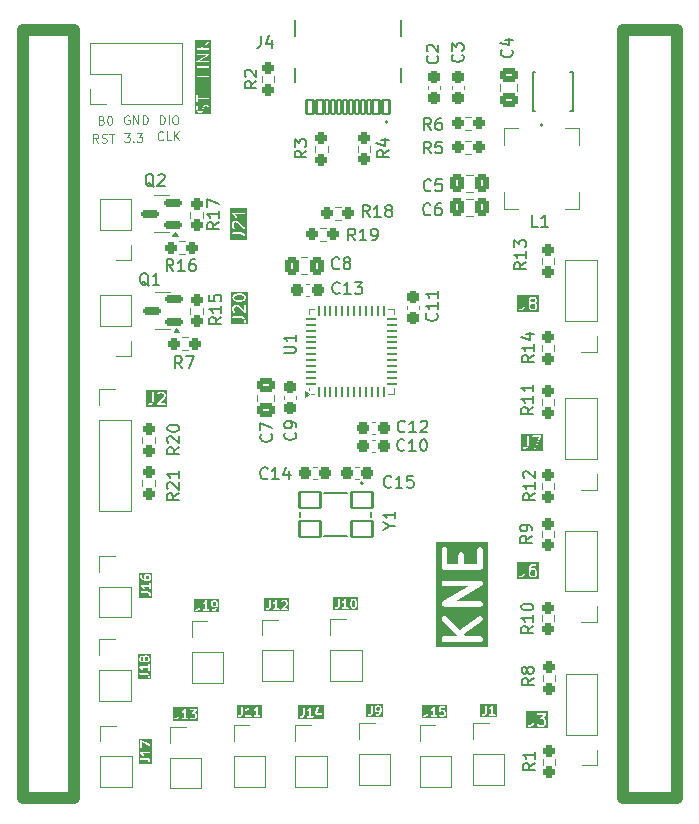
<source format=gto>
G04 #@! TF.GenerationSoftware,KiCad,Pcbnew,7.0.11*
G04 #@! TF.CreationDate,2024-12-23T17:17:55+01:00*
G04 #@! TF.ProjectId,Aviator_Controller,41766961-746f-4725-9f43-6f6e74726f6c,rev?*
G04 #@! TF.SameCoordinates,Original*
G04 #@! TF.FileFunction,Legend,Top*
G04 #@! TF.FilePolarity,Positive*
%FSLAX46Y46*%
G04 Gerber Fmt 4.6, Leading zero omitted, Abs format (unit mm)*
G04 Created by KiCad (PCBNEW 7.0.11) date 2024-12-23 17:17:55*
%MOMM*%
%LPD*%
G01*
G04 APERTURE LIST*
G04 Aperture macros list*
%AMRoundRect*
0 Rectangle with rounded corners*
0 $1 Rounding radius*
0 $2 $3 $4 $5 $6 $7 $8 $9 X,Y pos of 4 corners*
0 Add a 4 corners polygon primitive as box body*
4,1,4,$2,$3,$4,$5,$6,$7,$8,$9,$2,$3,0*
0 Add four circle primitives for the rounded corners*
1,1,$1+$1,$2,$3*
1,1,$1+$1,$4,$5*
1,1,$1+$1,$6,$7*
1,1,$1+$1,$8,$9*
0 Add four rect primitives between the rounded corners*
20,1,$1+$1,$2,$3,$4,$5,0*
20,1,$1+$1,$4,$5,$6,$7,0*
20,1,$1+$1,$6,$7,$8,$9,0*
20,1,$1+$1,$8,$9,$2,$3,0*%
G04 Aperture macros list end*
%ADD10C,0.500000*%
%ADD11C,1.000000*%
%ADD12C,0.100000*%
%ADD13C,0.150000*%
%ADD14C,0.200000*%
%ADD15C,0.127000*%
%ADD16C,0.152400*%
%ADD17C,0.120000*%
%ADD18C,0.010000*%
%ADD19RoundRect,0.102000X0.300000X0.575000X-0.300000X0.575000X-0.300000X-0.575000X0.300000X-0.575000X0*%
%ADD20RoundRect,0.102000X0.150000X0.575000X-0.150000X0.575000X-0.150000X-0.575000X0.150000X-0.575000X0*%
%ADD21O,1.204000X2.304000*%
%ADD22RoundRect,0.102000X-0.900000X0.700000X-0.900000X-0.700000X0.900000X-0.700000X0.900000X0.700000X0*%
%ADD23R,0.406400X0.812800*%
%ADD24R,2.489200X1.752600*%
%ADD25RoundRect,0.237500X-0.237500X0.300000X-0.237500X-0.300000X0.237500X-0.300000X0.237500X0.300000X0*%
%ADD26RoundRect,0.237500X-0.237500X0.250000X-0.237500X-0.250000X0.237500X-0.250000X0.237500X0.250000X0*%
%ADD27R,5.600000X5.600000*%
%ADD28RoundRect,0.062500X0.375000X-0.062500X0.375000X0.062500X-0.375000X0.062500X-0.375000X-0.062500X0*%
%ADD29RoundRect,0.062500X0.062500X-0.375000X0.062500X0.375000X-0.062500X0.375000X-0.062500X-0.375000X0*%
%ADD30R,5.700000X1.600000*%
%ADD31R,1.700000X1.700000*%
%ADD32O,1.700000X1.700000*%
%ADD33RoundRect,0.237500X0.237500X-0.250000X0.237500X0.250000X-0.237500X0.250000X-0.237500X-0.250000X0*%
%ADD34RoundRect,0.150000X0.587500X0.150000X-0.587500X0.150000X-0.587500X-0.150000X0.587500X-0.150000X0*%
%ADD35RoundRect,0.237500X-0.250000X-0.237500X0.250000X-0.237500X0.250000X0.237500X-0.250000X0.237500X0*%
%ADD36RoundRect,0.250000X-0.337500X-0.475000X0.337500X-0.475000X0.337500X0.475000X-0.337500X0.475000X0*%
%ADD37RoundRect,0.237500X0.300000X0.237500X-0.300000X0.237500X-0.300000X-0.237500X0.300000X-0.237500X0*%
%ADD38RoundRect,0.237500X0.237500X-0.300000X0.237500X0.300000X-0.237500X0.300000X-0.237500X-0.300000X0*%
%ADD39RoundRect,0.237500X0.250000X0.237500X-0.250000X0.237500X-0.250000X-0.237500X0.250000X-0.237500X0*%
%ADD40RoundRect,0.250000X0.337500X0.475000X-0.337500X0.475000X-0.337500X-0.475000X0.337500X-0.475000X0*%
%ADD41RoundRect,0.250000X-0.475000X0.337500X-0.475000X-0.337500X0.475000X-0.337500X0.475000X0.337500X0*%
%ADD42RoundRect,0.237500X-0.300000X-0.237500X0.300000X-0.237500X0.300000X0.237500X-0.300000X0.237500X0*%
%ADD43RoundRect,0.250000X0.475000X-0.337500X0.475000X0.337500X-0.475000X0.337500X-0.475000X-0.337500X0*%
G04 APERTURE END LIST*
D10*
G36*
X162845428Y-99457339D02*
G01*
X158488286Y-99457339D01*
X158488286Y-98778767D01*
X158916857Y-98778767D01*
X158935887Y-98874438D01*
X158990080Y-98955544D01*
X159071186Y-99009737D01*
X159166857Y-99028767D01*
X160881137Y-99028767D01*
X160881142Y-99028768D01*
X160881147Y-99028767D01*
X162166857Y-99028767D01*
X162262528Y-99009737D01*
X162343634Y-98955544D01*
X162397827Y-98874438D01*
X162416857Y-98778767D01*
X162397827Y-98683096D01*
X162343634Y-98601990D01*
X162262528Y-98547797D01*
X162166857Y-98528767D01*
X160984696Y-98528767D01*
X160833172Y-98377243D01*
X162316857Y-97264481D01*
X162381976Y-97191855D01*
X162414345Y-97099837D01*
X162409035Y-97002436D01*
X162366857Y-96914481D01*
X162294230Y-96849362D01*
X162202212Y-96816993D01*
X162104812Y-96822303D01*
X162016857Y-96864481D01*
X160476030Y-98020100D01*
X159343634Y-96887704D01*
X159262528Y-96833511D01*
X159166857Y-96814481D01*
X159071186Y-96833511D01*
X158990080Y-96887704D01*
X158935887Y-96968810D01*
X158916857Y-97064481D01*
X158935887Y-97160152D01*
X158990080Y-97241258D01*
X160277588Y-98528767D01*
X159166857Y-98528767D01*
X159071186Y-98547797D01*
X158990080Y-98601990D01*
X158935887Y-98683096D01*
X158916857Y-98778767D01*
X158488286Y-98778767D01*
X158488286Y-95778767D01*
X158916857Y-95778767D01*
X158919966Y-95794397D01*
X158918853Y-95810295D01*
X158929400Y-95841827D01*
X158935887Y-95874438D01*
X158944740Y-95887688D01*
X158949796Y-95902802D01*
X158971607Y-95927897D01*
X158990080Y-95955544D01*
X159003331Y-95964398D01*
X159013785Y-95976426D01*
X159043539Y-95991263D01*
X159071186Y-96009737D01*
X159086816Y-96012846D01*
X159101078Y-96019958D01*
X159134245Y-96022280D01*
X159166857Y-96028767D01*
X162166857Y-96028767D01*
X162262528Y-96009737D01*
X162343634Y-95955544D01*
X162397827Y-95874438D01*
X162416857Y-95778767D01*
X162397827Y-95683096D01*
X162343634Y-95601990D01*
X162262528Y-95547797D01*
X162166857Y-95528767D01*
X160108248Y-95528767D01*
X162290891Y-94281542D01*
X162315984Y-94259732D01*
X162343634Y-94241258D01*
X162352488Y-94228006D01*
X162364516Y-94217553D01*
X162379354Y-94187797D01*
X162397827Y-94160152D01*
X162400935Y-94144522D01*
X162408048Y-94130261D01*
X162410370Y-94097091D01*
X162416857Y-94064481D01*
X162413747Y-94048850D01*
X162414861Y-94032954D01*
X162404314Y-94001424D01*
X162397827Y-93968810D01*
X162388971Y-93955556D01*
X162383917Y-93940446D01*
X162362108Y-93915353D01*
X162343634Y-93887704D01*
X162330382Y-93878849D01*
X162319929Y-93866822D01*
X162290174Y-93851984D01*
X162262528Y-93833511D01*
X162246897Y-93830401D01*
X162232636Y-93823290D01*
X162199468Y-93820967D01*
X162166857Y-93814481D01*
X159166857Y-93814481D01*
X159071186Y-93833511D01*
X158990080Y-93887704D01*
X158935887Y-93968810D01*
X158916857Y-94064481D01*
X158935887Y-94160152D01*
X158990080Y-94241258D01*
X159071186Y-94295451D01*
X159166857Y-94314481D01*
X161225465Y-94314481D01*
X159042822Y-95561706D01*
X159017726Y-95583517D01*
X158990080Y-95601990D01*
X158981225Y-95615241D01*
X158969198Y-95625695D01*
X158954360Y-95655449D01*
X158935887Y-95683096D01*
X158932777Y-95698726D01*
X158925666Y-95712988D01*
X158923343Y-95746155D01*
X158916857Y-95778767D01*
X158488286Y-95778767D01*
X158488286Y-92635910D01*
X158916857Y-92635910D01*
X158935887Y-92731581D01*
X158990080Y-92812687D01*
X159071186Y-92866880D01*
X159166857Y-92885910D01*
X160595428Y-92885910D01*
X162166857Y-92885910D01*
X162262528Y-92866880D01*
X162343634Y-92812687D01*
X162397827Y-92731581D01*
X162416857Y-92635910D01*
X162416857Y-91207338D01*
X162397827Y-91111667D01*
X162343634Y-91030561D01*
X162262528Y-90976368D01*
X162166857Y-90957338D01*
X162071186Y-90976368D01*
X161990080Y-91030561D01*
X161935887Y-91111667D01*
X161916857Y-91207338D01*
X161916857Y-92385910D01*
X160845428Y-92385910D01*
X160845428Y-91635910D01*
X160826398Y-91540239D01*
X160772205Y-91459133D01*
X160691099Y-91404940D01*
X160595428Y-91385910D01*
X160499757Y-91404940D01*
X160418651Y-91459133D01*
X160364458Y-91540239D01*
X160345428Y-91635910D01*
X160345428Y-92385910D01*
X159416857Y-92385910D01*
X159416857Y-91207338D01*
X159397827Y-91111667D01*
X159343634Y-91030561D01*
X159262528Y-90976368D01*
X159166857Y-90957338D01*
X159071186Y-90976368D01*
X158990080Y-91030561D01*
X158935887Y-91111667D01*
X158916857Y-91207338D01*
X158916857Y-92635910D01*
X158488286Y-92635910D01*
X158488286Y-90528767D01*
X162845428Y-90528767D01*
X162845428Y-99457339D01*
G37*
D11*
X123444000Y-47244000D02*
X127762000Y-47244000D01*
X127762000Y-112268000D01*
X123444000Y-112268000D01*
X123444000Y-47244000D01*
X174244000Y-47244000D02*
X178816000Y-47244000D01*
X178816000Y-112268000D01*
X174244000Y-112268000D01*
X174244000Y-47244000D01*
D12*
G36*
X139409676Y-54343391D02*
G01*
X138023962Y-54343391D01*
X138023962Y-53960058D01*
X138166819Y-53960058D01*
X138171272Y-53970810D01*
X138172098Y-53982419D01*
X138219716Y-54077656D01*
X138225933Y-54083048D01*
X138229083Y-54090651D01*
X138276701Y-54138270D01*
X138284304Y-54141419D01*
X138289696Y-54147636D01*
X138384934Y-54195255D01*
X138396542Y-54196080D01*
X138407295Y-54200534D01*
X138502533Y-54200534D01*
X138513285Y-54196080D01*
X138524894Y-54195255D01*
X138620131Y-54147637D01*
X138625523Y-54141419D01*
X138633126Y-54138270D01*
X138680745Y-54090652D01*
X138683894Y-54083048D01*
X138690111Y-54077657D01*
X138737730Y-53982419D01*
X138738132Y-53976750D01*
X138741516Y-53972185D01*
X138787804Y-53787033D01*
X138829339Y-53703961D01*
X138865484Y-53667817D01*
X138942908Y-53629106D01*
X139014539Y-53629106D01*
X139091961Y-53667817D01*
X139128108Y-53703963D01*
X139166819Y-53781385D01*
X139166819Y-53999564D01*
X139121766Y-54134723D01*
X139124479Y-54172894D01*
X139153389Y-54197968D01*
X139191560Y-54195255D01*
X139216634Y-54166345D01*
X139264253Y-54023489D01*
X139263669Y-54015280D01*
X139266819Y-54007677D01*
X139266819Y-53769582D01*
X139262365Y-53758829D01*
X139261540Y-53747221D01*
X139213921Y-53651983D01*
X139207704Y-53646591D01*
X139204555Y-53638988D01*
X139156935Y-53591369D01*
X139149331Y-53588219D01*
X139143940Y-53582003D01*
X139048703Y-53534385D01*
X139037094Y-53533559D01*
X139026342Y-53529106D01*
X138931104Y-53529106D01*
X138920351Y-53533559D01*
X138908743Y-53534385D01*
X138813505Y-53582004D01*
X138808113Y-53588220D01*
X138800510Y-53591370D01*
X138752892Y-53638989D01*
X138749742Y-53646591D01*
X138743525Y-53651984D01*
X138695907Y-53747221D01*
X138695504Y-53752889D01*
X138692121Y-53757455D01*
X138645833Y-53942605D01*
X138604297Y-54025677D01*
X138568153Y-54061822D01*
X138490730Y-54100534D01*
X138419099Y-54100534D01*
X138341675Y-54061822D01*
X138305530Y-54025678D01*
X138266819Y-53948255D01*
X138266819Y-53730076D01*
X138311872Y-53594918D01*
X138309159Y-53556746D01*
X138280249Y-53531672D01*
X138242077Y-53534386D01*
X138217004Y-53563295D01*
X138169385Y-53706152D01*
X138169968Y-53714359D01*
X138166819Y-53721963D01*
X138166819Y-53960058D01*
X138023962Y-53960058D01*
X138023962Y-53293391D01*
X138166819Y-53293391D01*
X138181464Y-53328746D01*
X138216819Y-53343391D01*
X138252174Y-53328746D01*
X138266819Y-53293391D01*
X138266819Y-53057677D01*
X139216819Y-53057677D01*
X139252174Y-53043032D01*
X139266819Y-53007677D01*
X139252174Y-52972322D01*
X139216819Y-52957677D01*
X138266819Y-52957677D01*
X138266819Y-52721963D01*
X138252174Y-52686608D01*
X138216819Y-52671963D01*
X138181464Y-52686608D01*
X138166819Y-52721963D01*
X138166819Y-53293391D01*
X138023962Y-53293391D01*
X138023962Y-52388629D01*
X138785866Y-52388629D01*
X138800511Y-52423984D01*
X138835866Y-52438629D01*
X138871221Y-52423984D01*
X138885866Y-52388629D01*
X138885866Y-51626725D01*
X138871221Y-51591370D01*
X138835866Y-51576725D01*
X138800511Y-51591370D01*
X138785866Y-51626725D01*
X138785866Y-52388629D01*
X138023962Y-52388629D01*
X138023962Y-51150534D01*
X138166819Y-51150534D01*
X138181464Y-51185889D01*
X138216819Y-51200534D01*
X139216819Y-51200534D01*
X139252174Y-51185889D01*
X139266819Y-51150534D01*
X139266819Y-50674344D01*
X139252174Y-50638989D01*
X139216819Y-50624344D01*
X139181464Y-50638989D01*
X139166819Y-50674344D01*
X139166819Y-51100534D01*
X138216819Y-51100534D01*
X138181464Y-51115179D01*
X138166819Y-51150534D01*
X138023962Y-51150534D01*
X138023962Y-50341010D01*
X138166819Y-50341010D01*
X138181464Y-50376365D01*
X138216819Y-50391010D01*
X139216819Y-50391010D01*
X139252174Y-50376365D01*
X139266819Y-50341010D01*
X139252174Y-50305655D01*
X139216819Y-50291010D01*
X138216819Y-50291010D01*
X138181464Y-50305655D01*
X138166819Y-50341010D01*
X138023962Y-50341010D01*
X138023962Y-49864820D01*
X138166819Y-49864820D01*
X138171774Y-49876782D01*
X138173407Y-49889627D01*
X138178836Y-49893831D01*
X138181464Y-49900175D01*
X138193425Y-49905129D01*
X138203663Y-49913058D01*
X138210474Y-49912192D01*
X138216819Y-49914820D01*
X139216819Y-49914820D01*
X139252174Y-49900175D01*
X139266819Y-49864820D01*
X139252174Y-49829465D01*
X139216819Y-49814820D01*
X138405097Y-49814820D01*
X139241626Y-49336804D01*
X139245830Y-49331374D01*
X139252174Y-49328747D01*
X139257128Y-49316785D01*
X139265057Y-49306548D01*
X139264191Y-49299736D01*
X139266819Y-49293392D01*
X139261863Y-49281429D01*
X139260231Y-49268585D01*
X139254801Y-49264380D01*
X139252174Y-49258037D01*
X139240212Y-49253082D01*
X139229975Y-49245154D01*
X139223163Y-49246019D01*
X139216819Y-49243392D01*
X138216819Y-49243392D01*
X138181464Y-49258037D01*
X138166819Y-49293392D01*
X138181464Y-49328747D01*
X138216819Y-49343392D01*
X139028541Y-49343392D01*
X138192012Y-49821408D01*
X138187807Y-49826837D01*
X138181464Y-49829465D01*
X138176509Y-49841426D01*
X138168581Y-49851664D01*
X138169446Y-49858475D01*
X138166819Y-49864820D01*
X138023962Y-49864820D01*
X138023962Y-48817201D01*
X138166819Y-48817201D01*
X138181464Y-48852556D01*
X138216819Y-48867201D01*
X139216819Y-48867201D01*
X139252174Y-48852556D01*
X139266819Y-48817201D01*
X139252174Y-48781846D01*
X139216819Y-48767201D01*
X138808957Y-48767201D01*
X138721510Y-48679754D01*
X139246819Y-48285773D01*
X139266316Y-48252844D01*
X139256819Y-48215773D01*
X139223890Y-48196276D01*
X139186819Y-48205773D01*
X138650081Y-48608325D01*
X138252174Y-48210418D01*
X138216819Y-48195773D01*
X138181464Y-48210418D01*
X138166819Y-48245773D01*
X138181464Y-48281128D01*
X138667537Y-48767201D01*
X138216819Y-48767201D01*
X138181464Y-48781846D01*
X138166819Y-48817201D01*
X138023962Y-48817201D01*
X138023962Y-48052916D01*
X139409676Y-48052916D01*
X139409676Y-54343391D01*
G37*
X129857331Y-56748214D02*
X129607331Y-56391071D01*
X129428760Y-56748214D02*
X129428760Y-55998214D01*
X129428760Y-55998214D02*
X129714474Y-55998214D01*
X129714474Y-55998214D02*
X129785903Y-56033928D01*
X129785903Y-56033928D02*
X129821617Y-56069642D01*
X129821617Y-56069642D02*
X129857331Y-56141071D01*
X129857331Y-56141071D02*
X129857331Y-56248214D01*
X129857331Y-56248214D02*
X129821617Y-56319642D01*
X129821617Y-56319642D02*
X129785903Y-56355357D01*
X129785903Y-56355357D02*
X129714474Y-56391071D01*
X129714474Y-56391071D02*
X129428760Y-56391071D01*
X130143046Y-56712500D02*
X130250189Y-56748214D01*
X130250189Y-56748214D02*
X130428760Y-56748214D01*
X130428760Y-56748214D02*
X130500189Y-56712500D01*
X130500189Y-56712500D02*
X130535903Y-56676785D01*
X130535903Y-56676785D02*
X130571617Y-56605357D01*
X130571617Y-56605357D02*
X130571617Y-56533928D01*
X130571617Y-56533928D02*
X130535903Y-56462500D01*
X130535903Y-56462500D02*
X130500189Y-56426785D01*
X130500189Y-56426785D02*
X130428760Y-56391071D01*
X130428760Y-56391071D02*
X130285903Y-56355357D01*
X130285903Y-56355357D02*
X130214474Y-56319642D01*
X130214474Y-56319642D02*
X130178760Y-56283928D01*
X130178760Y-56283928D02*
X130143046Y-56212500D01*
X130143046Y-56212500D02*
X130143046Y-56141071D01*
X130143046Y-56141071D02*
X130178760Y-56069642D01*
X130178760Y-56069642D02*
X130214474Y-56033928D01*
X130214474Y-56033928D02*
X130285903Y-55998214D01*
X130285903Y-55998214D02*
X130464474Y-55998214D01*
X130464474Y-55998214D02*
X130571617Y-56033928D01*
X130785903Y-55998214D02*
X131214475Y-55998214D01*
X131000189Y-56748214D02*
X131000189Y-55998214D01*
X132049731Y-55947414D02*
X132514017Y-55947414D01*
X132514017Y-55947414D02*
X132264017Y-56233128D01*
X132264017Y-56233128D02*
X132371160Y-56233128D01*
X132371160Y-56233128D02*
X132442589Y-56268842D01*
X132442589Y-56268842D02*
X132478303Y-56304557D01*
X132478303Y-56304557D02*
X132514017Y-56375985D01*
X132514017Y-56375985D02*
X132514017Y-56554557D01*
X132514017Y-56554557D02*
X132478303Y-56625985D01*
X132478303Y-56625985D02*
X132442589Y-56661700D01*
X132442589Y-56661700D02*
X132371160Y-56697414D01*
X132371160Y-56697414D02*
X132156874Y-56697414D01*
X132156874Y-56697414D02*
X132085446Y-56661700D01*
X132085446Y-56661700D02*
X132049731Y-56625985D01*
X132835446Y-56625985D02*
X132871160Y-56661700D01*
X132871160Y-56661700D02*
X132835446Y-56697414D01*
X132835446Y-56697414D02*
X132799732Y-56661700D01*
X132799732Y-56661700D02*
X132835446Y-56625985D01*
X132835446Y-56625985D02*
X132835446Y-56697414D01*
X133121160Y-55947414D02*
X133585446Y-55947414D01*
X133585446Y-55947414D02*
X133335446Y-56233128D01*
X133335446Y-56233128D02*
X133442589Y-56233128D01*
X133442589Y-56233128D02*
X133514018Y-56268842D01*
X133514018Y-56268842D02*
X133549732Y-56304557D01*
X133549732Y-56304557D02*
X133585446Y-56375985D01*
X133585446Y-56375985D02*
X133585446Y-56554557D01*
X133585446Y-56554557D02*
X133549732Y-56625985D01*
X133549732Y-56625985D02*
X133514018Y-56661700D01*
X133514018Y-56661700D02*
X133442589Y-56697414D01*
X133442589Y-56697414D02*
X133228303Y-56697414D01*
X133228303Y-56697414D02*
X133156875Y-56661700D01*
X133156875Y-56661700D02*
X133121160Y-56625985D01*
X135343731Y-56473585D02*
X135308017Y-56509300D01*
X135308017Y-56509300D02*
X135200874Y-56545014D01*
X135200874Y-56545014D02*
X135129446Y-56545014D01*
X135129446Y-56545014D02*
X135022303Y-56509300D01*
X135022303Y-56509300D02*
X134950874Y-56437871D01*
X134950874Y-56437871D02*
X134915160Y-56366442D01*
X134915160Y-56366442D02*
X134879446Y-56223585D01*
X134879446Y-56223585D02*
X134879446Y-56116442D01*
X134879446Y-56116442D02*
X134915160Y-55973585D01*
X134915160Y-55973585D02*
X134950874Y-55902157D01*
X134950874Y-55902157D02*
X135022303Y-55830728D01*
X135022303Y-55830728D02*
X135129446Y-55795014D01*
X135129446Y-55795014D02*
X135200874Y-55795014D01*
X135200874Y-55795014D02*
X135308017Y-55830728D01*
X135308017Y-55830728D02*
X135343731Y-55866442D01*
X136022303Y-56545014D02*
X135665160Y-56545014D01*
X135665160Y-56545014D02*
X135665160Y-55795014D01*
X136272303Y-56545014D02*
X136272303Y-55795014D01*
X136700874Y-56545014D02*
X136379446Y-56116442D01*
X136700874Y-55795014D02*
X136272303Y-56223585D01*
X130135960Y-54831357D02*
X130243103Y-54867071D01*
X130243103Y-54867071D02*
X130278817Y-54902785D01*
X130278817Y-54902785D02*
X130314531Y-54974214D01*
X130314531Y-54974214D02*
X130314531Y-55081357D01*
X130314531Y-55081357D02*
X130278817Y-55152785D01*
X130278817Y-55152785D02*
X130243103Y-55188500D01*
X130243103Y-55188500D02*
X130171674Y-55224214D01*
X130171674Y-55224214D02*
X129885960Y-55224214D01*
X129885960Y-55224214D02*
X129885960Y-54474214D01*
X129885960Y-54474214D02*
X130135960Y-54474214D01*
X130135960Y-54474214D02*
X130207389Y-54509928D01*
X130207389Y-54509928D02*
X130243103Y-54545642D01*
X130243103Y-54545642D02*
X130278817Y-54617071D01*
X130278817Y-54617071D02*
X130278817Y-54688500D01*
X130278817Y-54688500D02*
X130243103Y-54759928D01*
X130243103Y-54759928D02*
X130207389Y-54795642D01*
X130207389Y-54795642D02*
X130135960Y-54831357D01*
X130135960Y-54831357D02*
X129885960Y-54831357D01*
X130778817Y-54474214D02*
X130850246Y-54474214D01*
X130850246Y-54474214D02*
X130921674Y-54509928D01*
X130921674Y-54509928D02*
X130957389Y-54545642D01*
X130957389Y-54545642D02*
X130993103Y-54617071D01*
X130993103Y-54617071D02*
X131028817Y-54759928D01*
X131028817Y-54759928D02*
X131028817Y-54938500D01*
X131028817Y-54938500D02*
X130993103Y-55081357D01*
X130993103Y-55081357D02*
X130957389Y-55152785D01*
X130957389Y-55152785D02*
X130921674Y-55188500D01*
X130921674Y-55188500D02*
X130850246Y-55224214D01*
X130850246Y-55224214D02*
X130778817Y-55224214D01*
X130778817Y-55224214D02*
X130707389Y-55188500D01*
X130707389Y-55188500D02*
X130671674Y-55152785D01*
X130671674Y-55152785D02*
X130635960Y-55081357D01*
X130635960Y-55081357D02*
X130600246Y-54938500D01*
X130600246Y-54938500D02*
X130600246Y-54759928D01*
X130600246Y-54759928D02*
X130635960Y-54617071D01*
X130635960Y-54617071D02*
X130671674Y-54545642D01*
X130671674Y-54545642D02*
X130707389Y-54509928D01*
X130707389Y-54509928D02*
X130778817Y-54474214D01*
X132463217Y-54459128D02*
X132391789Y-54423414D01*
X132391789Y-54423414D02*
X132284646Y-54423414D01*
X132284646Y-54423414D02*
X132177503Y-54459128D01*
X132177503Y-54459128D02*
X132106074Y-54530557D01*
X132106074Y-54530557D02*
X132070360Y-54601985D01*
X132070360Y-54601985D02*
X132034646Y-54744842D01*
X132034646Y-54744842D02*
X132034646Y-54851985D01*
X132034646Y-54851985D02*
X132070360Y-54994842D01*
X132070360Y-54994842D02*
X132106074Y-55066271D01*
X132106074Y-55066271D02*
X132177503Y-55137700D01*
X132177503Y-55137700D02*
X132284646Y-55173414D01*
X132284646Y-55173414D02*
X132356074Y-55173414D01*
X132356074Y-55173414D02*
X132463217Y-55137700D01*
X132463217Y-55137700D02*
X132498931Y-55101985D01*
X132498931Y-55101985D02*
X132498931Y-54851985D01*
X132498931Y-54851985D02*
X132356074Y-54851985D01*
X132820360Y-55173414D02*
X132820360Y-54423414D01*
X132820360Y-54423414D02*
X133248931Y-55173414D01*
X133248931Y-55173414D02*
X133248931Y-54423414D01*
X133606074Y-55173414D02*
X133606074Y-54423414D01*
X133606074Y-54423414D02*
X133784645Y-54423414D01*
X133784645Y-54423414D02*
X133891788Y-54459128D01*
X133891788Y-54459128D02*
X133963217Y-54530557D01*
X133963217Y-54530557D02*
X133998931Y-54601985D01*
X133998931Y-54601985D02*
X134034645Y-54744842D01*
X134034645Y-54744842D02*
X134034645Y-54851985D01*
X134034645Y-54851985D02*
X133998931Y-54994842D01*
X133998931Y-54994842D02*
X133963217Y-55066271D01*
X133963217Y-55066271D02*
X133891788Y-55137700D01*
X133891788Y-55137700D02*
X133784645Y-55173414D01*
X133784645Y-55173414D02*
X133606074Y-55173414D01*
X135067560Y-55173414D02*
X135067560Y-54423414D01*
X135067560Y-54423414D02*
X135246131Y-54423414D01*
X135246131Y-54423414D02*
X135353274Y-54459128D01*
X135353274Y-54459128D02*
X135424703Y-54530557D01*
X135424703Y-54530557D02*
X135460417Y-54601985D01*
X135460417Y-54601985D02*
X135496131Y-54744842D01*
X135496131Y-54744842D02*
X135496131Y-54851985D01*
X135496131Y-54851985D02*
X135460417Y-54994842D01*
X135460417Y-54994842D02*
X135424703Y-55066271D01*
X135424703Y-55066271D02*
X135353274Y-55137700D01*
X135353274Y-55137700D02*
X135246131Y-55173414D01*
X135246131Y-55173414D02*
X135067560Y-55173414D01*
X135817560Y-55173414D02*
X135817560Y-54423414D01*
X136317560Y-54423414D02*
X136460417Y-54423414D01*
X136460417Y-54423414D02*
X136531846Y-54459128D01*
X136531846Y-54459128D02*
X136603274Y-54530557D01*
X136603274Y-54530557D02*
X136638989Y-54673414D01*
X136638989Y-54673414D02*
X136638989Y-54923414D01*
X136638989Y-54923414D02*
X136603274Y-55066271D01*
X136603274Y-55066271D02*
X136531846Y-55137700D01*
X136531846Y-55137700D02*
X136460417Y-55173414D01*
X136460417Y-55173414D02*
X136317560Y-55173414D01*
X136317560Y-55173414D02*
X136246132Y-55137700D01*
X136246132Y-55137700D02*
X136174703Y-55066271D01*
X136174703Y-55066271D02*
X136138989Y-54923414D01*
X136138989Y-54923414D02*
X136138989Y-54673414D01*
X136138989Y-54673414D02*
X136174703Y-54530557D01*
X136174703Y-54530557D02*
X136246132Y-54459128D01*
X136246132Y-54459128D02*
X136317560Y-54423414D01*
D13*
X143633866Y-47714819D02*
X143633866Y-48429104D01*
X143633866Y-48429104D02*
X143586247Y-48571961D01*
X143586247Y-48571961D02*
X143491009Y-48667200D01*
X143491009Y-48667200D02*
X143348152Y-48714819D01*
X143348152Y-48714819D02*
X143252914Y-48714819D01*
X144538628Y-48048152D02*
X144538628Y-48714819D01*
X144300533Y-47667200D02*
X144062438Y-48381485D01*
X144062438Y-48381485D02*
X144681485Y-48381485D01*
X154512228Y-89172990D02*
X154988419Y-89172990D01*
X153988419Y-89506323D02*
X154512228Y-89172990D01*
X154512228Y-89172990D02*
X153988419Y-88839657D01*
X154988419Y-87982514D02*
X154988419Y-88553942D01*
X154988419Y-88268228D02*
X153988419Y-88268228D01*
X153988419Y-88268228D02*
X154131276Y-88363466D01*
X154131276Y-88363466D02*
X154226514Y-88458704D01*
X154226514Y-88458704D02*
X154274133Y-88553942D01*
X167790820Y-53162104D02*
X168600343Y-53162104D01*
X168600343Y-53162104D02*
X168695581Y-53114485D01*
X168695581Y-53114485D02*
X168743201Y-53066866D01*
X168743201Y-53066866D02*
X168790820Y-52971628D01*
X168790820Y-52971628D02*
X168790820Y-52781152D01*
X168790820Y-52781152D02*
X168743201Y-52685914D01*
X168743201Y-52685914D02*
X168695581Y-52638295D01*
X168695581Y-52638295D02*
X168600343Y-52590676D01*
X168600343Y-52590676D02*
X167790820Y-52590676D01*
X167886058Y-52162104D02*
X167838439Y-52114485D01*
X167838439Y-52114485D02*
X167790820Y-52019247D01*
X167790820Y-52019247D02*
X167790820Y-51781152D01*
X167790820Y-51781152D02*
X167838439Y-51685914D01*
X167838439Y-51685914D02*
X167886058Y-51638295D01*
X167886058Y-51638295D02*
X167981296Y-51590676D01*
X167981296Y-51590676D02*
X168076534Y-51590676D01*
X168076534Y-51590676D02*
X168219391Y-51638295D01*
X168219391Y-51638295D02*
X168790820Y-52209723D01*
X168790820Y-52209723D02*
X168790820Y-51590676D01*
X160684380Y-49290266D02*
X160732000Y-49337885D01*
X160732000Y-49337885D02*
X160779619Y-49480742D01*
X160779619Y-49480742D02*
X160779619Y-49575980D01*
X160779619Y-49575980D02*
X160732000Y-49718837D01*
X160732000Y-49718837D02*
X160636761Y-49814075D01*
X160636761Y-49814075D02*
X160541523Y-49861694D01*
X160541523Y-49861694D02*
X160351047Y-49909313D01*
X160351047Y-49909313D02*
X160208190Y-49909313D01*
X160208190Y-49909313D02*
X160017714Y-49861694D01*
X160017714Y-49861694D02*
X159922476Y-49814075D01*
X159922476Y-49814075D02*
X159827238Y-49718837D01*
X159827238Y-49718837D02*
X159779619Y-49575980D01*
X159779619Y-49575980D02*
X159779619Y-49480742D01*
X159779619Y-49480742D02*
X159827238Y-49337885D01*
X159827238Y-49337885D02*
X159874857Y-49290266D01*
X159779619Y-48956932D02*
X159779619Y-48337885D01*
X159779619Y-48337885D02*
X160160571Y-48671218D01*
X160160571Y-48671218D02*
X160160571Y-48528361D01*
X160160571Y-48528361D02*
X160208190Y-48433123D01*
X160208190Y-48433123D02*
X160255809Y-48385504D01*
X160255809Y-48385504D02*
X160351047Y-48337885D01*
X160351047Y-48337885D02*
X160589142Y-48337885D01*
X160589142Y-48337885D02*
X160684380Y-48385504D01*
X160684380Y-48385504D02*
X160732000Y-48433123D01*
X160732000Y-48433123D02*
X160779619Y-48528361D01*
X160779619Y-48528361D02*
X160779619Y-48814075D01*
X160779619Y-48814075D02*
X160732000Y-48909313D01*
X160732000Y-48909313D02*
X160684380Y-48956932D01*
X136649619Y-86444057D02*
X136173428Y-86777390D01*
X136649619Y-87015485D02*
X135649619Y-87015485D01*
X135649619Y-87015485D02*
X135649619Y-86634533D01*
X135649619Y-86634533D02*
X135697238Y-86539295D01*
X135697238Y-86539295D02*
X135744857Y-86491676D01*
X135744857Y-86491676D02*
X135840095Y-86444057D01*
X135840095Y-86444057D02*
X135982952Y-86444057D01*
X135982952Y-86444057D02*
X136078190Y-86491676D01*
X136078190Y-86491676D02*
X136125809Y-86539295D01*
X136125809Y-86539295D02*
X136173428Y-86634533D01*
X136173428Y-86634533D02*
X136173428Y-87015485D01*
X135744857Y-86063104D02*
X135697238Y-86015485D01*
X135697238Y-86015485D02*
X135649619Y-85920247D01*
X135649619Y-85920247D02*
X135649619Y-85682152D01*
X135649619Y-85682152D02*
X135697238Y-85586914D01*
X135697238Y-85586914D02*
X135744857Y-85539295D01*
X135744857Y-85539295D02*
X135840095Y-85491676D01*
X135840095Y-85491676D02*
X135935333Y-85491676D01*
X135935333Y-85491676D02*
X136078190Y-85539295D01*
X136078190Y-85539295D02*
X136649619Y-86110723D01*
X136649619Y-86110723D02*
X136649619Y-85491676D01*
X136649619Y-84539295D02*
X136649619Y-85110723D01*
X136649619Y-84825009D02*
X135649619Y-84825009D01*
X135649619Y-84825009D02*
X135792476Y-84920247D01*
X135792476Y-84920247D02*
X135887714Y-85015485D01*
X135887714Y-85015485D02*
X135935333Y-85110723D01*
X136700419Y-82532457D02*
X136224228Y-82865790D01*
X136700419Y-83103885D02*
X135700419Y-83103885D01*
X135700419Y-83103885D02*
X135700419Y-82722933D01*
X135700419Y-82722933D02*
X135748038Y-82627695D01*
X135748038Y-82627695D02*
X135795657Y-82580076D01*
X135795657Y-82580076D02*
X135890895Y-82532457D01*
X135890895Y-82532457D02*
X136033752Y-82532457D01*
X136033752Y-82532457D02*
X136128990Y-82580076D01*
X136128990Y-82580076D02*
X136176609Y-82627695D01*
X136176609Y-82627695D02*
X136224228Y-82722933D01*
X136224228Y-82722933D02*
X136224228Y-83103885D01*
X135795657Y-82151504D02*
X135748038Y-82103885D01*
X135748038Y-82103885D02*
X135700419Y-82008647D01*
X135700419Y-82008647D02*
X135700419Y-81770552D01*
X135700419Y-81770552D02*
X135748038Y-81675314D01*
X135748038Y-81675314D02*
X135795657Y-81627695D01*
X135795657Y-81627695D02*
X135890895Y-81580076D01*
X135890895Y-81580076D02*
X135986133Y-81580076D01*
X135986133Y-81580076D02*
X136128990Y-81627695D01*
X136128990Y-81627695D02*
X136700419Y-82199123D01*
X136700419Y-82199123D02*
X136700419Y-81580076D01*
X135700419Y-80961028D02*
X135700419Y-80865790D01*
X135700419Y-80865790D02*
X135748038Y-80770552D01*
X135748038Y-80770552D02*
X135795657Y-80722933D01*
X135795657Y-80722933D02*
X135890895Y-80675314D01*
X135890895Y-80675314D02*
X136081371Y-80627695D01*
X136081371Y-80627695D02*
X136319466Y-80627695D01*
X136319466Y-80627695D02*
X136509942Y-80675314D01*
X136509942Y-80675314D02*
X136605180Y-80722933D01*
X136605180Y-80722933D02*
X136652800Y-80770552D01*
X136652800Y-80770552D02*
X136700419Y-80865790D01*
X136700419Y-80865790D02*
X136700419Y-80961028D01*
X136700419Y-80961028D02*
X136652800Y-81056266D01*
X136652800Y-81056266D02*
X136605180Y-81103885D01*
X136605180Y-81103885D02*
X136509942Y-81151504D01*
X136509942Y-81151504D02*
X136319466Y-81199123D01*
X136319466Y-81199123D02*
X136081371Y-81199123D01*
X136081371Y-81199123D02*
X135890895Y-81151504D01*
X135890895Y-81151504D02*
X135795657Y-81103885D01*
X135795657Y-81103885D02*
X135748038Y-81056266D01*
X135748038Y-81056266D02*
X135700419Y-80961028D01*
X145555619Y-74574304D02*
X146365142Y-74574304D01*
X146365142Y-74574304D02*
X146460380Y-74526685D01*
X146460380Y-74526685D02*
X146508000Y-74479066D01*
X146508000Y-74479066D02*
X146555619Y-74383828D01*
X146555619Y-74383828D02*
X146555619Y-74193352D01*
X146555619Y-74193352D02*
X146508000Y-74098114D01*
X146508000Y-74098114D02*
X146460380Y-74050495D01*
X146460380Y-74050495D02*
X146365142Y-74002876D01*
X146365142Y-74002876D02*
X145555619Y-74002876D01*
X146555619Y-73002876D02*
X146555619Y-73574304D01*
X146555619Y-73288590D02*
X145555619Y-73288590D01*
X145555619Y-73288590D02*
X145698476Y-73383828D01*
X145698476Y-73383828D02*
X145793714Y-73479066D01*
X145793714Y-73479066D02*
X145841333Y-73574304D01*
X167066933Y-63853219D02*
X166590743Y-63853219D01*
X166590743Y-63853219D02*
X166590743Y-62853219D01*
X167924076Y-63853219D02*
X167352648Y-63853219D01*
X167638362Y-63853219D02*
X167638362Y-62853219D01*
X167638362Y-62853219D02*
X167543124Y-62996076D01*
X167543124Y-62996076D02*
X167447886Y-63091314D01*
X167447886Y-63091314D02*
X167352648Y-63138933D01*
G36*
X134379307Y-109379461D02*
G01*
X133265021Y-109379461D01*
X133265021Y-108899718D01*
X133373303Y-108899718D01*
X133382212Y-108950242D01*
X133421512Y-108983219D01*
X133447164Y-108987742D01*
X133970708Y-108987742D01*
X134049507Y-109014008D01*
X134095898Y-109060399D01*
X134122164Y-109139197D01*
X134122164Y-109198457D01*
X134139711Y-109246666D01*
X134184140Y-109272318D01*
X134234664Y-109263409D01*
X134267641Y-109224109D01*
X134272164Y-109198457D01*
X134272164Y-109127028D01*
X134271603Y-109125489D01*
X134268315Y-109103312D01*
X134232601Y-108996168D01*
X134229813Y-108992656D01*
X134229423Y-108988188D01*
X134214483Y-108966852D01*
X134143054Y-108895424D01*
X134138991Y-108893529D01*
X134136644Y-108889709D01*
X134113739Y-108877306D01*
X134006595Y-108841591D01*
X134004960Y-108841635D01*
X133982878Y-108837742D01*
X133447164Y-108837742D01*
X133398955Y-108855289D01*
X133373303Y-108899718D01*
X133265021Y-108899718D01*
X133265021Y-108372201D01*
X133372319Y-108372201D01*
X133378432Y-108393092D01*
X133382212Y-108414528D01*
X133385515Y-108417300D01*
X133386727Y-108421439D01*
X133405562Y-108439432D01*
X133506526Y-108506741D01*
X133564095Y-108564311D01*
X133594368Y-108624854D01*
X133631623Y-108660126D01*
X133682833Y-108663200D01*
X133724039Y-108632636D01*
X133735958Y-108582737D01*
X133728531Y-108557771D01*
X133692817Y-108486343D01*
X133691628Y-108485217D01*
X133678768Y-108466852D01*
X133663944Y-108452028D01*
X134122164Y-108452028D01*
X134122164Y-108591313D01*
X134139711Y-108639522D01*
X134184140Y-108665174D01*
X134234664Y-108656265D01*
X134267641Y-108616965D01*
X134272164Y-108591313D01*
X134272164Y-108162742D01*
X134254617Y-108114533D01*
X134210188Y-108088881D01*
X134159664Y-108097790D01*
X134126687Y-108137090D01*
X134122164Y-108162742D01*
X134122164Y-108302028D01*
X133447164Y-108302028D01*
X133443110Y-108303503D01*
X133438921Y-108302483D01*
X133419408Y-108312130D01*
X133398955Y-108319575D01*
X133396799Y-108323309D01*
X133392932Y-108325221D01*
X133384185Y-108345155D01*
X133373303Y-108364004D01*
X133374051Y-108368251D01*
X133372319Y-108372201D01*
X133265021Y-108372201D01*
X133265021Y-107912742D01*
X133372164Y-107912742D01*
X133389711Y-107960951D01*
X133434140Y-107986603D01*
X133484664Y-107977694D01*
X133517641Y-107938394D01*
X133522164Y-107912742D01*
X133522164Y-107526482D01*
X134167620Y-107803106D01*
X134218843Y-107805968D01*
X134259922Y-107775236D01*
X134271636Y-107725288D01*
X134248504Y-107679496D01*
X134226707Y-107665234D01*
X133476708Y-107343806D01*
X133467862Y-107343311D01*
X133460188Y-107338881D01*
X133442953Y-107341920D01*
X133425485Y-107340944D01*
X133418390Y-107346251D01*
X133409664Y-107347790D01*
X133398416Y-107361193D01*
X133384405Y-107371676D01*
X133382381Y-107380303D01*
X133376687Y-107387090D01*
X133372164Y-107412742D01*
X133372164Y-107912742D01*
X133265021Y-107912742D01*
X133265021Y-107231738D01*
X134379307Y-107231738D01*
X134379307Y-109379461D01*
G37*
G36*
X142455476Y-65008793D02*
G01*
X141019762Y-65008793D01*
X141019762Y-64398099D01*
X141163758Y-64398099D01*
X141172667Y-64448623D01*
X141211967Y-64481600D01*
X141237619Y-64486123D01*
X141939734Y-64486123D01*
X142054247Y-64524294D01*
X142124448Y-64594494D01*
X142162619Y-64709007D01*
X142162619Y-64792075D01*
X142180166Y-64840284D01*
X142224595Y-64865936D01*
X142275119Y-64857027D01*
X142308096Y-64817727D01*
X142312619Y-64792075D01*
X142312619Y-64696837D01*
X142312059Y-64695299D01*
X142308770Y-64673119D01*
X142261151Y-64530263D01*
X142258364Y-64526752D01*
X142257974Y-64522284D01*
X142243033Y-64500947D01*
X142147794Y-64405709D01*
X142143730Y-64403814D01*
X142141383Y-64399993D01*
X142118478Y-64387591D01*
X141975621Y-64339972D01*
X141973986Y-64340016D01*
X141951904Y-64336123D01*
X141237619Y-64336123D01*
X141189410Y-64353670D01*
X141163758Y-64398099D01*
X141019762Y-64398099D01*
X141019762Y-63839694D01*
X141162619Y-63839694D01*
X141164152Y-63843907D01*
X141163111Y-63848268D01*
X141170537Y-63873235D01*
X141218156Y-63968473D01*
X141219345Y-63969598D01*
X141232205Y-63987965D01*
X141279824Y-64035584D01*
X141326320Y-64057265D01*
X141375875Y-64043988D01*
X141405301Y-64001962D01*
X141400830Y-63950855D01*
X141385890Y-63929518D01*
X141346877Y-63890505D01*
X141312619Y-63821989D01*
X141312619Y-63619304D01*
X141346877Y-63550788D01*
X141377284Y-63520381D01*
X141445800Y-63486123D01*
X141511163Y-63486123D01*
X141625676Y-63524294D01*
X142184586Y-64083203D01*
X142205039Y-64092740D01*
X142224595Y-64104031D01*
X142227975Y-64103434D01*
X142231083Y-64104884D01*
X142252885Y-64099042D01*
X142275119Y-64095122D01*
X142277323Y-64092494D01*
X142280637Y-64091607D01*
X142293585Y-64073115D01*
X142308096Y-64055822D01*
X142308904Y-64051237D01*
X142310064Y-64049581D01*
X142309776Y-64046292D01*
X142312619Y-64030170D01*
X142312619Y-63411123D01*
X142295072Y-63362914D01*
X142250643Y-63337262D01*
X142200119Y-63346171D01*
X142167142Y-63385471D01*
X142162619Y-63411123D01*
X142162619Y-63849104D01*
X141719223Y-63405709D01*
X141715159Y-63403814D01*
X141712812Y-63399993D01*
X141689907Y-63387591D01*
X141547050Y-63339972D01*
X141545415Y-63340016D01*
X141523333Y-63336123D01*
X141428095Y-63336123D01*
X141423881Y-63337656D01*
X141419520Y-63336615D01*
X141394554Y-63344041D01*
X141299316Y-63391660D01*
X141298190Y-63392849D01*
X141279824Y-63405709D01*
X141232205Y-63453328D01*
X141231514Y-63454809D01*
X141218156Y-63472820D01*
X141170537Y-63568058D01*
X141170024Y-63572511D01*
X141167142Y-63575947D01*
X141162619Y-63601599D01*
X141162619Y-63839694D01*
X141019762Y-63839694D01*
X141019762Y-62739629D01*
X141162774Y-62739629D01*
X141168887Y-62760520D01*
X141172667Y-62781956D01*
X141175970Y-62784728D01*
X141177182Y-62788867D01*
X141196016Y-62806860D01*
X141332694Y-62897978D01*
X141414075Y-62979359D01*
X141456251Y-63063711D01*
X141493505Y-63098983D01*
X141544715Y-63102058D01*
X141585921Y-63071494D01*
X141597841Y-63021595D01*
X141590415Y-62996629D01*
X141542796Y-62901391D01*
X141541609Y-62900267D01*
X141528747Y-62881899D01*
X141466304Y-62819456D01*
X142162619Y-62819456D01*
X142162619Y-63030170D01*
X142180166Y-63078379D01*
X142224595Y-63104031D01*
X142275119Y-63095122D01*
X142308096Y-63055822D01*
X142312619Y-63030170D01*
X142312619Y-62458742D01*
X142295072Y-62410533D01*
X142250643Y-62384881D01*
X142200119Y-62393790D01*
X142167142Y-62433090D01*
X142162619Y-62458742D01*
X142162619Y-62669456D01*
X141237619Y-62669456D01*
X141233565Y-62670931D01*
X141229376Y-62669911D01*
X141209863Y-62679558D01*
X141189410Y-62687003D01*
X141187254Y-62690737D01*
X141183387Y-62692649D01*
X141174640Y-62712583D01*
X141163758Y-62731432D01*
X141164506Y-62735679D01*
X141162774Y-62739629D01*
X141019762Y-62739629D01*
X141019762Y-62242024D01*
X142455476Y-62242024D01*
X142455476Y-65008793D01*
G37*
X166672419Y-97670857D02*
X166196228Y-98004190D01*
X166672419Y-98242285D02*
X165672419Y-98242285D01*
X165672419Y-98242285D02*
X165672419Y-97861333D01*
X165672419Y-97861333D02*
X165720038Y-97766095D01*
X165720038Y-97766095D02*
X165767657Y-97718476D01*
X165767657Y-97718476D02*
X165862895Y-97670857D01*
X165862895Y-97670857D02*
X166005752Y-97670857D01*
X166005752Y-97670857D02*
X166100990Y-97718476D01*
X166100990Y-97718476D02*
X166148609Y-97766095D01*
X166148609Y-97766095D02*
X166196228Y-97861333D01*
X166196228Y-97861333D02*
X166196228Y-98242285D01*
X166672419Y-96718476D02*
X166672419Y-97289904D01*
X166672419Y-97004190D02*
X165672419Y-97004190D01*
X165672419Y-97004190D02*
X165815276Y-97099428D01*
X165815276Y-97099428D02*
X165910514Y-97194666D01*
X165910514Y-97194666D02*
X165958133Y-97289904D01*
X165672419Y-96099428D02*
X165672419Y-96004190D01*
X165672419Y-96004190D02*
X165720038Y-95908952D01*
X165720038Y-95908952D02*
X165767657Y-95861333D01*
X165767657Y-95861333D02*
X165862895Y-95813714D01*
X165862895Y-95813714D02*
X166053371Y-95766095D01*
X166053371Y-95766095D02*
X166291466Y-95766095D01*
X166291466Y-95766095D02*
X166481942Y-95813714D01*
X166481942Y-95813714D02*
X166577180Y-95861333D01*
X166577180Y-95861333D02*
X166624800Y-95908952D01*
X166624800Y-95908952D02*
X166672419Y-96004190D01*
X166672419Y-96004190D02*
X166672419Y-96099428D01*
X166672419Y-96099428D02*
X166624800Y-96194666D01*
X166624800Y-96194666D02*
X166577180Y-96242285D01*
X166577180Y-96242285D02*
X166481942Y-96289904D01*
X166481942Y-96289904D02*
X166291466Y-96337523D01*
X166291466Y-96337523D02*
X166053371Y-96337523D01*
X166053371Y-96337523D02*
X165862895Y-96289904D01*
X165862895Y-96289904D02*
X165767657Y-96242285D01*
X165767657Y-96242285D02*
X165720038Y-96194666D01*
X165720038Y-96194666D02*
X165672419Y-96099428D01*
G36*
X146022486Y-96431707D02*
G01*
X143909338Y-96431707D01*
X143909338Y-96236540D01*
X144016481Y-96236540D01*
X144025390Y-96287064D01*
X144064690Y-96320041D01*
X144090342Y-96324564D01*
X144161771Y-96324564D01*
X144163309Y-96324003D01*
X144185488Y-96320715D01*
X144292631Y-96285001D01*
X144296143Y-96282213D01*
X144300611Y-96281823D01*
X144321947Y-96266883D01*
X144352290Y-96236540D01*
X144623625Y-96236540D01*
X144632534Y-96287064D01*
X144671834Y-96320041D01*
X144697486Y-96324564D01*
X145126057Y-96324564D01*
X145174266Y-96307017D01*
X145199918Y-96262588D01*
X145196469Y-96243028D01*
X145301343Y-96243028D01*
X145307184Y-96264830D01*
X145311105Y-96287064D01*
X145313732Y-96289268D01*
X145314620Y-96292582D01*
X145333111Y-96305530D01*
X145350405Y-96320041D01*
X145354989Y-96320849D01*
X145356646Y-96322009D01*
X145359934Y-96321721D01*
X145376057Y-96324564D01*
X145840343Y-96324564D01*
X145888552Y-96307017D01*
X145914204Y-96262588D01*
X145905295Y-96212064D01*
X145865995Y-96179087D01*
X145840343Y-96174564D01*
X145557123Y-96174564D01*
X145857662Y-95874025D01*
X145859557Y-95869960D01*
X145863377Y-95867614D01*
X145875780Y-95844709D01*
X145911494Y-95737567D01*
X145911449Y-95735932D01*
X145915343Y-95713850D01*
X145915343Y-95642421D01*
X145913809Y-95638208D01*
X145914852Y-95633847D01*
X145907425Y-95608881D01*
X145871711Y-95537451D01*
X145870521Y-95536325D01*
X145857662Y-95517959D01*
X145821948Y-95482245D01*
X145820466Y-95481554D01*
X145802456Y-95468196D01*
X145731027Y-95432482D01*
X145726573Y-95431969D01*
X145723138Y-95429087D01*
X145697486Y-95424564D01*
X145518915Y-95424564D01*
X145514702Y-95426097D01*
X145510341Y-95425055D01*
X145485375Y-95432482D01*
X145413945Y-95468196D01*
X145412819Y-95469385D01*
X145394453Y-95482245D01*
X145358739Y-95517959D01*
X145337058Y-95564456D01*
X145350335Y-95614010D01*
X145392361Y-95643437D01*
X145443468Y-95638965D01*
X145464805Y-95624025D01*
X145491912Y-95596917D01*
X145536620Y-95574564D01*
X145679781Y-95574564D01*
X145724487Y-95596916D01*
X145742989Y-95615418D01*
X145765343Y-95660125D01*
X145765343Y-95701680D01*
X145739077Y-95780478D01*
X145323024Y-96196531D01*
X145313486Y-96216984D01*
X145302196Y-96236540D01*
X145302792Y-96239920D01*
X145301343Y-96243028D01*
X145196469Y-96243028D01*
X145191009Y-96212064D01*
X145151709Y-96179087D01*
X145126057Y-96174564D01*
X144986771Y-96174564D01*
X144986771Y-95499564D01*
X144985295Y-95495510D01*
X144986316Y-95491321D01*
X144976669Y-95471810D01*
X144969224Y-95451355D01*
X144965489Y-95449198D01*
X144963578Y-95445333D01*
X144943651Y-95436590D01*
X144924795Y-95425703D01*
X144920545Y-95426452D01*
X144916597Y-95424720D01*
X144895709Y-95430831D01*
X144874271Y-95434612D01*
X144871498Y-95437915D01*
X144867359Y-95439127D01*
X144849367Y-95457962D01*
X144782059Y-95558924D01*
X144724486Y-95616496D01*
X144663944Y-95646768D01*
X144628672Y-95684023D01*
X144625598Y-95735233D01*
X144656162Y-95776439D01*
X144706061Y-95788358D01*
X144731028Y-95780932D01*
X144802455Y-95745217D01*
X144803578Y-95744030D01*
X144821947Y-95731168D01*
X144836771Y-95716344D01*
X144836771Y-96174564D01*
X144697486Y-96174564D01*
X144649277Y-96192111D01*
X144623625Y-96236540D01*
X144352290Y-96236540D01*
X144393375Y-96195454D01*
X144395269Y-96191391D01*
X144399090Y-96189044D01*
X144411493Y-96166138D01*
X144447208Y-96058995D01*
X144447163Y-96057360D01*
X144451057Y-96035278D01*
X144451057Y-95499564D01*
X144433510Y-95451355D01*
X144389081Y-95425703D01*
X144338557Y-95434612D01*
X144305580Y-95473912D01*
X144301057Y-95499564D01*
X144301057Y-96023106D01*
X144274789Y-96101907D01*
X144228399Y-96148298D01*
X144149601Y-96174564D01*
X144090342Y-96174564D01*
X144042133Y-96192111D01*
X144016481Y-96236540D01*
X143909338Y-96236540D01*
X143909338Y-95317421D01*
X146022486Y-95317421D01*
X146022486Y-96431707D01*
G37*
X140060819Y-63482457D02*
X139584628Y-63815790D01*
X140060819Y-64053885D02*
X139060819Y-64053885D01*
X139060819Y-64053885D02*
X139060819Y-63672933D01*
X139060819Y-63672933D02*
X139108438Y-63577695D01*
X139108438Y-63577695D02*
X139156057Y-63530076D01*
X139156057Y-63530076D02*
X139251295Y-63482457D01*
X139251295Y-63482457D02*
X139394152Y-63482457D01*
X139394152Y-63482457D02*
X139489390Y-63530076D01*
X139489390Y-63530076D02*
X139537009Y-63577695D01*
X139537009Y-63577695D02*
X139584628Y-63672933D01*
X139584628Y-63672933D02*
X139584628Y-64053885D01*
X140060819Y-62530076D02*
X140060819Y-63101504D01*
X140060819Y-62815790D02*
X139060819Y-62815790D01*
X139060819Y-62815790D02*
X139203676Y-62911028D01*
X139203676Y-62911028D02*
X139298914Y-63006266D01*
X139298914Y-63006266D02*
X139346533Y-63101504D01*
X139060819Y-62196742D02*
X139060819Y-61530076D01*
X139060819Y-61530076D02*
X140060819Y-61958647D01*
X134575561Y-60494057D02*
X134480323Y-60446438D01*
X134480323Y-60446438D02*
X134385085Y-60351200D01*
X134385085Y-60351200D02*
X134242228Y-60208342D01*
X134242228Y-60208342D02*
X134146990Y-60160723D01*
X134146990Y-60160723D02*
X134051752Y-60160723D01*
X134099371Y-60398819D02*
X134004133Y-60351200D01*
X134004133Y-60351200D02*
X133908895Y-60255961D01*
X133908895Y-60255961D02*
X133861276Y-60065485D01*
X133861276Y-60065485D02*
X133861276Y-59732152D01*
X133861276Y-59732152D02*
X133908895Y-59541676D01*
X133908895Y-59541676D02*
X134004133Y-59446438D01*
X134004133Y-59446438D02*
X134099371Y-59398819D01*
X134099371Y-59398819D02*
X134289847Y-59398819D01*
X134289847Y-59398819D02*
X134385085Y-59446438D01*
X134385085Y-59446438D02*
X134480323Y-59541676D01*
X134480323Y-59541676D02*
X134527942Y-59732152D01*
X134527942Y-59732152D02*
X134527942Y-60065485D01*
X134527942Y-60065485D02*
X134480323Y-60255961D01*
X134480323Y-60255961D02*
X134385085Y-60351200D01*
X134385085Y-60351200D02*
X134289847Y-60398819D01*
X134289847Y-60398819D02*
X134099371Y-60398819D01*
X134908895Y-59494057D02*
X134956514Y-59446438D01*
X134956514Y-59446438D02*
X135051752Y-59398819D01*
X135051752Y-59398819D02*
X135289847Y-59398819D01*
X135289847Y-59398819D02*
X135385085Y-59446438D01*
X135385085Y-59446438D02*
X135432704Y-59494057D01*
X135432704Y-59494057D02*
X135480323Y-59589295D01*
X135480323Y-59589295D02*
X135480323Y-59684533D01*
X135480323Y-59684533D02*
X135432704Y-59827390D01*
X135432704Y-59827390D02*
X134861276Y-60398819D01*
X134861276Y-60398819D02*
X135480323Y-60398819D01*
X166824819Y-86444057D02*
X166348628Y-86777390D01*
X166824819Y-87015485D02*
X165824819Y-87015485D01*
X165824819Y-87015485D02*
X165824819Y-86634533D01*
X165824819Y-86634533D02*
X165872438Y-86539295D01*
X165872438Y-86539295D02*
X165920057Y-86491676D01*
X165920057Y-86491676D02*
X166015295Y-86444057D01*
X166015295Y-86444057D02*
X166158152Y-86444057D01*
X166158152Y-86444057D02*
X166253390Y-86491676D01*
X166253390Y-86491676D02*
X166301009Y-86539295D01*
X166301009Y-86539295D02*
X166348628Y-86634533D01*
X166348628Y-86634533D02*
X166348628Y-87015485D01*
X166824819Y-85491676D02*
X166824819Y-86063104D01*
X166824819Y-85777390D02*
X165824819Y-85777390D01*
X165824819Y-85777390D02*
X165967676Y-85872628D01*
X165967676Y-85872628D02*
X166062914Y-85967866D01*
X166062914Y-85967866D02*
X166110533Y-86063104D01*
X165920057Y-85110723D02*
X165872438Y-85063104D01*
X165872438Y-85063104D02*
X165824819Y-84967866D01*
X165824819Y-84967866D02*
X165824819Y-84729771D01*
X165824819Y-84729771D02*
X165872438Y-84634533D01*
X165872438Y-84634533D02*
X165920057Y-84586914D01*
X165920057Y-84586914D02*
X166015295Y-84539295D01*
X166015295Y-84539295D02*
X166110533Y-84539295D01*
X166110533Y-84539295D02*
X166253390Y-84586914D01*
X166253390Y-84586914D02*
X166824819Y-85158342D01*
X166824819Y-85158342D02*
X166824819Y-84539295D01*
X152823942Y-63040419D02*
X152490609Y-62564228D01*
X152252514Y-63040419D02*
X152252514Y-62040419D01*
X152252514Y-62040419D02*
X152633466Y-62040419D01*
X152633466Y-62040419D02*
X152728704Y-62088038D01*
X152728704Y-62088038D02*
X152776323Y-62135657D01*
X152776323Y-62135657D02*
X152823942Y-62230895D01*
X152823942Y-62230895D02*
X152823942Y-62373752D01*
X152823942Y-62373752D02*
X152776323Y-62468990D01*
X152776323Y-62468990D02*
X152728704Y-62516609D01*
X152728704Y-62516609D02*
X152633466Y-62564228D01*
X152633466Y-62564228D02*
X152252514Y-62564228D01*
X153776323Y-63040419D02*
X153204895Y-63040419D01*
X153490609Y-63040419D02*
X153490609Y-62040419D01*
X153490609Y-62040419D02*
X153395371Y-62183276D01*
X153395371Y-62183276D02*
X153300133Y-62278514D01*
X153300133Y-62278514D02*
X153204895Y-62326133D01*
X154347752Y-62468990D02*
X154252514Y-62421371D01*
X154252514Y-62421371D02*
X154204895Y-62373752D01*
X154204895Y-62373752D02*
X154157276Y-62278514D01*
X154157276Y-62278514D02*
X154157276Y-62230895D01*
X154157276Y-62230895D02*
X154204895Y-62135657D01*
X154204895Y-62135657D02*
X154252514Y-62088038D01*
X154252514Y-62088038D02*
X154347752Y-62040419D01*
X154347752Y-62040419D02*
X154538228Y-62040419D01*
X154538228Y-62040419D02*
X154633466Y-62088038D01*
X154633466Y-62088038D02*
X154681085Y-62135657D01*
X154681085Y-62135657D02*
X154728704Y-62230895D01*
X154728704Y-62230895D02*
X154728704Y-62278514D01*
X154728704Y-62278514D02*
X154681085Y-62373752D01*
X154681085Y-62373752D02*
X154633466Y-62421371D01*
X154633466Y-62421371D02*
X154538228Y-62468990D01*
X154538228Y-62468990D02*
X154347752Y-62468990D01*
X154347752Y-62468990D02*
X154252514Y-62516609D01*
X154252514Y-62516609D02*
X154204895Y-62564228D01*
X154204895Y-62564228D02*
X154157276Y-62659466D01*
X154157276Y-62659466D02*
X154157276Y-62849942D01*
X154157276Y-62849942D02*
X154204895Y-62945180D01*
X154204895Y-62945180D02*
X154252514Y-62992800D01*
X154252514Y-62992800D02*
X154347752Y-63040419D01*
X154347752Y-63040419D02*
X154538228Y-63040419D01*
X154538228Y-63040419D02*
X154633466Y-62992800D01*
X154633466Y-62992800D02*
X154681085Y-62945180D01*
X154681085Y-62945180D02*
X154728704Y-62849942D01*
X154728704Y-62849942D02*
X154728704Y-62659466D01*
X154728704Y-62659466D02*
X154681085Y-62564228D01*
X154681085Y-62564228D02*
X154633466Y-62516609D01*
X154633466Y-62516609D02*
X154538228Y-62468990D01*
X154429619Y-57367466D02*
X153953428Y-57700799D01*
X154429619Y-57938894D02*
X153429619Y-57938894D01*
X153429619Y-57938894D02*
X153429619Y-57557942D01*
X153429619Y-57557942D02*
X153477238Y-57462704D01*
X153477238Y-57462704D02*
X153524857Y-57415085D01*
X153524857Y-57415085D02*
X153620095Y-57367466D01*
X153620095Y-57367466D02*
X153762952Y-57367466D01*
X153762952Y-57367466D02*
X153858190Y-57415085D01*
X153858190Y-57415085D02*
X153905809Y-57462704D01*
X153905809Y-57462704D02*
X153953428Y-57557942D01*
X153953428Y-57557942D02*
X153953428Y-57938894D01*
X153762952Y-56510323D02*
X154429619Y-56510323D01*
X153382000Y-56748418D02*
X154096285Y-56986513D01*
X154096285Y-56986513D02*
X154096285Y-56367466D01*
X150252133Y-67364780D02*
X150204514Y-67412400D01*
X150204514Y-67412400D02*
X150061657Y-67460019D01*
X150061657Y-67460019D02*
X149966419Y-67460019D01*
X149966419Y-67460019D02*
X149823562Y-67412400D01*
X149823562Y-67412400D02*
X149728324Y-67317161D01*
X149728324Y-67317161D02*
X149680705Y-67221923D01*
X149680705Y-67221923D02*
X149633086Y-67031447D01*
X149633086Y-67031447D02*
X149633086Y-66888590D01*
X149633086Y-66888590D02*
X149680705Y-66698114D01*
X149680705Y-66698114D02*
X149728324Y-66602876D01*
X149728324Y-66602876D02*
X149823562Y-66507638D01*
X149823562Y-66507638D02*
X149966419Y-66460019D01*
X149966419Y-66460019D02*
X150061657Y-66460019D01*
X150061657Y-66460019D02*
X150204514Y-66507638D01*
X150204514Y-66507638D02*
X150252133Y-66555257D01*
X150823562Y-66888590D02*
X150728324Y-66840971D01*
X150728324Y-66840971D02*
X150680705Y-66793352D01*
X150680705Y-66793352D02*
X150633086Y-66698114D01*
X150633086Y-66698114D02*
X150633086Y-66650495D01*
X150633086Y-66650495D02*
X150680705Y-66555257D01*
X150680705Y-66555257D02*
X150728324Y-66507638D01*
X150728324Y-66507638D02*
X150823562Y-66460019D01*
X150823562Y-66460019D02*
X151014038Y-66460019D01*
X151014038Y-66460019D02*
X151109276Y-66507638D01*
X151109276Y-66507638D02*
X151156895Y-66555257D01*
X151156895Y-66555257D02*
X151204514Y-66650495D01*
X151204514Y-66650495D02*
X151204514Y-66698114D01*
X151204514Y-66698114D02*
X151156895Y-66793352D01*
X151156895Y-66793352D02*
X151109276Y-66840971D01*
X151109276Y-66840971D02*
X151014038Y-66888590D01*
X151014038Y-66888590D02*
X150823562Y-66888590D01*
X150823562Y-66888590D02*
X150728324Y-66936209D01*
X150728324Y-66936209D02*
X150680705Y-66983828D01*
X150680705Y-66983828D02*
X150633086Y-67079066D01*
X150633086Y-67079066D02*
X150633086Y-67269542D01*
X150633086Y-67269542D02*
X150680705Y-67364780D01*
X150680705Y-67364780D02*
X150728324Y-67412400D01*
X150728324Y-67412400D02*
X150823562Y-67460019D01*
X150823562Y-67460019D02*
X151014038Y-67460019D01*
X151014038Y-67460019D02*
X151109276Y-67412400D01*
X151109276Y-67412400D02*
X151156895Y-67364780D01*
X151156895Y-67364780D02*
X151204514Y-67269542D01*
X151204514Y-67269542D02*
X151204514Y-67079066D01*
X151204514Y-67079066D02*
X151156895Y-66983828D01*
X151156895Y-66983828D02*
X151109276Y-66936209D01*
X151109276Y-66936209D02*
X151014038Y-66888590D01*
G36*
X135707723Y-79107876D02*
G01*
X133892196Y-79107876D01*
X133892196Y-78876995D01*
X134035053Y-78876995D01*
X134043962Y-78927519D01*
X134083262Y-78960496D01*
X134108914Y-78965019D01*
X134204152Y-78965019D01*
X134205690Y-78964458D01*
X134227869Y-78961170D01*
X134370726Y-78913551D01*
X134374238Y-78910763D01*
X134378705Y-78910373D01*
X134400042Y-78895433D01*
X134411992Y-78883483D01*
X134796105Y-78883483D01*
X134801946Y-78905285D01*
X134805867Y-78927519D01*
X134808494Y-78929723D01*
X134809382Y-78933037D01*
X134827873Y-78945985D01*
X134845167Y-78960496D01*
X134849751Y-78961304D01*
X134851408Y-78962464D01*
X134854696Y-78962176D01*
X134870819Y-78965019D01*
X135489866Y-78965019D01*
X135538075Y-78947472D01*
X135563727Y-78903043D01*
X135554818Y-78852519D01*
X135515518Y-78819542D01*
X135489866Y-78815019D01*
X135051885Y-78815019D01*
X135495280Y-78371623D01*
X135497175Y-78367558D01*
X135500995Y-78365212D01*
X135513398Y-78342307D01*
X135561017Y-78199451D01*
X135560972Y-78197815D01*
X135564866Y-78175733D01*
X135564866Y-78080495D01*
X135563332Y-78076281D01*
X135564374Y-78071920D01*
X135556948Y-78046954D01*
X135509329Y-77951716D01*
X135508139Y-77950590D01*
X135495280Y-77932224D01*
X135447661Y-77884605D01*
X135446179Y-77883914D01*
X135428169Y-77870556D01*
X135332931Y-77822937D01*
X135328477Y-77822424D01*
X135325042Y-77819542D01*
X135299390Y-77815019D01*
X135061295Y-77815019D01*
X135057081Y-77816552D01*
X135052720Y-77815511D01*
X135027754Y-77822937D01*
X134932516Y-77870556D01*
X134931390Y-77871745D01*
X134913024Y-77884605D01*
X134865405Y-77932224D01*
X134843724Y-77978721D01*
X134857001Y-78028275D01*
X134899027Y-78057702D01*
X134950134Y-78053230D01*
X134971471Y-78038290D01*
X135010484Y-77999277D01*
X135079000Y-77965019D01*
X135281685Y-77965019D01*
X135350201Y-77999277D01*
X135380608Y-78029684D01*
X135414866Y-78098200D01*
X135414866Y-78163563D01*
X135376694Y-78278076D01*
X134817786Y-78836986D01*
X134808248Y-78857439D01*
X134796958Y-78876995D01*
X134797554Y-78880375D01*
X134796105Y-78883483D01*
X134411992Y-78883483D01*
X134495281Y-78800193D01*
X134497175Y-78796129D01*
X134500995Y-78793783D01*
X134513398Y-78770878D01*
X134561017Y-78628022D01*
X134560972Y-78626386D01*
X134564866Y-78604304D01*
X134564866Y-77890019D01*
X134547319Y-77841810D01*
X134502890Y-77816158D01*
X134452366Y-77825067D01*
X134419389Y-77864367D01*
X134414866Y-77890019D01*
X134414866Y-78592134D01*
X134376694Y-78706647D01*
X134306495Y-78776847D01*
X134191982Y-78815019D01*
X134108914Y-78815019D01*
X134060705Y-78832566D01*
X134035053Y-78876995D01*
X133892196Y-78876995D01*
X133892196Y-77672162D01*
X135707723Y-77672162D01*
X135707723Y-79107876D01*
G37*
X155821142Y-81182380D02*
X155773523Y-81230000D01*
X155773523Y-81230000D02*
X155630666Y-81277619D01*
X155630666Y-81277619D02*
X155535428Y-81277619D01*
X155535428Y-81277619D02*
X155392571Y-81230000D01*
X155392571Y-81230000D02*
X155297333Y-81134761D01*
X155297333Y-81134761D02*
X155249714Y-81039523D01*
X155249714Y-81039523D02*
X155202095Y-80849047D01*
X155202095Y-80849047D02*
X155202095Y-80706190D01*
X155202095Y-80706190D02*
X155249714Y-80515714D01*
X155249714Y-80515714D02*
X155297333Y-80420476D01*
X155297333Y-80420476D02*
X155392571Y-80325238D01*
X155392571Y-80325238D02*
X155535428Y-80277619D01*
X155535428Y-80277619D02*
X155630666Y-80277619D01*
X155630666Y-80277619D02*
X155773523Y-80325238D01*
X155773523Y-80325238D02*
X155821142Y-80372857D01*
X156773523Y-81277619D02*
X156202095Y-81277619D01*
X156487809Y-81277619D02*
X156487809Y-80277619D01*
X156487809Y-80277619D02*
X156392571Y-80420476D01*
X156392571Y-80420476D02*
X156297333Y-80515714D01*
X156297333Y-80515714D02*
X156202095Y-80563333D01*
X157154476Y-80372857D02*
X157202095Y-80325238D01*
X157202095Y-80325238D02*
X157297333Y-80277619D01*
X157297333Y-80277619D02*
X157535428Y-80277619D01*
X157535428Y-80277619D02*
X157630666Y-80325238D01*
X157630666Y-80325238D02*
X157678285Y-80372857D01*
X157678285Y-80372857D02*
X157725904Y-80468095D01*
X157725904Y-80468095D02*
X157725904Y-80563333D01*
X157725904Y-80563333D02*
X157678285Y-80706190D01*
X157678285Y-80706190D02*
X157106857Y-81277619D01*
X157106857Y-81277619D02*
X157725904Y-81277619D01*
X146511180Y-81294266D02*
X146558800Y-81341885D01*
X146558800Y-81341885D02*
X146606419Y-81484742D01*
X146606419Y-81484742D02*
X146606419Y-81579980D01*
X146606419Y-81579980D02*
X146558800Y-81722837D01*
X146558800Y-81722837D02*
X146463561Y-81818075D01*
X146463561Y-81818075D02*
X146368323Y-81865694D01*
X146368323Y-81865694D02*
X146177847Y-81913313D01*
X146177847Y-81913313D02*
X146034990Y-81913313D01*
X146034990Y-81913313D02*
X145844514Y-81865694D01*
X145844514Y-81865694D02*
X145749276Y-81818075D01*
X145749276Y-81818075D02*
X145654038Y-81722837D01*
X145654038Y-81722837D02*
X145606419Y-81579980D01*
X145606419Y-81579980D02*
X145606419Y-81484742D01*
X145606419Y-81484742D02*
X145654038Y-81341885D01*
X145654038Y-81341885D02*
X145701657Y-81294266D01*
X146606419Y-80818075D02*
X146606419Y-80627599D01*
X146606419Y-80627599D02*
X146558800Y-80532361D01*
X146558800Y-80532361D02*
X146511180Y-80484742D01*
X146511180Y-80484742D02*
X146368323Y-80389504D01*
X146368323Y-80389504D02*
X146177847Y-80341885D01*
X146177847Y-80341885D02*
X145796895Y-80341885D01*
X145796895Y-80341885D02*
X145701657Y-80389504D01*
X145701657Y-80389504D02*
X145654038Y-80437123D01*
X145654038Y-80437123D02*
X145606419Y-80532361D01*
X145606419Y-80532361D02*
X145606419Y-80722837D01*
X145606419Y-80722837D02*
X145654038Y-80818075D01*
X145654038Y-80818075D02*
X145701657Y-80865694D01*
X145701657Y-80865694D02*
X145796895Y-80913313D01*
X145796895Y-80913313D02*
X146034990Y-80913313D01*
X146034990Y-80913313D02*
X146130228Y-80865694D01*
X146130228Y-80865694D02*
X146177847Y-80818075D01*
X146177847Y-80818075D02*
X146225466Y-80722837D01*
X146225466Y-80722837D02*
X146225466Y-80532361D01*
X146225466Y-80532361D02*
X146177847Y-80437123D01*
X146177847Y-80437123D02*
X146130228Y-80389504D01*
X146130228Y-80389504D02*
X146034990Y-80341885D01*
X136212342Y-67612419D02*
X135879009Y-67136228D01*
X135640914Y-67612419D02*
X135640914Y-66612419D01*
X135640914Y-66612419D02*
X136021866Y-66612419D01*
X136021866Y-66612419D02*
X136117104Y-66660038D01*
X136117104Y-66660038D02*
X136164723Y-66707657D01*
X136164723Y-66707657D02*
X136212342Y-66802895D01*
X136212342Y-66802895D02*
X136212342Y-66945752D01*
X136212342Y-66945752D02*
X136164723Y-67040990D01*
X136164723Y-67040990D02*
X136117104Y-67088609D01*
X136117104Y-67088609D02*
X136021866Y-67136228D01*
X136021866Y-67136228D02*
X135640914Y-67136228D01*
X137164723Y-67612419D02*
X136593295Y-67612419D01*
X136879009Y-67612419D02*
X136879009Y-66612419D01*
X136879009Y-66612419D02*
X136783771Y-66755276D01*
X136783771Y-66755276D02*
X136688533Y-66850514D01*
X136688533Y-66850514D02*
X136593295Y-66898133D01*
X138021866Y-66612419D02*
X137831390Y-66612419D01*
X137831390Y-66612419D02*
X137736152Y-66660038D01*
X137736152Y-66660038D02*
X137688533Y-66707657D01*
X137688533Y-66707657D02*
X137593295Y-66850514D01*
X137593295Y-66850514D02*
X137545676Y-67040990D01*
X137545676Y-67040990D02*
X137545676Y-67421942D01*
X137545676Y-67421942D02*
X137593295Y-67517180D01*
X137593295Y-67517180D02*
X137640914Y-67564800D01*
X137640914Y-67564800D02*
X137736152Y-67612419D01*
X137736152Y-67612419D02*
X137926628Y-67612419D01*
X137926628Y-67612419D02*
X138021866Y-67564800D01*
X138021866Y-67564800D02*
X138069485Y-67517180D01*
X138069485Y-67517180D02*
X138117104Y-67421942D01*
X138117104Y-67421942D02*
X138117104Y-67183847D01*
X138117104Y-67183847D02*
X138069485Y-67088609D01*
X138069485Y-67088609D02*
X138021866Y-67040990D01*
X138021866Y-67040990D02*
X137926628Y-66993371D01*
X137926628Y-66993371D02*
X137736152Y-66993371D01*
X137736152Y-66993371D02*
X137640914Y-67040990D01*
X137640914Y-67040990D02*
X137593295Y-67088609D01*
X137593295Y-67088609D02*
X137545676Y-67183847D01*
G36*
X163596604Y-105372507D02*
G01*
X162198881Y-105372507D01*
X162198881Y-105177340D01*
X162306024Y-105177340D01*
X162314933Y-105227864D01*
X162354233Y-105260841D01*
X162379885Y-105265364D01*
X162451314Y-105265364D01*
X162452852Y-105264803D01*
X162475031Y-105261515D01*
X162582174Y-105225801D01*
X162585686Y-105223013D01*
X162590154Y-105222623D01*
X162611490Y-105207683D01*
X162641833Y-105177340D01*
X162913168Y-105177340D01*
X162922077Y-105227864D01*
X162961377Y-105260841D01*
X162987029Y-105265364D01*
X163415600Y-105265364D01*
X163463809Y-105247817D01*
X163489461Y-105203388D01*
X163480552Y-105152864D01*
X163441252Y-105119887D01*
X163415600Y-105115364D01*
X163276314Y-105115364D01*
X163276314Y-104440364D01*
X163274838Y-104436310D01*
X163275859Y-104432121D01*
X163266212Y-104412610D01*
X163258767Y-104392155D01*
X163255032Y-104389998D01*
X163253121Y-104386133D01*
X163233194Y-104377390D01*
X163214338Y-104366503D01*
X163210088Y-104367252D01*
X163206140Y-104365520D01*
X163185252Y-104371631D01*
X163163814Y-104375412D01*
X163161041Y-104378715D01*
X163156902Y-104379927D01*
X163138910Y-104398762D01*
X163071602Y-104499724D01*
X163014029Y-104557296D01*
X162953487Y-104587568D01*
X162918215Y-104624823D01*
X162915141Y-104676033D01*
X162945705Y-104717239D01*
X162995604Y-104729158D01*
X163020571Y-104721732D01*
X163091998Y-104686017D01*
X163093121Y-104684830D01*
X163111490Y-104671968D01*
X163126314Y-104657144D01*
X163126314Y-105115364D01*
X162987029Y-105115364D01*
X162938820Y-105132911D01*
X162913168Y-105177340D01*
X162641833Y-105177340D01*
X162682918Y-105136254D01*
X162684812Y-105132191D01*
X162688633Y-105129844D01*
X162701036Y-105106938D01*
X162736751Y-104999795D01*
X162736706Y-104998160D01*
X162740600Y-104976078D01*
X162740600Y-104440364D01*
X162723053Y-104392155D01*
X162678624Y-104366503D01*
X162628100Y-104375412D01*
X162595123Y-104414712D01*
X162590600Y-104440364D01*
X162590600Y-104963906D01*
X162564332Y-105042707D01*
X162517942Y-105089098D01*
X162439144Y-105115364D01*
X162379885Y-105115364D01*
X162331676Y-105132911D01*
X162306024Y-105177340D01*
X162198881Y-105177340D01*
X162198881Y-104258377D01*
X163596604Y-104258377D01*
X163596604Y-105372507D01*
G37*
G36*
X133601935Y-100332208D02*
G01*
X133620438Y-100350711D01*
X133642792Y-100395418D01*
X133642792Y-100502865D01*
X133620438Y-100547572D01*
X133601936Y-100566074D01*
X133557230Y-100588427D01*
X133556926Y-100588427D01*
X133512218Y-100566073D01*
X133493716Y-100547571D01*
X133471364Y-100502865D01*
X133471364Y-100395418D01*
X133493717Y-100350711D01*
X133512219Y-100332208D01*
X133556926Y-100309856D01*
X133557230Y-100309856D01*
X133601935Y-100332208D01*
G37*
G36*
X134030508Y-100332209D02*
G01*
X134049011Y-100350712D01*
X134071364Y-100395418D01*
X134071364Y-100502865D01*
X134049011Y-100547571D01*
X134030508Y-100566073D01*
X133985802Y-100588427D01*
X133878355Y-100588427D01*
X133833647Y-100566073D01*
X133815146Y-100547572D01*
X133792792Y-100502864D01*
X133792792Y-100395419D01*
X133815145Y-100350712D01*
X133833648Y-100332208D01*
X133878355Y-100309856D01*
X133985802Y-100309856D01*
X134030508Y-100332209D01*
G37*
G36*
X134328507Y-102165861D02*
G01*
X133214221Y-102165861D01*
X133214221Y-101686118D01*
X133322503Y-101686118D01*
X133331412Y-101736642D01*
X133370712Y-101769619D01*
X133396364Y-101774142D01*
X133919908Y-101774142D01*
X133998707Y-101800408D01*
X134045098Y-101846799D01*
X134071364Y-101925597D01*
X134071364Y-101984857D01*
X134088911Y-102033066D01*
X134133340Y-102058718D01*
X134183864Y-102049809D01*
X134216841Y-102010509D01*
X134221364Y-101984857D01*
X134221364Y-101913428D01*
X134220803Y-101911889D01*
X134217515Y-101889712D01*
X134181801Y-101782568D01*
X134179013Y-101779056D01*
X134178623Y-101774588D01*
X134163683Y-101753252D01*
X134092254Y-101681824D01*
X134088191Y-101679929D01*
X134085844Y-101676109D01*
X134062939Y-101663706D01*
X133955795Y-101627991D01*
X133954160Y-101628035D01*
X133932078Y-101624142D01*
X133396364Y-101624142D01*
X133348155Y-101641689D01*
X133322503Y-101686118D01*
X133214221Y-101686118D01*
X133214221Y-101158601D01*
X133321519Y-101158601D01*
X133327632Y-101179492D01*
X133331412Y-101200928D01*
X133334715Y-101203700D01*
X133335927Y-101207839D01*
X133354762Y-101225832D01*
X133455726Y-101293141D01*
X133513295Y-101350711D01*
X133543568Y-101411254D01*
X133580823Y-101446526D01*
X133632033Y-101449600D01*
X133673239Y-101419036D01*
X133685158Y-101369137D01*
X133677731Y-101344171D01*
X133642017Y-101272743D01*
X133640828Y-101271617D01*
X133627968Y-101253252D01*
X133613144Y-101238428D01*
X134071364Y-101238428D01*
X134071364Y-101377713D01*
X134088911Y-101425922D01*
X134133340Y-101451574D01*
X134183864Y-101442665D01*
X134216841Y-101403365D01*
X134221364Y-101377713D01*
X134221364Y-100949142D01*
X134203817Y-100900933D01*
X134159388Y-100875281D01*
X134108864Y-100884190D01*
X134075887Y-100923490D01*
X134071364Y-100949142D01*
X134071364Y-101088428D01*
X133396364Y-101088428D01*
X133392310Y-101089903D01*
X133388121Y-101088883D01*
X133368608Y-101098530D01*
X133348155Y-101105975D01*
X133345999Y-101109709D01*
X133342132Y-101111621D01*
X133333385Y-101131555D01*
X133322503Y-101150404D01*
X133323251Y-101154651D01*
X133321519Y-101158601D01*
X133214221Y-101158601D01*
X133214221Y-100520570D01*
X133321364Y-100520570D01*
X133322897Y-100524782D01*
X133321855Y-100529144D01*
X133329282Y-100554111D01*
X133364996Y-100625540D01*
X133366185Y-100626665D01*
X133379045Y-100645032D01*
X133414759Y-100680746D01*
X133416240Y-100681437D01*
X133434251Y-100694795D01*
X133505681Y-100730509D01*
X133510133Y-100731021D01*
X133513569Y-100733904D01*
X133539221Y-100738427D01*
X133574935Y-100738427D01*
X133579147Y-100736893D01*
X133583509Y-100737936D01*
X133608476Y-100730509D01*
X133679905Y-100694795D01*
X133681030Y-100693605D01*
X133699397Y-100680746D01*
X133717792Y-100662350D01*
X133736188Y-100680746D01*
X133737669Y-100681437D01*
X133755680Y-100694795D01*
X133827110Y-100730509D01*
X133831562Y-100731021D01*
X133834998Y-100733904D01*
X133860650Y-100738427D01*
X134003507Y-100738427D01*
X134007720Y-100736893D01*
X134012081Y-100737935D01*
X134037048Y-100730509D01*
X134108476Y-100694795D01*
X134109601Y-100693606D01*
X134127967Y-100680747D01*
X134163682Y-100645033D01*
X134164372Y-100643551D01*
X134177732Y-100625540D01*
X134213446Y-100554110D01*
X134213958Y-100549657D01*
X134216841Y-100546222D01*
X134221364Y-100520570D01*
X134221364Y-100377713D01*
X134219830Y-100373499D01*
X134220872Y-100369139D01*
X134213446Y-100344172D01*
X134177732Y-100272744D01*
X134176545Y-100271620D01*
X134163683Y-100253252D01*
X134127968Y-100217537D01*
X134126486Y-100216846D01*
X134108476Y-100203488D01*
X134037048Y-100167774D01*
X134032594Y-100167261D01*
X134029159Y-100164379D01*
X134003507Y-100159856D01*
X133860650Y-100159856D01*
X133856437Y-100161389D01*
X133852076Y-100160347D01*
X133827110Y-100167774D01*
X133755680Y-100203488D01*
X133754555Y-100204675D01*
X133736187Y-100217538D01*
X133717792Y-100235933D01*
X133699398Y-100217538D01*
X133697916Y-100216847D01*
X133679905Y-100203488D01*
X133608476Y-100167774D01*
X133604022Y-100167261D01*
X133600587Y-100164379D01*
X133574935Y-100159856D01*
X133539221Y-100159856D01*
X133535008Y-100161389D01*
X133530647Y-100160347D01*
X133505681Y-100167774D01*
X133434251Y-100203488D01*
X133433126Y-100204675D01*
X133414758Y-100217538D01*
X133379044Y-100253253D01*
X133378352Y-100254735D01*
X133364996Y-100272744D01*
X133329282Y-100344172D01*
X133328769Y-100348625D01*
X133325887Y-100352061D01*
X133321364Y-100377713D01*
X133321364Y-100520570D01*
X133214221Y-100520570D01*
X133214221Y-100052713D01*
X134328507Y-100052713D01*
X134328507Y-102165861D01*
G37*
X158024533Y-57655619D02*
X157691200Y-57179428D01*
X157453105Y-57655619D02*
X157453105Y-56655619D01*
X157453105Y-56655619D02*
X157834057Y-56655619D01*
X157834057Y-56655619D02*
X157929295Y-56703238D01*
X157929295Y-56703238D02*
X157976914Y-56750857D01*
X157976914Y-56750857D02*
X158024533Y-56846095D01*
X158024533Y-56846095D02*
X158024533Y-56988952D01*
X158024533Y-56988952D02*
X157976914Y-57084190D01*
X157976914Y-57084190D02*
X157929295Y-57131809D01*
X157929295Y-57131809D02*
X157834057Y-57179428D01*
X157834057Y-57179428D02*
X157453105Y-57179428D01*
X158929295Y-56655619D02*
X158453105Y-56655619D01*
X158453105Y-56655619D02*
X158405486Y-57131809D01*
X158405486Y-57131809D02*
X158453105Y-57084190D01*
X158453105Y-57084190D02*
X158548343Y-57036571D01*
X158548343Y-57036571D02*
X158786438Y-57036571D01*
X158786438Y-57036571D02*
X158881676Y-57084190D01*
X158881676Y-57084190D02*
X158929295Y-57131809D01*
X158929295Y-57131809D02*
X158976914Y-57227047D01*
X158976914Y-57227047D02*
X158976914Y-57465142D01*
X158976914Y-57465142D02*
X158929295Y-57560380D01*
X158929295Y-57560380D02*
X158881676Y-57608000D01*
X158881676Y-57608000D02*
X158786438Y-57655619D01*
X158786438Y-57655619D02*
X158548343Y-57655619D01*
X158548343Y-57655619D02*
X158453105Y-57608000D01*
X158453105Y-57608000D02*
X158405486Y-57560380D01*
X158499980Y-71204057D02*
X158547600Y-71251676D01*
X158547600Y-71251676D02*
X158595219Y-71394533D01*
X158595219Y-71394533D02*
X158595219Y-71489771D01*
X158595219Y-71489771D02*
X158547600Y-71632628D01*
X158547600Y-71632628D02*
X158452361Y-71727866D01*
X158452361Y-71727866D02*
X158357123Y-71775485D01*
X158357123Y-71775485D02*
X158166647Y-71823104D01*
X158166647Y-71823104D02*
X158023790Y-71823104D01*
X158023790Y-71823104D02*
X157833314Y-71775485D01*
X157833314Y-71775485D02*
X157738076Y-71727866D01*
X157738076Y-71727866D02*
X157642838Y-71632628D01*
X157642838Y-71632628D02*
X157595219Y-71489771D01*
X157595219Y-71489771D02*
X157595219Y-71394533D01*
X157595219Y-71394533D02*
X157642838Y-71251676D01*
X157642838Y-71251676D02*
X157690457Y-71204057D01*
X158595219Y-70251676D02*
X158595219Y-70823104D01*
X158595219Y-70537390D02*
X157595219Y-70537390D01*
X157595219Y-70537390D02*
X157738076Y-70632628D01*
X157738076Y-70632628D02*
X157833314Y-70727866D01*
X157833314Y-70727866D02*
X157880933Y-70823104D01*
X158595219Y-69299295D02*
X158595219Y-69870723D01*
X158595219Y-69585009D02*
X157595219Y-69585009D01*
X157595219Y-69585009D02*
X157738076Y-69680247D01*
X157738076Y-69680247D02*
X157833314Y-69775485D01*
X157833314Y-69775485D02*
X157880933Y-69870723D01*
X140256419Y-71508857D02*
X139780228Y-71842190D01*
X140256419Y-72080285D02*
X139256419Y-72080285D01*
X139256419Y-72080285D02*
X139256419Y-71699333D01*
X139256419Y-71699333D02*
X139304038Y-71604095D01*
X139304038Y-71604095D02*
X139351657Y-71556476D01*
X139351657Y-71556476D02*
X139446895Y-71508857D01*
X139446895Y-71508857D02*
X139589752Y-71508857D01*
X139589752Y-71508857D02*
X139684990Y-71556476D01*
X139684990Y-71556476D02*
X139732609Y-71604095D01*
X139732609Y-71604095D02*
X139780228Y-71699333D01*
X139780228Y-71699333D02*
X139780228Y-72080285D01*
X140256419Y-70556476D02*
X140256419Y-71127904D01*
X140256419Y-70842190D02*
X139256419Y-70842190D01*
X139256419Y-70842190D02*
X139399276Y-70937428D01*
X139399276Y-70937428D02*
X139494514Y-71032666D01*
X139494514Y-71032666D02*
X139542133Y-71127904D01*
X139256419Y-69651714D02*
X139256419Y-70127904D01*
X139256419Y-70127904D02*
X139732609Y-70175523D01*
X139732609Y-70175523D02*
X139684990Y-70127904D01*
X139684990Y-70127904D02*
X139637371Y-70032666D01*
X139637371Y-70032666D02*
X139637371Y-69794571D01*
X139637371Y-69794571D02*
X139684990Y-69699333D01*
X139684990Y-69699333D02*
X139732609Y-69651714D01*
X139732609Y-69651714D02*
X139827847Y-69604095D01*
X139827847Y-69604095D02*
X140065942Y-69604095D01*
X140065942Y-69604095D02*
X140161180Y-69651714D01*
X140161180Y-69651714D02*
X140208800Y-69699333D01*
X140208800Y-69699333D02*
X140256419Y-69794571D01*
X140256419Y-69794571D02*
X140256419Y-70032666D01*
X140256419Y-70032666D02*
X140208800Y-70127904D01*
X140208800Y-70127904D02*
X140161180Y-70175523D01*
G36*
X159382886Y-105474107D02*
G01*
X157269738Y-105474107D01*
X157269738Y-105278940D01*
X157376881Y-105278940D01*
X157385790Y-105329464D01*
X157425090Y-105362441D01*
X157450742Y-105366964D01*
X157522171Y-105366964D01*
X157523709Y-105366403D01*
X157545888Y-105363115D01*
X157653031Y-105327401D01*
X157656543Y-105324613D01*
X157661011Y-105324223D01*
X157682347Y-105309283D01*
X157712690Y-105278940D01*
X157984025Y-105278940D01*
X157992934Y-105329464D01*
X158032234Y-105362441D01*
X158057886Y-105366964D01*
X158486457Y-105366964D01*
X158534666Y-105349417D01*
X158560318Y-105304988D01*
X158551409Y-105254464D01*
X158512109Y-105221487D01*
X158486457Y-105216964D01*
X158347171Y-105216964D01*
X158347171Y-104892572D01*
X158697458Y-104892572D01*
X158703980Y-104916913D01*
X158710207Y-104941360D01*
X158710607Y-104941648D01*
X158710736Y-104942126D01*
X158731359Y-104956566D01*
X158751863Y-104971306D01*
X158752357Y-104971268D01*
X158752762Y-104971552D01*
X158777871Y-104969354D01*
X158803023Y-104967468D01*
X158803376Y-104967123D01*
X158803869Y-104967080D01*
X158825206Y-104952139D01*
X158852313Y-104925030D01*
X158897020Y-104902678D01*
X159040181Y-104902678D01*
X159084886Y-104925030D01*
X159103389Y-104943533D01*
X159125743Y-104988240D01*
X159125743Y-105131402D01*
X159103389Y-105176108D01*
X159084886Y-105194611D01*
X159040181Y-105216964D01*
X158897020Y-105216964D01*
X158852313Y-105194611D01*
X158825206Y-105167503D01*
X158778710Y-105145821D01*
X158729155Y-105159097D01*
X158699728Y-105201122D01*
X158704198Y-105252230D01*
X158719138Y-105273567D01*
X158754852Y-105309282D01*
X158756333Y-105309972D01*
X158774345Y-105323332D01*
X158845775Y-105359046D01*
X158850227Y-105359558D01*
X158853663Y-105362441D01*
X158879315Y-105366964D01*
X159057886Y-105366964D01*
X159062098Y-105365430D01*
X159066460Y-105366473D01*
X159091427Y-105359046D01*
X159162856Y-105323332D01*
X159163980Y-105322144D01*
X159182349Y-105309282D01*
X159218063Y-105273567D01*
X159218754Y-105272084D01*
X159232111Y-105254076D01*
X159267825Y-105182648D01*
X159268337Y-105178194D01*
X159271220Y-105174759D01*
X159275743Y-105149107D01*
X159275743Y-104970535D01*
X159274209Y-104966321D01*
X159275251Y-104961961D01*
X159267825Y-104936994D01*
X159232111Y-104865566D01*
X159230922Y-104864440D01*
X159218063Y-104846075D01*
X159182349Y-104810360D01*
X159180867Y-104809669D01*
X159162856Y-104796310D01*
X159091427Y-104760596D01*
X159086973Y-104760083D01*
X159083538Y-104757201D01*
X159057886Y-104752678D01*
X158879315Y-104752678D01*
X158875102Y-104754211D01*
X158870741Y-104753169D01*
X158861876Y-104755806D01*
X158875760Y-104616964D01*
X159165029Y-104616964D01*
X159213238Y-104599417D01*
X159238890Y-104554988D01*
X159229981Y-104504464D01*
X159190681Y-104471487D01*
X159165029Y-104466964D01*
X158807886Y-104466964D01*
X158792918Y-104472411D01*
X158777035Y-104473603D01*
X158769528Y-104480925D01*
X158759677Y-104484511D01*
X158751713Y-104498304D01*
X158740311Y-104509427D01*
X158735580Y-104526246D01*
X158734025Y-104528940D01*
X158734332Y-104530682D01*
X158733258Y-104534502D01*
X158697544Y-104891644D01*
X158697666Y-104892124D01*
X158697458Y-104892572D01*
X158347171Y-104892572D01*
X158347171Y-104541964D01*
X158345695Y-104537910D01*
X158346716Y-104533721D01*
X158337069Y-104514210D01*
X158329624Y-104493755D01*
X158325889Y-104491598D01*
X158323978Y-104487733D01*
X158304051Y-104478990D01*
X158285195Y-104468103D01*
X158280945Y-104468852D01*
X158276997Y-104467120D01*
X158256109Y-104473231D01*
X158234671Y-104477012D01*
X158231898Y-104480315D01*
X158227759Y-104481527D01*
X158209767Y-104500362D01*
X158142459Y-104601324D01*
X158084886Y-104658896D01*
X158024344Y-104689168D01*
X157989072Y-104726423D01*
X157985998Y-104777633D01*
X158016562Y-104818839D01*
X158066461Y-104830758D01*
X158091428Y-104823332D01*
X158162855Y-104787617D01*
X158163978Y-104786430D01*
X158182347Y-104773568D01*
X158197171Y-104758744D01*
X158197171Y-105216964D01*
X158057886Y-105216964D01*
X158009677Y-105234511D01*
X157984025Y-105278940D01*
X157712690Y-105278940D01*
X157753775Y-105237854D01*
X157755669Y-105233791D01*
X157759490Y-105231444D01*
X157771893Y-105208538D01*
X157807608Y-105101395D01*
X157807563Y-105099760D01*
X157811457Y-105077678D01*
X157811457Y-104541964D01*
X157793910Y-104493755D01*
X157749481Y-104468103D01*
X157698957Y-104477012D01*
X157665980Y-104516312D01*
X157661457Y-104541964D01*
X157661457Y-105065506D01*
X157635189Y-105144307D01*
X157588799Y-105190698D01*
X157510001Y-105216964D01*
X157450742Y-105216964D01*
X157402533Y-105234511D01*
X157376881Y-105278940D01*
X157269738Y-105278940D01*
X157269738Y-104359821D01*
X159382886Y-104359821D01*
X159382886Y-105474107D01*
G37*
X136942533Y-75842019D02*
X136609200Y-75365828D01*
X136371105Y-75842019D02*
X136371105Y-74842019D01*
X136371105Y-74842019D02*
X136752057Y-74842019D01*
X136752057Y-74842019D02*
X136847295Y-74889638D01*
X136847295Y-74889638D02*
X136894914Y-74937257D01*
X136894914Y-74937257D02*
X136942533Y-75032495D01*
X136942533Y-75032495D02*
X136942533Y-75175352D01*
X136942533Y-75175352D02*
X136894914Y-75270590D01*
X136894914Y-75270590D02*
X136847295Y-75318209D01*
X136847295Y-75318209D02*
X136752057Y-75365828D01*
X136752057Y-75365828D02*
X136371105Y-75365828D01*
X137275867Y-74842019D02*
X137942533Y-74842019D01*
X137942533Y-74842019D02*
X137513962Y-75842019D01*
X166723219Y-102071466D02*
X166247028Y-102404799D01*
X166723219Y-102642894D02*
X165723219Y-102642894D01*
X165723219Y-102642894D02*
X165723219Y-102261942D01*
X165723219Y-102261942D02*
X165770838Y-102166704D01*
X165770838Y-102166704D02*
X165818457Y-102119085D01*
X165818457Y-102119085D02*
X165913695Y-102071466D01*
X165913695Y-102071466D02*
X166056552Y-102071466D01*
X166056552Y-102071466D02*
X166151790Y-102119085D01*
X166151790Y-102119085D02*
X166199409Y-102166704D01*
X166199409Y-102166704D02*
X166247028Y-102261942D01*
X166247028Y-102261942D02*
X166247028Y-102642894D01*
X166151790Y-101500037D02*
X166104171Y-101595275D01*
X166104171Y-101595275D02*
X166056552Y-101642894D01*
X166056552Y-101642894D02*
X165961314Y-101690513D01*
X165961314Y-101690513D02*
X165913695Y-101690513D01*
X165913695Y-101690513D02*
X165818457Y-101642894D01*
X165818457Y-101642894D02*
X165770838Y-101595275D01*
X165770838Y-101595275D02*
X165723219Y-101500037D01*
X165723219Y-101500037D02*
X165723219Y-101309561D01*
X165723219Y-101309561D02*
X165770838Y-101214323D01*
X165770838Y-101214323D02*
X165818457Y-101166704D01*
X165818457Y-101166704D02*
X165913695Y-101119085D01*
X165913695Y-101119085D02*
X165961314Y-101119085D01*
X165961314Y-101119085D02*
X166056552Y-101166704D01*
X166056552Y-101166704D02*
X166104171Y-101214323D01*
X166104171Y-101214323D02*
X166151790Y-101309561D01*
X166151790Y-101309561D02*
X166151790Y-101500037D01*
X166151790Y-101500037D02*
X166199409Y-101595275D01*
X166199409Y-101595275D02*
X166247028Y-101642894D01*
X166247028Y-101642894D02*
X166342266Y-101690513D01*
X166342266Y-101690513D02*
X166532742Y-101690513D01*
X166532742Y-101690513D02*
X166627980Y-101642894D01*
X166627980Y-101642894D02*
X166675600Y-101595275D01*
X166675600Y-101595275D02*
X166723219Y-101500037D01*
X166723219Y-101500037D02*
X166723219Y-101309561D01*
X166723219Y-101309561D02*
X166675600Y-101214323D01*
X166675600Y-101214323D02*
X166627980Y-101166704D01*
X166627980Y-101166704D02*
X166532742Y-101119085D01*
X166532742Y-101119085D02*
X166342266Y-101119085D01*
X166342266Y-101119085D02*
X166247028Y-101166704D01*
X166247028Y-101166704D02*
X166199409Y-101214323D01*
X166199409Y-101214323D02*
X166151790Y-101309561D01*
X158024533Y-60760780D02*
X157976914Y-60808400D01*
X157976914Y-60808400D02*
X157834057Y-60856019D01*
X157834057Y-60856019D02*
X157738819Y-60856019D01*
X157738819Y-60856019D02*
X157595962Y-60808400D01*
X157595962Y-60808400D02*
X157500724Y-60713161D01*
X157500724Y-60713161D02*
X157453105Y-60617923D01*
X157453105Y-60617923D02*
X157405486Y-60427447D01*
X157405486Y-60427447D02*
X157405486Y-60284590D01*
X157405486Y-60284590D02*
X157453105Y-60094114D01*
X157453105Y-60094114D02*
X157500724Y-59998876D01*
X157500724Y-59998876D02*
X157595962Y-59903638D01*
X157595962Y-59903638D02*
X157738819Y-59856019D01*
X157738819Y-59856019D02*
X157834057Y-59856019D01*
X157834057Y-59856019D02*
X157976914Y-59903638D01*
X157976914Y-59903638D02*
X158024533Y-59951257D01*
X158929295Y-59856019D02*
X158453105Y-59856019D01*
X158453105Y-59856019D02*
X158405486Y-60332209D01*
X158405486Y-60332209D02*
X158453105Y-60284590D01*
X158453105Y-60284590D02*
X158548343Y-60236971D01*
X158548343Y-60236971D02*
X158786438Y-60236971D01*
X158786438Y-60236971D02*
X158881676Y-60284590D01*
X158881676Y-60284590D02*
X158929295Y-60332209D01*
X158929295Y-60332209D02*
X158976914Y-60427447D01*
X158976914Y-60427447D02*
X158976914Y-60665542D01*
X158976914Y-60665542D02*
X158929295Y-60760780D01*
X158929295Y-60760780D02*
X158881676Y-60808400D01*
X158881676Y-60808400D02*
X158786438Y-60856019D01*
X158786438Y-60856019D02*
X158548343Y-60856019D01*
X158548343Y-60856019D02*
X158453105Y-60808400D01*
X158453105Y-60808400D02*
X158405486Y-60760780D01*
G36*
X139780887Y-95647716D02*
G01*
X139799389Y-95666218D01*
X139821743Y-95710925D01*
X139821743Y-95854087D01*
X139799389Y-95898794D01*
X139780888Y-95917295D01*
X139736181Y-95939650D01*
X139628734Y-95939650D01*
X139584027Y-95917296D01*
X139565524Y-95898793D01*
X139543172Y-95854087D01*
X139543172Y-95710925D01*
X139565524Y-95666219D01*
X139584026Y-95647717D01*
X139628734Y-95625364D01*
X139736181Y-95625364D01*
X139780887Y-95647716D01*
G37*
G36*
X140078886Y-96482507D02*
G01*
X137965738Y-96482507D01*
X137965738Y-96287340D01*
X138072881Y-96287340D01*
X138081790Y-96337864D01*
X138121090Y-96370841D01*
X138146742Y-96375364D01*
X138218171Y-96375364D01*
X138219709Y-96374803D01*
X138241888Y-96371515D01*
X138349031Y-96335801D01*
X138352543Y-96333013D01*
X138357011Y-96332623D01*
X138378347Y-96317683D01*
X138408690Y-96287340D01*
X138680025Y-96287340D01*
X138688934Y-96337864D01*
X138728234Y-96370841D01*
X138753886Y-96375364D01*
X139182457Y-96375364D01*
X139230666Y-96357817D01*
X139256318Y-96313388D01*
X139247409Y-96262864D01*
X139208109Y-96229887D01*
X139182457Y-96225364D01*
X139043171Y-96225364D01*
X139043171Y-95871792D01*
X139393172Y-95871792D01*
X139394705Y-95876004D01*
X139393663Y-95880366D01*
X139401090Y-95905333D01*
X139436804Y-95976762D01*
X139437993Y-95977887D01*
X139450853Y-95996254D01*
X139486567Y-96031968D01*
X139488052Y-96032660D01*
X139506059Y-96046017D01*
X139577487Y-96081732D01*
X139581941Y-96082244D01*
X139585377Y-96085127D01*
X139611029Y-96089650D01*
X139753886Y-96089650D01*
X139758099Y-96088116D01*
X139762461Y-96089158D01*
X139787427Y-96081732D01*
X139794636Y-96078127D01*
X139791418Y-96090997D01*
X139731313Y-96181155D01*
X139709457Y-96203011D01*
X139664752Y-96225364D01*
X139539600Y-96225364D01*
X139491391Y-96242911D01*
X139465739Y-96287340D01*
X139474648Y-96337864D01*
X139513948Y-96370841D01*
X139539600Y-96375364D01*
X139682457Y-96375364D01*
X139686669Y-96373830D01*
X139691031Y-96374873D01*
X139715998Y-96367446D01*
X139787427Y-96331732D01*
X139788551Y-96330544D01*
X139806920Y-96317682D01*
X139842634Y-96281967D01*
X139844110Y-96278800D01*
X139852004Y-96270538D01*
X139923433Y-96163395D01*
X139923535Y-96162973D01*
X139933790Y-96139982D01*
X139969504Y-95997125D01*
X139969143Y-95993676D01*
X139971743Y-95978935D01*
X139971743Y-95693221D01*
X139970209Y-95689008D01*
X139971252Y-95684647D01*
X139963825Y-95659681D01*
X139928111Y-95588251D01*
X139926921Y-95587125D01*
X139914062Y-95568759D01*
X139878348Y-95533045D01*
X139876866Y-95532354D01*
X139858856Y-95518996D01*
X139787427Y-95483282D01*
X139782973Y-95482769D01*
X139779538Y-95479887D01*
X139753886Y-95475364D01*
X139611029Y-95475364D01*
X139606816Y-95476897D01*
X139602455Y-95475855D01*
X139577489Y-95483282D01*
X139506059Y-95518996D01*
X139504933Y-95520185D01*
X139486567Y-95533045D01*
X139450853Y-95568759D01*
X139450162Y-95570240D01*
X139436804Y-95588251D01*
X139401090Y-95659680D01*
X139400577Y-95664133D01*
X139397695Y-95667569D01*
X139393172Y-95693221D01*
X139393172Y-95871792D01*
X139043171Y-95871792D01*
X139043171Y-95550364D01*
X139041695Y-95546310D01*
X139042716Y-95542121D01*
X139033069Y-95522610D01*
X139025624Y-95502155D01*
X139021889Y-95499998D01*
X139019978Y-95496133D01*
X139000051Y-95487390D01*
X138981195Y-95476503D01*
X138976945Y-95477252D01*
X138972997Y-95475520D01*
X138952109Y-95481631D01*
X138930671Y-95485412D01*
X138927898Y-95488715D01*
X138923759Y-95489927D01*
X138905767Y-95508762D01*
X138838459Y-95609724D01*
X138780886Y-95667296D01*
X138720344Y-95697568D01*
X138685072Y-95734823D01*
X138681998Y-95786033D01*
X138712562Y-95827239D01*
X138762461Y-95839158D01*
X138787428Y-95831732D01*
X138858855Y-95796017D01*
X138859978Y-95794830D01*
X138878347Y-95781968D01*
X138893171Y-95767144D01*
X138893171Y-96225364D01*
X138753886Y-96225364D01*
X138705677Y-96242911D01*
X138680025Y-96287340D01*
X138408690Y-96287340D01*
X138449775Y-96246254D01*
X138451669Y-96242191D01*
X138455490Y-96239844D01*
X138467893Y-96216938D01*
X138503608Y-96109795D01*
X138503563Y-96108160D01*
X138507457Y-96086078D01*
X138507457Y-95550364D01*
X138489910Y-95502155D01*
X138445481Y-95476503D01*
X138394957Y-95485412D01*
X138361980Y-95524712D01*
X138357457Y-95550364D01*
X138357457Y-96073906D01*
X138331189Y-96152707D01*
X138284799Y-96199098D01*
X138206001Y-96225364D01*
X138146742Y-96225364D01*
X138098533Y-96242911D01*
X138072881Y-96287340D01*
X137965738Y-96287340D01*
X137965738Y-95368221D01*
X140078886Y-95368221D01*
X140078886Y-96482507D01*
G37*
X157973733Y-62792780D02*
X157926114Y-62840400D01*
X157926114Y-62840400D02*
X157783257Y-62888019D01*
X157783257Y-62888019D02*
X157688019Y-62888019D01*
X157688019Y-62888019D02*
X157545162Y-62840400D01*
X157545162Y-62840400D02*
X157449924Y-62745161D01*
X157449924Y-62745161D02*
X157402305Y-62649923D01*
X157402305Y-62649923D02*
X157354686Y-62459447D01*
X157354686Y-62459447D02*
X157354686Y-62316590D01*
X157354686Y-62316590D02*
X157402305Y-62126114D01*
X157402305Y-62126114D02*
X157449924Y-62030876D01*
X157449924Y-62030876D02*
X157545162Y-61935638D01*
X157545162Y-61935638D02*
X157688019Y-61888019D01*
X157688019Y-61888019D02*
X157783257Y-61888019D01*
X157783257Y-61888019D02*
X157926114Y-61935638D01*
X157926114Y-61935638D02*
X157973733Y-61983257D01*
X158830876Y-61888019D02*
X158640400Y-61888019D01*
X158640400Y-61888019D02*
X158545162Y-61935638D01*
X158545162Y-61935638D02*
X158497543Y-61983257D01*
X158497543Y-61983257D02*
X158402305Y-62126114D01*
X158402305Y-62126114D02*
X158354686Y-62316590D01*
X158354686Y-62316590D02*
X158354686Y-62697542D01*
X158354686Y-62697542D02*
X158402305Y-62792780D01*
X158402305Y-62792780D02*
X158449924Y-62840400D01*
X158449924Y-62840400D02*
X158545162Y-62888019D01*
X158545162Y-62888019D02*
X158735638Y-62888019D01*
X158735638Y-62888019D02*
X158830876Y-62840400D01*
X158830876Y-62840400D02*
X158878495Y-62792780D01*
X158878495Y-62792780D02*
X158926114Y-62697542D01*
X158926114Y-62697542D02*
X158926114Y-62459447D01*
X158926114Y-62459447D02*
X158878495Y-62364209D01*
X158878495Y-62364209D02*
X158830876Y-62316590D01*
X158830876Y-62316590D02*
X158735638Y-62268971D01*
X158735638Y-62268971D02*
X158545162Y-62268971D01*
X158545162Y-62268971D02*
X158449924Y-62316590D01*
X158449924Y-62316590D02*
X158402305Y-62364209D01*
X158402305Y-62364209D02*
X158354686Y-62459447D01*
G36*
X153647744Y-104537716D02*
G01*
X153666246Y-104556218D01*
X153688600Y-104600925D01*
X153688600Y-104744087D01*
X153666246Y-104788794D01*
X153647745Y-104807295D01*
X153603038Y-104829650D01*
X153495591Y-104829650D01*
X153450884Y-104807296D01*
X153432381Y-104788793D01*
X153410029Y-104744087D01*
X153410029Y-104600925D01*
X153432381Y-104556219D01*
X153450883Y-104537717D01*
X153495591Y-104515364D01*
X153603038Y-104515364D01*
X153647744Y-104537716D01*
G37*
G36*
X153945743Y-105372507D02*
G01*
X152546881Y-105372507D01*
X152546881Y-105177340D01*
X152654024Y-105177340D01*
X152662933Y-105227864D01*
X152702233Y-105260841D01*
X152727885Y-105265364D01*
X152799314Y-105265364D01*
X152800852Y-105264803D01*
X152823031Y-105261515D01*
X152930174Y-105225801D01*
X152933686Y-105223013D01*
X152938154Y-105222623D01*
X152959490Y-105207683D01*
X153030918Y-105136254D01*
X153032812Y-105132191D01*
X153036633Y-105129844D01*
X153049036Y-105106938D01*
X153084751Y-104999795D01*
X153084706Y-104998160D01*
X153088600Y-104976078D01*
X153088600Y-104761792D01*
X153260029Y-104761792D01*
X153261562Y-104766004D01*
X153260520Y-104770366D01*
X153267947Y-104795333D01*
X153303661Y-104866762D01*
X153304850Y-104867887D01*
X153317710Y-104886254D01*
X153353424Y-104921968D01*
X153354909Y-104922660D01*
X153372916Y-104936017D01*
X153444344Y-104971732D01*
X153448798Y-104972244D01*
X153452234Y-104975127D01*
X153477886Y-104979650D01*
X153620743Y-104979650D01*
X153624956Y-104978116D01*
X153629318Y-104979158D01*
X153654284Y-104971732D01*
X153661493Y-104968127D01*
X153658275Y-104980997D01*
X153598170Y-105071155D01*
X153576314Y-105093011D01*
X153531609Y-105115364D01*
X153406457Y-105115364D01*
X153358248Y-105132911D01*
X153332596Y-105177340D01*
X153341505Y-105227864D01*
X153380805Y-105260841D01*
X153406457Y-105265364D01*
X153549314Y-105265364D01*
X153553526Y-105263830D01*
X153557888Y-105264873D01*
X153582855Y-105257446D01*
X153654284Y-105221732D01*
X153655408Y-105220544D01*
X153673777Y-105207682D01*
X153709491Y-105171967D01*
X153710967Y-105168800D01*
X153718861Y-105160538D01*
X153790290Y-105053395D01*
X153790392Y-105052973D01*
X153800647Y-105029982D01*
X153836361Y-104887125D01*
X153836000Y-104883676D01*
X153838600Y-104868935D01*
X153838600Y-104583221D01*
X153837066Y-104579008D01*
X153838109Y-104574647D01*
X153830682Y-104549681D01*
X153794968Y-104478251D01*
X153793778Y-104477125D01*
X153780919Y-104458759D01*
X153745205Y-104423045D01*
X153743723Y-104422354D01*
X153725713Y-104408996D01*
X153654284Y-104373282D01*
X153649830Y-104372769D01*
X153646395Y-104369887D01*
X153620743Y-104365364D01*
X153477886Y-104365364D01*
X153473673Y-104366897D01*
X153469312Y-104365855D01*
X153444346Y-104373282D01*
X153372916Y-104408996D01*
X153371790Y-104410185D01*
X153353424Y-104423045D01*
X153317710Y-104458759D01*
X153317019Y-104460240D01*
X153303661Y-104478251D01*
X153267947Y-104549680D01*
X153267434Y-104554133D01*
X153264552Y-104557569D01*
X153260029Y-104583221D01*
X153260029Y-104761792D01*
X153088600Y-104761792D01*
X153088600Y-104440364D01*
X153071053Y-104392155D01*
X153026624Y-104366503D01*
X152976100Y-104375412D01*
X152943123Y-104414712D01*
X152938600Y-104440364D01*
X152938600Y-104963906D01*
X152912332Y-105042707D01*
X152865942Y-105089098D01*
X152787144Y-105115364D01*
X152727885Y-105115364D01*
X152679676Y-105132911D01*
X152654024Y-105177340D01*
X152546881Y-105177340D01*
X152546881Y-104258221D01*
X153945743Y-104258221D01*
X153945743Y-105372507D01*
G37*
X143246019Y-51525466D02*
X142769828Y-51858799D01*
X143246019Y-52096894D02*
X142246019Y-52096894D01*
X142246019Y-52096894D02*
X142246019Y-51715942D01*
X142246019Y-51715942D02*
X142293638Y-51620704D01*
X142293638Y-51620704D02*
X142341257Y-51573085D01*
X142341257Y-51573085D02*
X142436495Y-51525466D01*
X142436495Y-51525466D02*
X142579352Y-51525466D01*
X142579352Y-51525466D02*
X142674590Y-51573085D01*
X142674590Y-51573085D02*
X142722209Y-51620704D01*
X142722209Y-51620704D02*
X142769828Y-51715942D01*
X142769828Y-51715942D02*
X142769828Y-52096894D01*
X142341257Y-51144513D02*
X142293638Y-51096894D01*
X142293638Y-51096894D02*
X142246019Y-51001656D01*
X142246019Y-51001656D02*
X142246019Y-50763561D01*
X142246019Y-50763561D02*
X142293638Y-50668323D01*
X142293638Y-50668323D02*
X142341257Y-50620704D01*
X142341257Y-50620704D02*
X142436495Y-50573085D01*
X142436495Y-50573085D02*
X142531733Y-50573085D01*
X142531733Y-50573085D02*
X142674590Y-50620704D01*
X142674590Y-50620704D02*
X143246019Y-51192132D01*
X143246019Y-51192132D02*
X143246019Y-50573085D01*
G36*
X142071766Y-69689125D02*
G01*
X142148753Y-69727619D01*
X142179161Y-69758026D01*
X142213419Y-69826542D01*
X142213419Y-69886370D01*
X142179161Y-69954885D01*
X142148753Y-69985292D01*
X142071766Y-70023786D01*
X141898232Y-70067170D01*
X141678605Y-70067170D01*
X141505071Y-70023786D01*
X141428084Y-69985293D01*
X141397677Y-69954886D01*
X141363419Y-69886370D01*
X141363419Y-69826542D01*
X141397677Y-69758026D01*
X141428084Y-69727619D01*
X141505071Y-69689125D01*
X141678605Y-69645742D01*
X141898232Y-69645742D01*
X142071766Y-69689125D01*
G37*
G36*
X142506276Y-72120793D02*
G01*
X141070562Y-72120793D01*
X141070562Y-71510099D01*
X141214558Y-71510099D01*
X141223467Y-71560623D01*
X141262767Y-71593600D01*
X141288419Y-71598123D01*
X141990534Y-71598123D01*
X142105047Y-71636294D01*
X142175248Y-71706494D01*
X142213419Y-71821007D01*
X142213419Y-71904075D01*
X142230966Y-71952284D01*
X142275395Y-71977936D01*
X142325919Y-71969027D01*
X142358896Y-71929727D01*
X142363419Y-71904075D01*
X142363419Y-71808837D01*
X142362859Y-71807299D01*
X142359570Y-71785119D01*
X142311951Y-71642263D01*
X142309164Y-71638752D01*
X142308774Y-71634284D01*
X142293833Y-71612947D01*
X142198594Y-71517709D01*
X142194530Y-71515814D01*
X142192183Y-71511993D01*
X142169278Y-71499591D01*
X142026421Y-71451972D01*
X142024786Y-71452016D01*
X142002704Y-71448123D01*
X141288419Y-71448123D01*
X141240210Y-71465670D01*
X141214558Y-71510099D01*
X141070562Y-71510099D01*
X141070562Y-70951694D01*
X141213419Y-70951694D01*
X141214952Y-70955907D01*
X141213911Y-70960268D01*
X141221337Y-70985235D01*
X141268956Y-71080473D01*
X141270145Y-71081598D01*
X141283005Y-71099965D01*
X141330624Y-71147584D01*
X141377120Y-71169265D01*
X141426675Y-71155988D01*
X141456101Y-71113962D01*
X141451630Y-71062855D01*
X141436690Y-71041518D01*
X141397677Y-71002505D01*
X141363419Y-70933989D01*
X141363419Y-70731304D01*
X141397677Y-70662788D01*
X141428084Y-70632381D01*
X141496600Y-70598123D01*
X141561963Y-70598123D01*
X141676476Y-70636294D01*
X142235386Y-71195203D01*
X142255839Y-71204740D01*
X142275395Y-71216031D01*
X142278775Y-71215434D01*
X142281883Y-71216884D01*
X142303685Y-71211042D01*
X142325919Y-71207122D01*
X142328123Y-71204494D01*
X142331437Y-71203607D01*
X142344385Y-71185115D01*
X142358896Y-71167822D01*
X142359704Y-71163237D01*
X142360864Y-71161581D01*
X142360576Y-71158292D01*
X142363419Y-71142170D01*
X142363419Y-70523123D01*
X142345872Y-70474914D01*
X142301443Y-70449262D01*
X142250919Y-70458171D01*
X142217942Y-70497471D01*
X142213419Y-70523123D01*
X142213419Y-70961104D01*
X141770023Y-70517709D01*
X141765959Y-70515814D01*
X141763612Y-70511993D01*
X141740707Y-70499591D01*
X141597850Y-70451972D01*
X141596215Y-70452016D01*
X141574133Y-70448123D01*
X141478895Y-70448123D01*
X141474681Y-70449656D01*
X141470320Y-70448615D01*
X141445354Y-70456041D01*
X141350116Y-70503660D01*
X141348990Y-70504849D01*
X141330624Y-70517709D01*
X141283005Y-70565328D01*
X141282314Y-70566809D01*
X141268956Y-70584820D01*
X141221337Y-70680058D01*
X141220824Y-70684511D01*
X141217942Y-70687947D01*
X141213419Y-70713599D01*
X141213419Y-70951694D01*
X141070562Y-70951694D01*
X141070562Y-69904075D01*
X141213419Y-69904075D01*
X141214952Y-69908288D01*
X141213911Y-69912649D01*
X141221337Y-69937616D01*
X141268956Y-70032854D01*
X141270145Y-70033979D01*
X141283005Y-70052346D01*
X141330624Y-70099965D01*
X141332105Y-70100656D01*
X141350116Y-70114014D01*
X141445354Y-70161633D01*
X141448882Y-70162039D01*
X141460705Y-70167312D01*
X141651181Y-70214931D01*
X141654629Y-70214570D01*
X141669371Y-70217170D01*
X141907466Y-70217170D01*
X141910723Y-70215984D01*
X141925656Y-70214931D01*
X142116132Y-70167312D01*
X142119076Y-70165323D01*
X142131483Y-70161633D01*
X142226721Y-70114014D01*
X142227846Y-70112825D01*
X142246212Y-70099966D01*
X142293832Y-70052347D01*
X142294522Y-70050865D01*
X142307882Y-70032854D01*
X142355501Y-69937616D01*
X142356013Y-69933162D01*
X142358896Y-69929727D01*
X142363419Y-69904075D01*
X142363419Y-69808837D01*
X142361885Y-69804623D01*
X142362927Y-69800262D01*
X142355501Y-69775296D01*
X142307882Y-69680058D01*
X142306694Y-69678933D01*
X142293832Y-69660565D01*
X142246212Y-69612946D01*
X142244729Y-69612254D01*
X142226721Y-69598898D01*
X142131483Y-69551279D01*
X142127954Y-69550872D01*
X142116132Y-69545600D01*
X141925656Y-69497981D01*
X141922207Y-69498341D01*
X141907466Y-69495742D01*
X141669371Y-69495742D01*
X141666113Y-69496927D01*
X141651181Y-69497981D01*
X141460705Y-69545600D01*
X141457760Y-69547588D01*
X141445354Y-69551279D01*
X141350116Y-69598898D01*
X141348990Y-69600087D01*
X141330624Y-69612947D01*
X141283005Y-69660566D01*
X141282314Y-69662047D01*
X141268956Y-69680058D01*
X141221337Y-69775296D01*
X141220824Y-69779749D01*
X141217942Y-69783185D01*
X141213419Y-69808837D01*
X141213419Y-69904075D01*
X141070562Y-69904075D01*
X141070562Y-69352885D01*
X142506276Y-69352885D01*
X142506276Y-72120793D01*
G37*
X155770342Y-82757180D02*
X155722723Y-82804800D01*
X155722723Y-82804800D02*
X155579866Y-82852419D01*
X155579866Y-82852419D02*
X155484628Y-82852419D01*
X155484628Y-82852419D02*
X155341771Y-82804800D01*
X155341771Y-82804800D02*
X155246533Y-82709561D01*
X155246533Y-82709561D02*
X155198914Y-82614323D01*
X155198914Y-82614323D02*
X155151295Y-82423847D01*
X155151295Y-82423847D02*
X155151295Y-82280990D01*
X155151295Y-82280990D02*
X155198914Y-82090514D01*
X155198914Y-82090514D02*
X155246533Y-81995276D01*
X155246533Y-81995276D02*
X155341771Y-81900038D01*
X155341771Y-81900038D02*
X155484628Y-81852419D01*
X155484628Y-81852419D02*
X155579866Y-81852419D01*
X155579866Y-81852419D02*
X155722723Y-81900038D01*
X155722723Y-81900038D02*
X155770342Y-81947657D01*
X156722723Y-82852419D02*
X156151295Y-82852419D01*
X156437009Y-82852419D02*
X156437009Y-81852419D01*
X156437009Y-81852419D02*
X156341771Y-81995276D01*
X156341771Y-81995276D02*
X156246533Y-82090514D01*
X156246533Y-82090514D02*
X156151295Y-82138133D01*
X157341771Y-81852419D02*
X157437009Y-81852419D01*
X157437009Y-81852419D02*
X157532247Y-81900038D01*
X157532247Y-81900038D02*
X157579866Y-81947657D01*
X157579866Y-81947657D02*
X157627485Y-82042895D01*
X157627485Y-82042895D02*
X157675104Y-82233371D01*
X157675104Y-82233371D02*
X157675104Y-82471466D01*
X157675104Y-82471466D02*
X157627485Y-82661942D01*
X157627485Y-82661942D02*
X157579866Y-82757180D01*
X157579866Y-82757180D02*
X157532247Y-82804800D01*
X157532247Y-82804800D02*
X157437009Y-82852419D01*
X157437009Y-82852419D02*
X157341771Y-82852419D01*
X157341771Y-82852419D02*
X157246533Y-82804800D01*
X157246533Y-82804800D02*
X157198914Y-82757180D01*
X157198914Y-82757180D02*
X157151295Y-82661942D01*
X157151295Y-82661942D02*
X157103676Y-82471466D01*
X157103676Y-82471466D02*
X157103676Y-82233371D01*
X157103676Y-82233371D02*
X157151295Y-82042895D01*
X157151295Y-82042895D02*
X157198914Y-81947657D01*
X157198914Y-81947657D02*
X157246533Y-81900038D01*
X157246533Y-81900038D02*
X157341771Y-81852419D01*
X164849980Y-48883866D02*
X164897600Y-48931485D01*
X164897600Y-48931485D02*
X164945219Y-49074342D01*
X164945219Y-49074342D02*
X164945219Y-49169580D01*
X164945219Y-49169580D02*
X164897600Y-49312437D01*
X164897600Y-49312437D02*
X164802361Y-49407675D01*
X164802361Y-49407675D02*
X164707123Y-49455294D01*
X164707123Y-49455294D02*
X164516647Y-49502913D01*
X164516647Y-49502913D02*
X164373790Y-49502913D01*
X164373790Y-49502913D02*
X164183314Y-49455294D01*
X164183314Y-49455294D02*
X164088076Y-49407675D01*
X164088076Y-49407675D02*
X163992838Y-49312437D01*
X163992838Y-49312437D02*
X163945219Y-49169580D01*
X163945219Y-49169580D02*
X163945219Y-49074342D01*
X163945219Y-49074342D02*
X163992838Y-48931485D01*
X163992838Y-48931485D02*
X164040457Y-48883866D01*
X164278552Y-48026723D02*
X164945219Y-48026723D01*
X163897600Y-48264818D02*
X164611885Y-48502913D01*
X164611885Y-48502913D02*
X164611885Y-47883866D01*
X151604742Y-65021619D02*
X151271409Y-64545428D01*
X151033314Y-65021619D02*
X151033314Y-64021619D01*
X151033314Y-64021619D02*
X151414266Y-64021619D01*
X151414266Y-64021619D02*
X151509504Y-64069238D01*
X151509504Y-64069238D02*
X151557123Y-64116857D01*
X151557123Y-64116857D02*
X151604742Y-64212095D01*
X151604742Y-64212095D02*
X151604742Y-64354952D01*
X151604742Y-64354952D02*
X151557123Y-64450190D01*
X151557123Y-64450190D02*
X151509504Y-64497809D01*
X151509504Y-64497809D02*
X151414266Y-64545428D01*
X151414266Y-64545428D02*
X151033314Y-64545428D01*
X152557123Y-65021619D02*
X151985695Y-65021619D01*
X152271409Y-65021619D02*
X152271409Y-64021619D01*
X152271409Y-64021619D02*
X152176171Y-64164476D01*
X152176171Y-64164476D02*
X152080933Y-64259714D01*
X152080933Y-64259714D02*
X151985695Y-64307333D01*
X153033314Y-65021619D02*
X153223790Y-65021619D01*
X153223790Y-65021619D02*
X153319028Y-64974000D01*
X153319028Y-64974000D02*
X153366647Y-64926380D01*
X153366647Y-64926380D02*
X153461885Y-64783523D01*
X153461885Y-64783523D02*
X153509504Y-64593047D01*
X153509504Y-64593047D02*
X153509504Y-64212095D01*
X153509504Y-64212095D02*
X153461885Y-64116857D01*
X153461885Y-64116857D02*
X153414266Y-64069238D01*
X153414266Y-64069238D02*
X153319028Y-64021619D01*
X153319028Y-64021619D02*
X153128552Y-64021619D01*
X153128552Y-64021619D02*
X153033314Y-64069238D01*
X153033314Y-64069238D02*
X152985695Y-64116857D01*
X152985695Y-64116857D02*
X152938076Y-64212095D01*
X152938076Y-64212095D02*
X152938076Y-64450190D01*
X152938076Y-64450190D02*
X152985695Y-64545428D01*
X152985695Y-64545428D02*
X153033314Y-64593047D01*
X153033314Y-64593047D02*
X153128552Y-64640666D01*
X153128552Y-64640666D02*
X153319028Y-64640666D01*
X153319028Y-64640666D02*
X153414266Y-64593047D01*
X153414266Y-64593047D02*
X153461885Y-64545428D01*
X153461885Y-64545428D02*
X153509504Y-64450190D01*
X166672419Y-79128857D02*
X166196228Y-79462190D01*
X166672419Y-79700285D02*
X165672419Y-79700285D01*
X165672419Y-79700285D02*
X165672419Y-79319333D01*
X165672419Y-79319333D02*
X165720038Y-79224095D01*
X165720038Y-79224095D02*
X165767657Y-79176476D01*
X165767657Y-79176476D02*
X165862895Y-79128857D01*
X165862895Y-79128857D02*
X166005752Y-79128857D01*
X166005752Y-79128857D02*
X166100990Y-79176476D01*
X166100990Y-79176476D02*
X166148609Y-79224095D01*
X166148609Y-79224095D02*
X166196228Y-79319333D01*
X166196228Y-79319333D02*
X166196228Y-79700285D01*
X166672419Y-78176476D02*
X166672419Y-78747904D01*
X166672419Y-78462190D02*
X165672419Y-78462190D01*
X165672419Y-78462190D02*
X165815276Y-78557428D01*
X165815276Y-78557428D02*
X165910514Y-78652666D01*
X165910514Y-78652666D02*
X165958133Y-78747904D01*
X166672419Y-77224095D02*
X166672419Y-77795523D01*
X166672419Y-77509809D02*
X165672419Y-77509809D01*
X165672419Y-77509809D02*
X165815276Y-77605047D01*
X165815276Y-77605047D02*
X165910514Y-77700285D01*
X165910514Y-77700285D02*
X165958133Y-77795523D01*
X147470019Y-57418266D02*
X146993828Y-57751599D01*
X147470019Y-57989694D02*
X146470019Y-57989694D01*
X146470019Y-57989694D02*
X146470019Y-57608742D01*
X146470019Y-57608742D02*
X146517638Y-57513504D01*
X146517638Y-57513504D02*
X146565257Y-57465885D01*
X146565257Y-57465885D02*
X146660495Y-57418266D01*
X146660495Y-57418266D02*
X146803352Y-57418266D01*
X146803352Y-57418266D02*
X146898590Y-57465885D01*
X146898590Y-57465885D02*
X146946209Y-57513504D01*
X146946209Y-57513504D02*
X146993828Y-57608742D01*
X146993828Y-57608742D02*
X146993828Y-57989694D01*
X146470019Y-57084932D02*
X146470019Y-56465885D01*
X146470019Y-56465885D02*
X146850971Y-56799218D01*
X146850971Y-56799218D02*
X146850971Y-56656361D01*
X146850971Y-56656361D02*
X146898590Y-56561123D01*
X146898590Y-56561123D02*
X146946209Y-56513504D01*
X146946209Y-56513504D02*
X147041447Y-56465885D01*
X147041447Y-56465885D02*
X147279542Y-56465885D01*
X147279542Y-56465885D02*
X147374780Y-56513504D01*
X147374780Y-56513504D02*
X147422400Y-56561123D01*
X147422400Y-56561123D02*
X147470019Y-56656361D01*
X147470019Y-56656361D02*
X147470019Y-56942075D01*
X147470019Y-56942075D02*
X147422400Y-57037313D01*
X147422400Y-57037313D02*
X147374780Y-57084932D01*
X166824819Y-109285066D02*
X166348628Y-109618399D01*
X166824819Y-109856494D02*
X165824819Y-109856494D01*
X165824819Y-109856494D02*
X165824819Y-109475542D01*
X165824819Y-109475542D02*
X165872438Y-109380304D01*
X165872438Y-109380304D02*
X165920057Y-109332685D01*
X165920057Y-109332685D02*
X166015295Y-109285066D01*
X166015295Y-109285066D02*
X166158152Y-109285066D01*
X166158152Y-109285066D02*
X166253390Y-109332685D01*
X166253390Y-109332685D02*
X166301009Y-109380304D01*
X166301009Y-109380304D02*
X166348628Y-109475542D01*
X166348628Y-109475542D02*
X166348628Y-109856494D01*
X166824819Y-108332685D02*
X166824819Y-108904113D01*
X166824819Y-108618399D02*
X165824819Y-108618399D01*
X165824819Y-108618399D02*
X165967676Y-108713637D01*
X165967676Y-108713637D02*
X166062914Y-108808875D01*
X166062914Y-108808875D02*
X166110533Y-108904113D01*
X158550780Y-49391866D02*
X158598400Y-49439485D01*
X158598400Y-49439485D02*
X158646019Y-49582342D01*
X158646019Y-49582342D02*
X158646019Y-49677580D01*
X158646019Y-49677580D02*
X158598400Y-49820437D01*
X158598400Y-49820437D02*
X158503161Y-49915675D01*
X158503161Y-49915675D02*
X158407923Y-49963294D01*
X158407923Y-49963294D02*
X158217447Y-50010913D01*
X158217447Y-50010913D02*
X158074590Y-50010913D01*
X158074590Y-50010913D02*
X157884114Y-49963294D01*
X157884114Y-49963294D02*
X157788876Y-49915675D01*
X157788876Y-49915675D02*
X157693638Y-49820437D01*
X157693638Y-49820437D02*
X157646019Y-49677580D01*
X157646019Y-49677580D02*
X157646019Y-49582342D01*
X157646019Y-49582342D02*
X157693638Y-49439485D01*
X157693638Y-49439485D02*
X157741257Y-49391866D01*
X157741257Y-49010913D02*
X157693638Y-48963294D01*
X157693638Y-48963294D02*
X157646019Y-48868056D01*
X157646019Y-48868056D02*
X157646019Y-48629961D01*
X157646019Y-48629961D02*
X157693638Y-48534723D01*
X157693638Y-48534723D02*
X157741257Y-48487104D01*
X157741257Y-48487104D02*
X157836495Y-48439485D01*
X157836495Y-48439485D02*
X157931733Y-48439485D01*
X157931733Y-48439485D02*
X158074590Y-48487104D01*
X158074590Y-48487104D02*
X158646019Y-49058532D01*
X158646019Y-49058532D02*
X158646019Y-48439485D01*
X150283942Y-69447580D02*
X150236323Y-69495200D01*
X150236323Y-69495200D02*
X150093466Y-69542819D01*
X150093466Y-69542819D02*
X149998228Y-69542819D01*
X149998228Y-69542819D02*
X149855371Y-69495200D01*
X149855371Y-69495200D02*
X149760133Y-69399961D01*
X149760133Y-69399961D02*
X149712514Y-69304723D01*
X149712514Y-69304723D02*
X149664895Y-69114247D01*
X149664895Y-69114247D02*
X149664895Y-68971390D01*
X149664895Y-68971390D02*
X149712514Y-68780914D01*
X149712514Y-68780914D02*
X149760133Y-68685676D01*
X149760133Y-68685676D02*
X149855371Y-68590438D01*
X149855371Y-68590438D02*
X149998228Y-68542819D01*
X149998228Y-68542819D02*
X150093466Y-68542819D01*
X150093466Y-68542819D02*
X150236323Y-68590438D01*
X150236323Y-68590438D02*
X150283942Y-68638057D01*
X151236323Y-69542819D02*
X150664895Y-69542819D01*
X150950609Y-69542819D02*
X150950609Y-68542819D01*
X150950609Y-68542819D02*
X150855371Y-68685676D01*
X150855371Y-68685676D02*
X150760133Y-68780914D01*
X150760133Y-68780914D02*
X150664895Y-68828533D01*
X151569657Y-68542819D02*
X152188704Y-68542819D01*
X152188704Y-68542819D02*
X151855371Y-68923771D01*
X151855371Y-68923771D02*
X151998228Y-68923771D01*
X151998228Y-68923771D02*
X152093466Y-68971390D01*
X152093466Y-68971390D02*
X152141085Y-69019009D01*
X152141085Y-69019009D02*
X152188704Y-69114247D01*
X152188704Y-69114247D02*
X152188704Y-69352342D01*
X152188704Y-69352342D02*
X152141085Y-69447580D01*
X152141085Y-69447580D02*
X152093466Y-69495200D01*
X152093466Y-69495200D02*
X151998228Y-69542819D01*
X151998228Y-69542819D02*
X151712514Y-69542819D01*
X151712514Y-69542819D02*
X151617276Y-69495200D01*
X151617276Y-69495200D02*
X151569657Y-69447580D01*
G36*
X148952661Y-105524907D02*
G01*
X146804938Y-105524907D01*
X146804938Y-105329740D01*
X146912081Y-105329740D01*
X146920990Y-105380264D01*
X146960290Y-105413241D01*
X146985942Y-105417764D01*
X147057371Y-105417764D01*
X147058909Y-105417203D01*
X147081088Y-105413915D01*
X147188231Y-105378201D01*
X147191743Y-105375413D01*
X147196211Y-105375023D01*
X147217547Y-105360083D01*
X147247890Y-105329740D01*
X147519225Y-105329740D01*
X147528134Y-105380264D01*
X147567434Y-105413241D01*
X147593086Y-105417764D01*
X148021657Y-105417764D01*
X148069866Y-105400217D01*
X148095518Y-105355788D01*
X148086609Y-105305264D01*
X148047309Y-105272287D01*
X148021657Y-105267764D01*
X147882371Y-105267764D01*
X147882371Y-105079740D01*
X148233511Y-105079740D01*
X148237063Y-105099886D01*
X148237622Y-105120331D01*
X148241424Y-105124619D01*
X148242420Y-105130264D01*
X148258087Y-105143410D01*
X148271659Y-105158716D01*
X148277329Y-105159556D01*
X148281720Y-105163241D01*
X148307372Y-105167764D01*
X148589515Y-105167764D01*
X148589515Y-105342764D01*
X148607062Y-105390973D01*
X148651491Y-105416625D01*
X148702015Y-105407716D01*
X148734992Y-105368416D01*
X148739515Y-105342764D01*
X148739515Y-105167764D01*
X148771657Y-105167764D01*
X148819866Y-105150217D01*
X148845518Y-105105788D01*
X148836609Y-105055264D01*
X148797309Y-105022287D01*
X148771657Y-105017764D01*
X148739515Y-105017764D01*
X148739515Y-104842764D01*
X148721968Y-104794555D01*
X148677539Y-104768903D01*
X148627015Y-104777812D01*
X148594038Y-104817112D01*
X148589515Y-104842764D01*
X148589515Y-105017764D01*
X148411429Y-105017764D01*
X148557094Y-104580767D01*
X148555693Y-104529483D01*
X148521656Y-104491098D01*
X148470907Y-104483573D01*
X148427194Y-104510428D01*
X148414792Y-104533333D01*
X148236221Y-105069047D01*
X148236377Y-105074775D01*
X148233511Y-105079740D01*
X147882371Y-105079740D01*
X147882371Y-104592764D01*
X147880895Y-104588710D01*
X147881916Y-104584521D01*
X147872269Y-104565010D01*
X147864824Y-104544555D01*
X147861089Y-104542398D01*
X147859178Y-104538533D01*
X147839251Y-104529790D01*
X147820395Y-104518903D01*
X147816145Y-104519652D01*
X147812197Y-104517920D01*
X147791309Y-104524031D01*
X147769871Y-104527812D01*
X147767098Y-104531115D01*
X147762959Y-104532327D01*
X147744967Y-104551162D01*
X147677659Y-104652124D01*
X147620086Y-104709696D01*
X147559544Y-104739968D01*
X147524272Y-104777223D01*
X147521198Y-104828433D01*
X147551762Y-104869639D01*
X147601661Y-104881558D01*
X147626628Y-104874132D01*
X147698055Y-104838417D01*
X147699178Y-104837230D01*
X147717547Y-104824368D01*
X147732371Y-104809544D01*
X147732371Y-105267764D01*
X147593086Y-105267764D01*
X147544877Y-105285311D01*
X147519225Y-105329740D01*
X147247890Y-105329740D01*
X147288975Y-105288654D01*
X147290869Y-105284591D01*
X147294690Y-105282244D01*
X147307093Y-105259338D01*
X147342808Y-105152195D01*
X147342763Y-105150560D01*
X147346657Y-105128478D01*
X147346657Y-104592764D01*
X147329110Y-104544555D01*
X147284681Y-104518903D01*
X147234157Y-104527812D01*
X147201180Y-104567112D01*
X147196657Y-104592764D01*
X147196657Y-105116306D01*
X147170389Y-105195107D01*
X147123999Y-105241498D01*
X147045201Y-105267764D01*
X146985942Y-105267764D01*
X146937733Y-105285311D01*
X146912081Y-105329740D01*
X146804938Y-105329740D01*
X146804938Y-104376430D01*
X148952661Y-104376430D01*
X148952661Y-105524907D01*
G37*
G36*
X167504203Y-82816276D02*
G01*
X165642196Y-82816276D01*
X165642196Y-82585395D01*
X165785053Y-82585395D01*
X165793962Y-82635919D01*
X165833262Y-82668896D01*
X165858914Y-82673419D01*
X165954152Y-82673419D01*
X165955690Y-82672858D01*
X165977869Y-82669570D01*
X166120726Y-82621951D01*
X166124238Y-82619163D01*
X166128705Y-82618773D01*
X166150042Y-82603833D01*
X166245281Y-82508593D01*
X166247175Y-82504529D01*
X166250995Y-82502183D01*
X166263398Y-82479278D01*
X166311017Y-82336422D01*
X166310972Y-82334786D01*
X166314866Y-82312704D01*
X166314866Y-81598419D01*
X166310126Y-81585395D01*
X166546958Y-81585395D01*
X166555867Y-81635919D01*
X166595167Y-81668896D01*
X166620819Y-81673419D01*
X167173744Y-81673419D01*
X166789978Y-82568875D01*
X166787116Y-82620098D01*
X166817848Y-82661178D01*
X166867796Y-82672891D01*
X166913588Y-82649759D01*
X166927850Y-82627963D01*
X167356421Y-81627963D01*
X167356915Y-81619117D01*
X167361346Y-81611443D01*
X167358306Y-81594208D01*
X167359283Y-81576740D01*
X167353975Y-81569646D01*
X167352437Y-81560919D01*
X167339031Y-81549670D01*
X167328551Y-81535661D01*
X167319925Y-81533638D01*
X167313137Y-81527942D01*
X167287485Y-81523419D01*
X166620819Y-81523419D01*
X166572610Y-81540966D01*
X166546958Y-81585395D01*
X166310126Y-81585395D01*
X166297319Y-81550210D01*
X166252890Y-81524558D01*
X166202366Y-81533467D01*
X166169389Y-81572767D01*
X166164866Y-81598419D01*
X166164866Y-82300534D01*
X166126694Y-82415047D01*
X166056495Y-82485247D01*
X165941982Y-82523419D01*
X165858914Y-82523419D01*
X165810705Y-82540966D01*
X165785053Y-82585395D01*
X165642196Y-82585395D01*
X165642196Y-81380562D01*
X167504203Y-81380562D01*
X167504203Y-82816276D01*
G37*
G36*
X166795401Y-92959829D02*
G01*
X166825808Y-92990236D01*
X166860066Y-93058752D01*
X166860066Y-93261437D01*
X166825807Y-93329953D01*
X166795400Y-93360361D01*
X166726885Y-93394619D01*
X166571819Y-93394619D01*
X166503303Y-93360361D01*
X166472896Y-93329953D01*
X166438638Y-93261437D01*
X166438638Y-93058752D01*
X166472896Y-92990236D01*
X166503303Y-92959829D01*
X166571819Y-92925571D01*
X166726885Y-92925571D01*
X166795401Y-92959829D01*
G37*
G36*
X167152923Y-93687476D02*
G01*
X165337396Y-93687476D01*
X165337396Y-93456595D01*
X165480253Y-93456595D01*
X165489162Y-93507119D01*
X165528462Y-93540096D01*
X165554114Y-93544619D01*
X165649352Y-93544619D01*
X165650890Y-93544058D01*
X165673069Y-93540770D01*
X165815926Y-93493151D01*
X165819438Y-93490363D01*
X165823905Y-93489973D01*
X165845242Y-93475033D01*
X165940481Y-93379793D01*
X165942375Y-93375729D01*
X165946195Y-93373383D01*
X165958598Y-93350478D01*
X165982377Y-93279142D01*
X166288638Y-93279142D01*
X166290171Y-93283355D01*
X166289130Y-93287716D01*
X166296556Y-93312683D01*
X166344175Y-93407921D01*
X166345363Y-93409046D01*
X166358223Y-93427412D01*
X166405842Y-93475032D01*
X166407323Y-93475722D01*
X166425335Y-93489082D01*
X166520573Y-93536701D01*
X166525026Y-93537213D01*
X166528462Y-93540096D01*
X166554114Y-93544619D01*
X166744590Y-93544619D01*
X166748803Y-93543085D01*
X166753164Y-93544127D01*
X166778131Y-93536701D01*
X166873369Y-93489082D01*
X166874493Y-93487894D01*
X166892862Y-93475032D01*
X166940480Y-93427413D01*
X166941170Y-93425931D01*
X166954529Y-93407921D01*
X167002148Y-93312683D01*
X167002660Y-93308229D01*
X167005543Y-93304794D01*
X167010066Y-93279142D01*
X167010066Y-93041047D01*
X167008532Y-93036833D01*
X167009574Y-93032472D01*
X167002148Y-93007506D01*
X166954529Y-92912268D01*
X166953339Y-92911142D01*
X166940480Y-92892776D01*
X166892861Y-92845157D01*
X166891379Y-92844466D01*
X166873369Y-92831108D01*
X166778131Y-92783489D01*
X166773677Y-92782976D01*
X166770242Y-92780094D01*
X166744590Y-92775571D01*
X166554114Y-92775571D01*
X166549900Y-92777104D01*
X166545539Y-92776063D01*
X166520573Y-92783489D01*
X166462343Y-92812604D01*
X166480867Y-92738507D01*
X166564779Y-92612638D01*
X166598541Y-92578877D01*
X166667057Y-92544619D01*
X166839828Y-92544619D01*
X166888037Y-92527072D01*
X166913689Y-92482643D01*
X166904780Y-92432119D01*
X166865480Y-92399142D01*
X166839828Y-92394619D01*
X166649352Y-92394619D01*
X166645138Y-92396152D01*
X166640777Y-92395111D01*
X166615811Y-92402537D01*
X166520573Y-92450156D01*
X166519447Y-92451345D01*
X166501081Y-92464205D01*
X166453462Y-92511824D01*
X166451985Y-92514989D01*
X166444091Y-92523254D01*
X166348853Y-92666111D01*
X166348750Y-92666532D01*
X166338496Y-92689524D01*
X166290877Y-92880000D01*
X166291237Y-92883448D01*
X166288638Y-92898190D01*
X166288638Y-93279142D01*
X165982377Y-93279142D01*
X166006217Y-93207622D01*
X166006172Y-93205986D01*
X166010066Y-93183904D01*
X166010066Y-92469619D01*
X165992519Y-92421410D01*
X165948090Y-92395758D01*
X165897566Y-92404667D01*
X165864589Y-92443967D01*
X165860066Y-92469619D01*
X165860066Y-93171734D01*
X165821894Y-93286247D01*
X165751695Y-93356447D01*
X165637182Y-93394619D01*
X165554114Y-93394619D01*
X165505905Y-93412166D01*
X165480253Y-93456595D01*
X165337396Y-93456595D01*
X165337396Y-92251762D01*
X167152923Y-92251762D01*
X167152923Y-93687476D01*
G37*
G36*
X166795401Y-70401448D02*
G01*
X166825808Y-70431855D01*
X166860066Y-70500371D01*
X166860066Y-70655437D01*
X166825807Y-70723953D01*
X166795400Y-70754361D01*
X166726885Y-70788619D01*
X166571819Y-70788619D01*
X166503303Y-70754361D01*
X166472896Y-70723953D01*
X166438638Y-70655437D01*
X166438638Y-70500371D01*
X166472896Y-70431855D01*
X166503303Y-70401448D01*
X166571819Y-70367190D01*
X166726885Y-70367190D01*
X166795401Y-70401448D01*
G37*
G36*
X166795401Y-69972877D02*
G01*
X166825808Y-70003284D01*
X166860066Y-70071800D01*
X166860066Y-70084009D01*
X166825808Y-70152525D01*
X166795401Y-70182932D01*
X166726885Y-70217190D01*
X166571819Y-70217190D01*
X166503303Y-70182932D01*
X166472896Y-70152525D01*
X166438638Y-70084009D01*
X166438638Y-70071800D01*
X166472896Y-70003284D01*
X166503303Y-69972877D01*
X166571819Y-69938619D01*
X166726885Y-69938619D01*
X166795401Y-69972877D01*
G37*
G36*
X167152923Y-71081476D02*
G01*
X165337396Y-71081476D01*
X165337396Y-70850595D01*
X165480253Y-70850595D01*
X165489162Y-70901119D01*
X165528462Y-70934096D01*
X165554114Y-70938619D01*
X165649352Y-70938619D01*
X165650890Y-70938058D01*
X165673069Y-70934770D01*
X165815926Y-70887151D01*
X165819438Y-70884363D01*
X165823905Y-70883973D01*
X165845242Y-70869033D01*
X165940481Y-70773793D01*
X165942375Y-70769729D01*
X165946195Y-70767383D01*
X165958598Y-70744478D01*
X165982377Y-70673142D01*
X166288638Y-70673142D01*
X166290171Y-70677355D01*
X166289130Y-70681716D01*
X166296556Y-70706683D01*
X166344175Y-70801921D01*
X166345363Y-70803046D01*
X166358223Y-70821412D01*
X166405842Y-70869032D01*
X166407323Y-70869722D01*
X166425335Y-70883082D01*
X166520573Y-70930701D01*
X166525026Y-70931213D01*
X166528462Y-70934096D01*
X166554114Y-70938619D01*
X166744590Y-70938619D01*
X166748803Y-70937085D01*
X166753164Y-70938127D01*
X166778131Y-70930701D01*
X166873369Y-70883082D01*
X166874493Y-70881894D01*
X166892862Y-70869032D01*
X166940480Y-70821413D01*
X166941170Y-70819931D01*
X166954529Y-70801921D01*
X167002148Y-70706683D01*
X167002660Y-70702229D01*
X167005543Y-70698794D01*
X167010066Y-70673142D01*
X167010066Y-70482666D01*
X167008532Y-70478452D01*
X167009574Y-70474091D01*
X167002148Y-70449125D01*
X166954529Y-70353887D01*
X166953339Y-70352761D01*
X166940480Y-70334395D01*
X166898275Y-70292190D01*
X166940480Y-70249985D01*
X166941171Y-70248503D01*
X166954529Y-70230493D01*
X167002148Y-70135255D01*
X167002660Y-70130801D01*
X167005543Y-70127366D01*
X167010066Y-70101714D01*
X167010066Y-70054095D01*
X167008532Y-70049881D01*
X167009574Y-70045520D01*
X167002148Y-70020554D01*
X166954529Y-69925316D01*
X166953339Y-69924190D01*
X166940480Y-69905824D01*
X166892861Y-69858205D01*
X166891379Y-69857514D01*
X166873369Y-69844156D01*
X166778131Y-69796537D01*
X166773677Y-69796024D01*
X166770242Y-69793142D01*
X166744590Y-69788619D01*
X166554114Y-69788619D01*
X166549900Y-69790152D01*
X166545539Y-69789111D01*
X166520573Y-69796537D01*
X166425335Y-69844156D01*
X166424209Y-69845345D01*
X166405843Y-69858205D01*
X166358224Y-69905824D01*
X166357533Y-69907305D01*
X166344175Y-69925316D01*
X166296556Y-70020554D01*
X166296043Y-70025007D01*
X166293161Y-70028443D01*
X166288638Y-70054095D01*
X166288638Y-70101714D01*
X166290171Y-70105927D01*
X166289130Y-70110288D01*
X166296556Y-70135255D01*
X166344175Y-70230493D01*
X166345364Y-70231618D01*
X166358224Y-70249985D01*
X166400429Y-70292190D01*
X166358224Y-70334395D01*
X166357533Y-70335876D01*
X166344175Y-70353887D01*
X166296556Y-70449125D01*
X166296043Y-70453578D01*
X166293161Y-70457014D01*
X166288638Y-70482666D01*
X166288638Y-70673142D01*
X165982377Y-70673142D01*
X166006217Y-70601622D01*
X166006172Y-70599986D01*
X166010066Y-70577904D01*
X166010066Y-69863619D01*
X165992519Y-69815410D01*
X165948090Y-69789758D01*
X165897566Y-69798667D01*
X165864589Y-69837967D01*
X165860066Y-69863619D01*
X165860066Y-70565734D01*
X165821894Y-70680247D01*
X165751695Y-70750447D01*
X165637182Y-70788619D01*
X165554114Y-70788619D01*
X165505905Y-70806166D01*
X165480253Y-70850595D01*
X165337396Y-70850595D01*
X165337396Y-69645762D01*
X167152923Y-69645762D01*
X167152923Y-71081476D01*
G37*
G36*
X167914923Y-106336676D02*
G01*
X166099396Y-106336676D01*
X166099396Y-106105795D01*
X166242253Y-106105795D01*
X166251162Y-106156319D01*
X166290462Y-106189296D01*
X166316114Y-106193819D01*
X166411352Y-106193819D01*
X166412890Y-106193258D01*
X166435069Y-106189970D01*
X166577926Y-106142351D01*
X166581438Y-106139563D01*
X166585905Y-106139173D01*
X166607242Y-106124233D01*
X166702481Y-106028993D01*
X166704375Y-106024929D01*
X166708195Y-106022583D01*
X166720598Y-105999678D01*
X166768217Y-105856822D01*
X166768172Y-105855186D01*
X166772066Y-105833104D01*
X166772066Y-105118819D01*
X166767326Y-105105795D01*
X167004158Y-105105795D01*
X167013067Y-105156319D01*
X167052367Y-105189296D01*
X167078019Y-105193819D01*
X167531784Y-105193819D01*
X167307290Y-105450383D01*
X167299983Y-105469234D01*
X167289872Y-105486747D01*
X167290911Y-105492640D01*
X167288749Y-105498219D01*
X167295269Y-105517358D01*
X167298781Y-105537271D01*
X167303364Y-105541116D01*
X167305294Y-105546781D01*
X167322592Y-105557251D01*
X167338081Y-105570248D01*
X167346524Y-105571736D01*
X167349183Y-105573346D01*
X167352624Y-105572812D01*
X167363733Y-105574771D01*
X167488885Y-105574771D01*
X167557401Y-105609029D01*
X167587808Y-105639436D01*
X167622066Y-105707952D01*
X167622066Y-105910637D01*
X167587807Y-105979153D01*
X167557400Y-106009561D01*
X167488885Y-106043819D01*
X167238581Y-106043819D01*
X167170065Y-106009561D01*
X167131053Y-105970548D01*
X167084556Y-105948866D01*
X167035001Y-105962143D01*
X167005575Y-106004168D01*
X167010045Y-106055275D01*
X167024985Y-106076612D01*
X167072604Y-106124232D01*
X167074085Y-106124922D01*
X167092097Y-106138282D01*
X167187335Y-106185901D01*
X167191788Y-106186413D01*
X167195224Y-106189296D01*
X167220876Y-106193819D01*
X167506590Y-106193819D01*
X167510803Y-106192285D01*
X167515164Y-106193327D01*
X167540131Y-106185901D01*
X167635369Y-106138282D01*
X167636493Y-106137094D01*
X167654862Y-106124232D01*
X167702480Y-106076613D01*
X167703170Y-106075131D01*
X167716529Y-106057121D01*
X167764148Y-105961883D01*
X167764660Y-105957429D01*
X167767543Y-105953994D01*
X167772066Y-105928342D01*
X167772066Y-105690247D01*
X167770532Y-105686033D01*
X167771574Y-105681672D01*
X167764148Y-105656706D01*
X167716529Y-105561468D01*
X167715339Y-105560342D01*
X167702480Y-105541976D01*
X167654861Y-105494357D01*
X167653379Y-105493666D01*
X167635369Y-105480308D01*
X167540131Y-105432689D01*
X167535677Y-105432176D01*
X167532242Y-105429294D01*
X167526018Y-105428196D01*
X167753509Y-105168207D01*
X167760815Y-105149355D01*
X167770927Y-105131843D01*
X167769887Y-105125949D01*
X167772050Y-105120371D01*
X167765529Y-105101231D01*
X167762018Y-105081319D01*
X167757434Y-105077473D01*
X167755505Y-105071809D01*
X167738206Y-105061338D01*
X167722718Y-105048342D01*
X167714274Y-105046853D01*
X167711616Y-105045244D01*
X167708174Y-105045777D01*
X167697066Y-105043819D01*
X167078019Y-105043819D01*
X167029810Y-105061366D01*
X167004158Y-105105795D01*
X166767326Y-105105795D01*
X166754519Y-105070610D01*
X166710090Y-105044958D01*
X166659566Y-105053867D01*
X166626589Y-105093167D01*
X166622066Y-105118819D01*
X166622066Y-105820934D01*
X166583894Y-105935447D01*
X166513695Y-106005647D01*
X166399182Y-106043819D01*
X166316114Y-106043819D01*
X166267905Y-106061366D01*
X166242253Y-106105795D01*
X166099396Y-106105795D01*
X166099396Y-104900962D01*
X167914923Y-104900962D01*
X167914923Y-106336676D01*
G37*
G36*
X138300886Y-105677307D02*
G01*
X136187738Y-105677307D01*
X136187738Y-105482140D01*
X136294881Y-105482140D01*
X136303790Y-105532664D01*
X136343090Y-105565641D01*
X136368742Y-105570164D01*
X136440171Y-105570164D01*
X136441709Y-105569603D01*
X136463888Y-105566315D01*
X136571031Y-105530601D01*
X136574543Y-105527813D01*
X136579011Y-105527423D01*
X136600347Y-105512483D01*
X136630690Y-105482140D01*
X136902025Y-105482140D01*
X136910934Y-105532664D01*
X136950234Y-105565641D01*
X136975886Y-105570164D01*
X137404457Y-105570164D01*
X137452666Y-105552617D01*
X137478318Y-105508188D01*
X137469409Y-105457664D01*
X137430109Y-105424687D01*
X137404457Y-105420164D01*
X137265171Y-105420164D01*
X137265171Y-104745164D01*
X137263695Y-104741110D01*
X137264716Y-104736921D01*
X137262352Y-104732140D01*
X137580596Y-104732140D01*
X137589505Y-104782664D01*
X137628805Y-104815641D01*
X137654457Y-104820164D01*
X137953460Y-104820164D01*
X137812300Y-104981490D01*
X137804993Y-105000341D01*
X137794882Y-105017854D01*
X137795921Y-105023747D01*
X137793759Y-105029326D01*
X137800279Y-105048465D01*
X137803791Y-105068378D01*
X137808374Y-105072223D01*
X137810304Y-105077888D01*
X137827602Y-105088358D01*
X137843091Y-105101355D01*
X137851534Y-105102843D01*
X137854193Y-105104453D01*
X137857634Y-105103919D01*
X137868743Y-105105878D01*
X137958181Y-105105878D01*
X138002886Y-105128230D01*
X138021389Y-105146733D01*
X138043743Y-105191440D01*
X138043743Y-105334602D01*
X138021389Y-105379308D01*
X138002886Y-105397811D01*
X137958181Y-105420164D01*
X137779305Y-105420164D01*
X137734599Y-105397811D01*
X137707490Y-105370702D01*
X137660993Y-105349021D01*
X137611439Y-105362298D01*
X137582012Y-105404324D01*
X137586484Y-105455431D01*
X137601424Y-105476768D01*
X137637139Y-105512483D01*
X137638620Y-105513174D01*
X137656631Y-105526532D01*
X137728059Y-105562246D01*
X137732512Y-105562758D01*
X137735948Y-105565641D01*
X137761600Y-105570164D01*
X137975886Y-105570164D01*
X137980098Y-105568630D01*
X137984460Y-105569673D01*
X138009427Y-105562246D01*
X138080856Y-105526532D01*
X138081980Y-105525344D01*
X138100349Y-105512482D01*
X138136063Y-105476767D01*
X138136754Y-105475284D01*
X138150111Y-105457276D01*
X138185825Y-105385848D01*
X138186337Y-105381394D01*
X138189220Y-105377959D01*
X138193743Y-105352307D01*
X138193743Y-105173735D01*
X138192209Y-105169521D01*
X138193251Y-105165161D01*
X138185825Y-105140194D01*
X138150111Y-105068766D01*
X138148922Y-105067640D01*
X138136063Y-105049275D01*
X138100349Y-105013560D01*
X138098867Y-105012869D01*
X138080856Y-104999510D01*
X138021719Y-104969942D01*
X138175186Y-104794552D01*
X138182492Y-104775700D01*
X138192604Y-104758188D01*
X138191564Y-104752294D01*
X138193727Y-104746716D01*
X138187206Y-104727576D01*
X138183695Y-104707664D01*
X138179111Y-104703818D01*
X138177182Y-104698154D01*
X138159883Y-104687683D01*
X138144395Y-104674687D01*
X138135951Y-104673198D01*
X138133293Y-104671589D01*
X138129851Y-104672122D01*
X138118743Y-104670164D01*
X137654457Y-104670164D01*
X137606248Y-104687711D01*
X137580596Y-104732140D01*
X137262352Y-104732140D01*
X137255069Y-104717410D01*
X137247624Y-104696955D01*
X137243889Y-104694798D01*
X137241978Y-104690933D01*
X137222051Y-104682190D01*
X137203195Y-104671303D01*
X137198945Y-104672052D01*
X137194997Y-104670320D01*
X137174109Y-104676431D01*
X137152671Y-104680212D01*
X137149898Y-104683515D01*
X137145759Y-104684727D01*
X137127767Y-104703562D01*
X137060459Y-104804524D01*
X137002886Y-104862096D01*
X136942344Y-104892368D01*
X136907072Y-104929623D01*
X136903998Y-104980833D01*
X136934562Y-105022039D01*
X136984461Y-105033958D01*
X137009428Y-105026532D01*
X137080855Y-104990817D01*
X137081978Y-104989630D01*
X137100347Y-104976768D01*
X137115171Y-104961944D01*
X137115171Y-105420164D01*
X136975886Y-105420164D01*
X136927677Y-105437711D01*
X136902025Y-105482140D01*
X136630690Y-105482140D01*
X136671775Y-105441054D01*
X136673669Y-105436991D01*
X136677490Y-105434644D01*
X136689893Y-105411738D01*
X136725608Y-105304595D01*
X136725563Y-105302960D01*
X136729457Y-105280878D01*
X136729457Y-104745164D01*
X136711910Y-104696955D01*
X136667481Y-104671303D01*
X136616957Y-104680212D01*
X136583980Y-104719512D01*
X136579457Y-104745164D01*
X136579457Y-105268706D01*
X136553189Y-105347507D01*
X136506799Y-105393898D01*
X136428001Y-105420164D01*
X136368742Y-105420164D01*
X136320533Y-105437711D01*
X136294881Y-105482140D01*
X136187738Y-105482140D01*
X136187738Y-104563021D01*
X138300886Y-104563021D01*
X138300886Y-105677307D01*
G37*
X166062819Y-66886057D02*
X165586628Y-67219390D01*
X166062819Y-67457485D02*
X165062819Y-67457485D01*
X165062819Y-67457485D02*
X165062819Y-67076533D01*
X165062819Y-67076533D02*
X165110438Y-66981295D01*
X165110438Y-66981295D02*
X165158057Y-66933676D01*
X165158057Y-66933676D02*
X165253295Y-66886057D01*
X165253295Y-66886057D02*
X165396152Y-66886057D01*
X165396152Y-66886057D02*
X165491390Y-66933676D01*
X165491390Y-66933676D02*
X165539009Y-66981295D01*
X165539009Y-66981295D02*
X165586628Y-67076533D01*
X165586628Y-67076533D02*
X165586628Y-67457485D01*
X166062819Y-65933676D02*
X166062819Y-66505104D01*
X166062819Y-66219390D02*
X165062819Y-66219390D01*
X165062819Y-66219390D02*
X165205676Y-66314628D01*
X165205676Y-66314628D02*
X165300914Y-66409866D01*
X165300914Y-66409866D02*
X165348533Y-66505104D01*
X165062819Y-65600342D02*
X165062819Y-64981295D01*
X165062819Y-64981295D02*
X165443771Y-65314628D01*
X165443771Y-65314628D02*
X165443771Y-65171771D01*
X165443771Y-65171771D02*
X165491390Y-65076533D01*
X165491390Y-65076533D02*
X165539009Y-65028914D01*
X165539009Y-65028914D02*
X165634247Y-64981295D01*
X165634247Y-64981295D02*
X165872342Y-64981295D01*
X165872342Y-64981295D02*
X165967580Y-65028914D01*
X165967580Y-65028914D02*
X166015200Y-65076533D01*
X166015200Y-65076533D02*
X166062819Y-65171771D01*
X166062819Y-65171771D02*
X166062819Y-65457485D01*
X166062819Y-65457485D02*
X166015200Y-65552723D01*
X166015200Y-65552723D02*
X165967580Y-65600342D01*
X166570819Y-90031866D02*
X166094628Y-90365199D01*
X166570819Y-90603294D02*
X165570819Y-90603294D01*
X165570819Y-90603294D02*
X165570819Y-90222342D01*
X165570819Y-90222342D02*
X165618438Y-90127104D01*
X165618438Y-90127104D02*
X165666057Y-90079485D01*
X165666057Y-90079485D02*
X165761295Y-90031866D01*
X165761295Y-90031866D02*
X165904152Y-90031866D01*
X165904152Y-90031866D02*
X165999390Y-90079485D01*
X165999390Y-90079485D02*
X166047009Y-90127104D01*
X166047009Y-90127104D02*
X166094628Y-90222342D01*
X166094628Y-90222342D02*
X166094628Y-90603294D01*
X166570819Y-89555675D02*
X166570819Y-89365199D01*
X166570819Y-89365199D02*
X166523200Y-89269961D01*
X166523200Y-89269961D02*
X166475580Y-89222342D01*
X166475580Y-89222342D02*
X166332723Y-89127104D01*
X166332723Y-89127104D02*
X166142247Y-89079485D01*
X166142247Y-89079485D02*
X165761295Y-89079485D01*
X165761295Y-89079485D02*
X165666057Y-89127104D01*
X165666057Y-89127104D02*
X165618438Y-89174723D01*
X165618438Y-89174723D02*
X165570819Y-89269961D01*
X165570819Y-89269961D02*
X165570819Y-89460437D01*
X165570819Y-89460437D02*
X165618438Y-89555675D01*
X165618438Y-89555675D02*
X165666057Y-89603294D01*
X165666057Y-89603294D02*
X165761295Y-89650913D01*
X165761295Y-89650913D02*
X165999390Y-89650913D01*
X165999390Y-89650913D02*
X166094628Y-89603294D01*
X166094628Y-89603294D02*
X166142247Y-89555675D01*
X166142247Y-89555675D02*
X166189866Y-89460437D01*
X166189866Y-89460437D02*
X166189866Y-89269961D01*
X166189866Y-89269961D02*
X166142247Y-89174723D01*
X166142247Y-89174723D02*
X166094628Y-89127104D01*
X166094628Y-89127104D02*
X165999390Y-89079485D01*
X158024533Y-55674419D02*
X157691200Y-55198228D01*
X157453105Y-55674419D02*
X157453105Y-54674419D01*
X157453105Y-54674419D02*
X157834057Y-54674419D01*
X157834057Y-54674419D02*
X157929295Y-54722038D01*
X157929295Y-54722038D02*
X157976914Y-54769657D01*
X157976914Y-54769657D02*
X158024533Y-54864895D01*
X158024533Y-54864895D02*
X158024533Y-55007752D01*
X158024533Y-55007752D02*
X157976914Y-55102990D01*
X157976914Y-55102990D02*
X157929295Y-55150609D01*
X157929295Y-55150609D02*
X157834057Y-55198228D01*
X157834057Y-55198228D02*
X157453105Y-55198228D01*
X158881676Y-54674419D02*
X158691200Y-54674419D01*
X158691200Y-54674419D02*
X158595962Y-54722038D01*
X158595962Y-54722038D02*
X158548343Y-54769657D01*
X158548343Y-54769657D02*
X158453105Y-54912514D01*
X158453105Y-54912514D02*
X158405486Y-55102990D01*
X158405486Y-55102990D02*
X158405486Y-55483942D01*
X158405486Y-55483942D02*
X158453105Y-55579180D01*
X158453105Y-55579180D02*
X158500724Y-55626800D01*
X158500724Y-55626800D02*
X158595962Y-55674419D01*
X158595962Y-55674419D02*
X158786438Y-55674419D01*
X158786438Y-55674419D02*
X158881676Y-55626800D01*
X158881676Y-55626800D02*
X158929295Y-55579180D01*
X158929295Y-55579180D02*
X158976914Y-55483942D01*
X158976914Y-55483942D02*
X158976914Y-55245847D01*
X158976914Y-55245847D02*
X158929295Y-55150609D01*
X158929295Y-55150609D02*
X158881676Y-55102990D01*
X158881676Y-55102990D02*
X158786438Y-55055371D01*
X158786438Y-55055371D02*
X158595962Y-55055371D01*
X158595962Y-55055371D02*
X158500724Y-55102990D01*
X158500724Y-55102990D02*
X158453105Y-55150609D01*
X158453105Y-55150609D02*
X158405486Y-55245847D01*
G36*
X143684547Y-105474107D02*
G01*
X141572538Y-105474107D01*
X141572538Y-105278940D01*
X141679681Y-105278940D01*
X141688590Y-105329464D01*
X141727890Y-105362441D01*
X141753542Y-105366964D01*
X141824971Y-105366964D01*
X141826509Y-105366403D01*
X141848688Y-105363115D01*
X141955831Y-105327401D01*
X141959343Y-105324613D01*
X141963811Y-105324223D01*
X141985147Y-105309283D01*
X142015490Y-105278940D01*
X142286825Y-105278940D01*
X142295734Y-105329464D01*
X142335034Y-105362441D01*
X142360686Y-105366964D01*
X142789257Y-105366964D01*
X142837466Y-105349417D01*
X142863118Y-105304988D01*
X142858525Y-105278940D01*
X143001111Y-105278940D01*
X143010020Y-105329464D01*
X143049320Y-105362441D01*
X143074972Y-105366964D01*
X143503543Y-105366964D01*
X143551752Y-105349417D01*
X143577404Y-105304988D01*
X143568495Y-105254464D01*
X143529195Y-105221487D01*
X143503543Y-105216964D01*
X143364257Y-105216964D01*
X143364257Y-104541964D01*
X143362781Y-104537910D01*
X143363802Y-104533721D01*
X143354155Y-104514210D01*
X143346710Y-104493755D01*
X143342975Y-104491598D01*
X143341064Y-104487733D01*
X143321137Y-104478990D01*
X143302281Y-104468103D01*
X143298031Y-104468852D01*
X143294083Y-104467120D01*
X143273195Y-104473231D01*
X143251757Y-104477012D01*
X143248984Y-104480315D01*
X143244845Y-104481527D01*
X143226853Y-104500362D01*
X143159545Y-104601324D01*
X143101972Y-104658896D01*
X143041430Y-104689168D01*
X143006158Y-104726423D01*
X143003084Y-104777633D01*
X143033648Y-104818839D01*
X143083547Y-104830758D01*
X143108514Y-104823332D01*
X143179941Y-104787617D01*
X143181064Y-104786430D01*
X143199433Y-104773568D01*
X143214257Y-104758744D01*
X143214257Y-105216964D01*
X143074972Y-105216964D01*
X143026763Y-105234511D01*
X143001111Y-105278940D01*
X142858525Y-105278940D01*
X142854209Y-105254464D01*
X142814909Y-105221487D01*
X142789257Y-105216964D01*
X142649971Y-105216964D01*
X142649971Y-104541964D01*
X142648495Y-104537910D01*
X142649516Y-104533721D01*
X142639869Y-104514210D01*
X142632424Y-104493755D01*
X142628689Y-104491598D01*
X142626778Y-104487733D01*
X142606851Y-104478990D01*
X142587995Y-104468103D01*
X142583745Y-104468852D01*
X142579797Y-104467120D01*
X142558909Y-104473231D01*
X142537471Y-104477012D01*
X142534698Y-104480315D01*
X142530559Y-104481527D01*
X142512567Y-104500362D01*
X142445259Y-104601324D01*
X142387686Y-104658896D01*
X142327144Y-104689168D01*
X142291872Y-104726423D01*
X142288798Y-104777633D01*
X142319362Y-104818839D01*
X142369261Y-104830758D01*
X142394228Y-104823332D01*
X142465655Y-104787617D01*
X142466778Y-104786430D01*
X142485147Y-104773568D01*
X142499971Y-104758744D01*
X142499971Y-105216964D01*
X142360686Y-105216964D01*
X142312477Y-105234511D01*
X142286825Y-105278940D01*
X142015490Y-105278940D01*
X142056575Y-105237854D01*
X142058469Y-105233791D01*
X142062290Y-105231444D01*
X142074693Y-105208538D01*
X142110408Y-105101395D01*
X142110363Y-105099760D01*
X142114257Y-105077678D01*
X142114257Y-104541964D01*
X142096710Y-104493755D01*
X142052281Y-104468103D01*
X142001757Y-104477012D01*
X141968780Y-104516312D01*
X141964257Y-104541964D01*
X141964257Y-105065506D01*
X141937989Y-105144307D01*
X141891599Y-105190698D01*
X141812801Y-105216964D01*
X141753542Y-105216964D01*
X141705333Y-105234511D01*
X141679681Y-105278940D01*
X141572538Y-105278940D01*
X141572538Y-104359977D01*
X143684547Y-104359977D01*
X143684547Y-105474107D01*
G37*
X144479180Y-81446666D02*
X144526800Y-81494285D01*
X144526800Y-81494285D02*
X144574419Y-81637142D01*
X144574419Y-81637142D02*
X144574419Y-81732380D01*
X144574419Y-81732380D02*
X144526800Y-81875237D01*
X144526800Y-81875237D02*
X144431561Y-81970475D01*
X144431561Y-81970475D02*
X144336323Y-82018094D01*
X144336323Y-82018094D02*
X144145847Y-82065713D01*
X144145847Y-82065713D02*
X144002990Y-82065713D01*
X144002990Y-82065713D02*
X143812514Y-82018094D01*
X143812514Y-82018094D02*
X143717276Y-81970475D01*
X143717276Y-81970475D02*
X143622038Y-81875237D01*
X143622038Y-81875237D02*
X143574419Y-81732380D01*
X143574419Y-81732380D02*
X143574419Y-81637142D01*
X143574419Y-81637142D02*
X143622038Y-81494285D01*
X143622038Y-81494285D02*
X143669657Y-81446666D01*
X143574419Y-81113332D02*
X143574419Y-80446666D01*
X143574419Y-80446666D02*
X144574419Y-80875237D01*
X134118361Y-68876057D02*
X134023123Y-68828438D01*
X134023123Y-68828438D02*
X133927885Y-68733200D01*
X133927885Y-68733200D02*
X133785028Y-68590342D01*
X133785028Y-68590342D02*
X133689790Y-68542723D01*
X133689790Y-68542723D02*
X133594552Y-68542723D01*
X133642171Y-68780819D02*
X133546933Y-68733200D01*
X133546933Y-68733200D02*
X133451695Y-68637961D01*
X133451695Y-68637961D02*
X133404076Y-68447485D01*
X133404076Y-68447485D02*
X133404076Y-68114152D01*
X133404076Y-68114152D02*
X133451695Y-67923676D01*
X133451695Y-67923676D02*
X133546933Y-67828438D01*
X133546933Y-67828438D02*
X133642171Y-67780819D01*
X133642171Y-67780819D02*
X133832647Y-67780819D01*
X133832647Y-67780819D02*
X133927885Y-67828438D01*
X133927885Y-67828438D02*
X134023123Y-67923676D01*
X134023123Y-67923676D02*
X134070742Y-68114152D01*
X134070742Y-68114152D02*
X134070742Y-68447485D01*
X134070742Y-68447485D02*
X134023123Y-68637961D01*
X134023123Y-68637961D02*
X133927885Y-68733200D01*
X133927885Y-68733200D02*
X133832647Y-68780819D01*
X133832647Y-68780819D02*
X133642171Y-68780819D01*
X135023123Y-68780819D02*
X134451695Y-68780819D01*
X134737409Y-68780819D02*
X134737409Y-67780819D01*
X134737409Y-67780819D02*
X134642171Y-67923676D01*
X134642171Y-67923676D02*
X134546933Y-68018914D01*
X134546933Y-68018914D02*
X134451695Y-68066533D01*
G36*
X134132108Y-93423409D02*
G01*
X134150611Y-93441912D01*
X134172964Y-93486618D01*
X134172964Y-93594065D01*
X134150611Y-93638771D01*
X134132108Y-93657273D01*
X134087402Y-93679627D01*
X133944240Y-93679627D01*
X133899533Y-93657273D01*
X133881030Y-93638770D01*
X133858678Y-93594065D01*
X133858678Y-93486618D01*
X133881031Y-93441912D01*
X133899534Y-93423409D01*
X133944240Y-93401056D01*
X134087402Y-93401056D01*
X134132108Y-93423409D01*
G37*
G36*
X134430107Y-95257061D02*
G01*
X133315821Y-95257061D01*
X133315821Y-94777318D01*
X133424103Y-94777318D01*
X133433012Y-94827842D01*
X133472312Y-94860819D01*
X133497964Y-94865342D01*
X134021508Y-94865342D01*
X134100307Y-94891608D01*
X134146698Y-94937999D01*
X134172964Y-95016797D01*
X134172964Y-95076057D01*
X134190511Y-95124266D01*
X134234940Y-95149918D01*
X134285464Y-95141009D01*
X134318441Y-95101709D01*
X134322964Y-95076057D01*
X134322964Y-95004628D01*
X134322403Y-95003089D01*
X134319115Y-94980912D01*
X134283401Y-94873768D01*
X134280613Y-94870256D01*
X134280223Y-94865788D01*
X134265283Y-94844452D01*
X134193854Y-94773024D01*
X134189791Y-94771129D01*
X134187444Y-94767309D01*
X134164539Y-94754906D01*
X134057395Y-94719191D01*
X134055760Y-94719235D01*
X134033678Y-94715342D01*
X133497964Y-94715342D01*
X133449755Y-94732889D01*
X133424103Y-94777318D01*
X133315821Y-94777318D01*
X133315821Y-94249801D01*
X133423119Y-94249801D01*
X133429232Y-94270692D01*
X133433012Y-94292128D01*
X133436315Y-94294900D01*
X133437527Y-94299039D01*
X133456362Y-94317032D01*
X133557326Y-94384341D01*
X133614895Y-94441911D01*
X133645168Y-94502454D01*
X133682423Y-94537726D01*
X133733633Y-94540800D01*
X133774839Y-94510236D01*
X133786758Y-94460337D01*
X133779331Y-94435371D01*
X133743617Y-94363943D01*
X133742428Y-94362817D01*
X133729568Y-94344452D01*
X133714744Y-94329628D01*
X134172964Y-94329628D01*
X134172964Y-94468913D01*
X134190511Y-94517122D01*
X134234940Y-94542774D01*
X134285464Y-94533865D01*
X134318441Y-94494565D01*
X134322964Y-94468913D01*
X134322964Y-94040342D01*
X134305417Y-93992133D01*
X134260988Y-93966481D01*
X134210464Y-93975390D01*
X134177487Y-94014690D01*
X134172964Y-94040342D01*
X134172964Y-94179628D01*
X133497964Y-94179628D01*
X133493910Y-94181103D01*
X133489721Y-94180083D01*
X133470208Y-94189730D01*
X133449755Y-94197175D01*
X133447599Y-94200909D01*
X133443732Y-94202821D01*
X133434985Y-94222755D01*
X133424103Y-94241604D01*
X133424851Y-94245851D01*
X133423119Y-94249801D01*
X133315821Y-94249801D01*
X133315821Y-93540342D01*
X133422964Y-93540342D01*
X133424497Y-93544555D01*
X133423456Y-93548916D01*
X133430882Y-93573883D01*
X133466596Y-93645311D01*
X133467784Y-93646436D01*
X133480644Y-93664802D01*
X133516358Y-93700517D01*
X133519525Y-93701994D01*
X133527790Y-93709889D01*
X133634932Y-93781317D01*
X133635353Y-93781419D01*
X133658345Y-93791674D01*
X133801202Y-93827388D01*
X133804650Y-93827027D01*
X133819392Y-93829627D01*
X134105107Y-93829627D01*
X134109320Y-93828093D01*
X134113681Y-93829135D01*
X134138648Y-93821709D01*
X134210076Y-93785995D01*
X134211201Y-93784806D01*
X134229567Y-93771947D01*
X134265282Y-93736233D01*
X134265972Y-93734751D01*
X134279332Y-93716740D01*
X134315046Y-93645310D01*
X134315558Y-93640857D01*
X134318441Y-93637422D01*
X134322964Y-93611770D01*
X134322964Y-93468913D01*
X134321430Y-93464699D01*
X134322472Y-93460339D01*
X134315046Y-93435372D01*
X134279332Y-93363944D01*
X134278145Y-93362820D01*
X134265283Y-93344452D01*
X134229568Y-93308737D01*
X134228086Y-93308046D01*
X134210076Y-93294688D01*
X134138648Y-93258974D01*
X134134194Y-93258461D01*
X134130759Y-93255579D01*
X134105107Y-93251056D01*
X133926535Y-93251056D01*
X133922321Y-93252589D01*
X133917961Y-93251548D01*
X133892994Y-93258974D01*
X133821566Y-93294688D01*
X133820442Y-93295874D01*
X133802074Y-93308737D01*
X133766359Y-93344452D01*
X133765668Y-93345933D01*
X133752310Y-93363944D01*
X133716596Y-93435372D01*
X133716083Y-93439825D01*
X133713201Y-93443261D01*
X133708678Y-93468913D01*
X133708678Y-93611770D01*
X133710211Y-93615982D01*
X133709169Y-93620344D01*
X133716596Y-93645311D01*
X133720200Y-93652520D01*
X133707327Y-93649302D01*
X133617174Y-93589201D01*
X133595317Y-93567343D01*
X133572964Y-93522637D01*
X133572964Y-93397485D01*
X133555417Y-93349276D01*
X133510988Y-93323624D01*
X133460464Y-93332533D01*
X133427487Y-93371833D01*
X133422964Y-93397485D01*
X133422964Y-93540342D01*
X133315821Y-93540342D01*
X133315821Y-93143913D01*
X134430107Y-93143913D01*
X134430107Y-95257061D01*
G37*
X166723219Y-74760057D02*
X166247028Y-75093390D01*
X166723219Y-75331485D02*
X165723219Y-75331485D01*
X165723219Y-75331485D02*
X165723219Y-74950533D01*
X165723219Y-74950533D02*
X165770838Y-74855295D01*
X165770838Y-74855295D02*
X165818457Y-74807676D01*
X165818457Y-74807676D02*
X165913695Y-74760057D01*
X165913695Y-74760057D02*
X166056552Y-74760057D01*
X166056552Y-74760057D02*
X166151790Y-74807676D01*
X166151790Y-74807676D02*
X166199409Y-74855295D01*
X166199409Y-74855295D02*
X166247028Y-74950533D01*
X166247028Y-74950533D02*
X166247028Y-75331485D01*
X166723219Y-73807676D02*
X166723219Y-74379104D01*
X166723219Y-74093390D02*
X165723219Y-74093390D01*
X165723219Y-74093390D02*
X165866076Y-74188628D01*
X165866076Y-74188628D02*
X165961314Y-74283866D01*
X165961314Y-74283866D02*
X166008933Y-74379104D01*
X166056552Y-72950533D02*
X166723219Y-72950533D01*
X165675600Y-73188628D02*
X166389885Y-73426723D01*
X166389885Y-73426723D02*
X166389885Y-72807676D01*
G36*
X151530773Y-95495317D02*
G01*
X151549276Y-95513819D01*
X151575864Y-95566996D01*
X151607343Y-95692911D01*
X151607343Y-95853016D01*
X151575864Y-95978931D01*
X151549276Y-96032108D01*
X151530773Y-96050611D01*
X151486067Y-96072964D01*
X151450048Y-96072964D01*
X151405342Y-96050611D01*
X151386839Y-96032108D01*
X151360250Y-95978931D01*
X151328772Y-95853016D01*
X151328772Y-95692911D01*
X151360250Y-95566996D01*
X151386838Y-95513820D01*
X151405341Y-95495317D01*
X151450048Y-95472964D01*
X151486067Y-95472964D01*
X151530773Y-95495317D01*
G37*
G36*
X151864486Y-96330107D02*
G01*
X149751338Y-96330107D01*
X149751338Y-96134940D01*
X149858481Y-96134940D01*
X149867390Y-96185464D01*
X149906690Y-96218441D01*
X149932342Y-96222964D01*
X150003771Y-96222964D01*
X150005309Y-96222403D01*
X150027488Y-96219115D01*
X150134631Y-96183401D01*
X150138143Y-96180613D01*
X150142611Y-96180223D01*
X150163947Y-96165283D01*
X150194290Y-96134940D01*
X150465625Y-96134940D01*
X150474534Y-96185464D01*
X150513834Y-96218441D01*
X150539486Y-96222964D01*
X150968057Y-96222964D01*
X151016266Y-96205417D01*
X151041918Y-96160988D01*
X151033009Y-96110464D01*
X150993709Y-96077487D01*
X150968057Y-96072964D01*
X150828771Y-96072964D01*
X150828771Y-95862250D01*
X151178772Y-95862250D01*
X151179957Y-95865507D01*
X151181011Y-95880440D01*
X151216725Y-96023297D01*
X151218713Y-96026241D01*
X151222404Y-96038648D01*
X151258118Y-96110076D01*
X151259307Y-96111201D01*
X151272167Y-96129568D01*
X151307882Y-96165283D01*
X151309363Y-96165974D01*
X151327374Y-96179332D01*
X151398802Y-96215046D01*
X151403255Y-96215558D01*
X151406691Y-96218441D01*
X151432343Y-96222964D01*
X151503772Y-96222964D01*
X151507985Y-96221430D01*
X151512346Y-96222472D01*
X151537313Y-96215046D01*
X151608741Y-96179332D01*
X151609866Y-96178142D01*
X151628233Y-96165283D01*
X151663948Y-96129568D01*
X151664639Y-96128086D01*
X151677997Y-96110076D01*
X151713711Y-96038648D01*
X151714117Y-96035119D01*
X151719390Y-96023297D01*
X151755104Y-95880440D01*
X151754743Y-95876991D01*
X151757343Y-95862250D01*
X151757343Y-95683678D01*
X151756157Y-95680420D01*
X151755104Y-95665488D01*
X151719390Y-95522631D01*
X151717401Y-95519687D01*
X151713711Y-95507281D01*
X151677997Y-95435851D01*
X151676809Y-95434726D01*
X151663947Y-95416358D01*
X151628232Y-95380644D01*
X151626749Y-95379952D01*
X151608741Y-95366596D01*
X151537313Y-95330882D01*
X151532859Y-95330369D01*
X151529424Y-95327487D01*
X151503772Y-95322964D01*
X151432343Y-95322964D01*
X151428129Y-95324497D01*
X151423769Y-95323456D01*
X151398802Y-95330882D01*
X151327374Y-95366596D01*
X151326248Y-95367784D01*
X151307883Y-95380644D01*
X151272168Y-95416358D01*
X151271477Y-95417839D01*
X151258118Y-95435851D01*
X151222404Y-95507280D01*
X151221998Y-95510807D01*
X151216725Y-95522631D01*
X151181011Y-95665488D01*
X151181371Y-95668936D01*
X151178772Y-95683678D01*
X151178772Y-95862250D01*
X150828771Y-95862250D01*
X150828771Y-95397964D01*
X150827295Y-95393910D01*
X150828316Y-95389721D01*
X150818669Y-95370210D01*
X150811224Y-95349755D01*
X150807489Y-95347598D01*
X150805578Y-95343733D01*
X150785651Y-95334990D01*
X150766795Y-95324103D01*
X150762545Y-95324852D01*
X150758597Y-95323120D01*
X150737709Y-95329231D01*
X150716271Y-95333012D01*
X150713498Y-95336315D01*
X150709359Y-95337527D01*
X150691367Y-95356362D01*
X150624059Y-95457324D01*
X150566486Y-95514896D01*
X150505944Y-95545168D01*
X150470672Y-95582423D01*
X150467598Y-95633633D01*
X150498162Y-95674839D01*
X150548061Y-95686758D01*
X150573028Y-95679332D01*
X150644455Y-95643617D01*
X150645578Y-95642430D01*
X150663947Y-95629568D01*
X150678771Y-95614744D01*
X150678771Y-96072964D01*
X150539486Y-96072964D01*
X150491277Y-96090511D01*
X150465625Y-96134940D01*
X150194290Y-96134940D01*
X150235375Y-96093854D01*
X150237269Y-96089791D01*
X150241090Y-96087444D01*
X150253493Y-96064538D01*
X150289208Y-95957395D01*
X150289163Y-95955760D01*
X150293057Y-95933678D01*
X150293057Y-95397964D01*
X150275510Y-95349755D01*
X150231081Y-95324103D01*
X150180557Y-95333012D01*
X150147580Y-95372312D01*
X150143057Y-95397964D01*
X150143057Y-95921506D01*
X150116789Y-96000307D01*
X150070399Y-96046698D01*
X149991601Y-96072964D01*
X149932342Y-96072964D01*
X149884133Y-96090511D01*
X149858481Y-96134940D01*
X149751338Y-96134940D01*
X149751338Y-95215821D01*
X151864486Y-95215821D01*
X151864486Y-96330107D01*
G37*
X144187942Y-85144780D02*
X144140323Y-85192400D01*
X144140323Y-85192400D02*
X143997466Y-85240019D01*
X143997466Y-85240019D02*
X143902228Y-85240019D01*
X143902228Y-85240019D02*
X143759371Y-85192400D01*
X143759371Y-85192400D02*
X143664133Y-85097161D01*
X143664133Y-85097161D02*
X143616514Y-85001923D01*
X143616514Y-85001923D02*
X143568895Y-84811447D01*
X143568895Y-84811447D02*
X143568895Y-84668590D01*
X143568895Y-84668590D02*
X143616514Y-84478114D01*
X143616514Y-84478114D02*
X143664133Y-84382876D01*
X143664133Y-84382876D02*
X143759371Y-84287638D01*
X143759371Y-84287638D02*
X143902228Y-84240019D01*
X143902228Y-84240019D02*
X143997466Y-84240019D01*
X143997466Y-84240019D02*
X144140323Y-84287638D01*
X144140323Y-84287638D02*
X144187942Y-84335257D01*
X145140323Y-85240019D02*
X144568895Y-85240019D01*
X144854609Y-85240019D02*
X144854609Y-84240019D01*
X144854609Y-84240019D02*
X144759371Y-84382876D01*
X144759371Y-84382876D02*
X144664133Y-84478114D01*
X144664133Y-84478114D02*
X144568895Y-84525733D01*
X145997466Y-84573352D02*
X145997466Y-85240019D01*
X145759371Y-84192400D02*
X145521276Y-84906685D01*
X145521276Y-84906685D02*
X146140323Y-84906685D01*
X154652742Y-85855980D02*
X154605123Y-85903600D01*
X154605123Y-85903600D02*
X154462266Y-85951219D01*
X154462266Y-85951219D02*
X154367028Y-85951219D01*
X154367028Y-85951219D02*
X154224171Y-85903600D01*
X154224171Y-85903600D02*
X154128933Y-85808361D01*
X154128933Y-85808361D02*
X154081314Y-85713123D01*
X154081314Y-85713123D02*
X154033695Y-85522647D01*
X154033695Y-85522647D02*
X154033695Y-85379790D01*
X154033695Y-85379790D02*
X154081314Y-85189314D01*
X154081314Y-85189314D02*
X154128933Y-85094076D01*
X154128933Y-85094076D02*
X154224171Y-84998838D01*
X154224171Y-84998838D02*
X154367028Y-84951219D01*
X154367028Y-84951219D02*
X154462266Y-84951219D01*
X154462266Y-84951219D02*
X154605123Y-84998838D01*
X154605123Y-84998838D02*
X154652742Y-85046457D01*
X155605123Y-85951219D02*
X155033695Y-85951219D01*
X155319409Y-85951219D02*
X155319409Y-84951219D01*
X155319409Y-84951219D02*
X155224171Y-85094076D01*
X155224171Y-85094076D02*
X155128933Y-85189314D01*
X155128933Y-85189314D02*
X155033695Y-85236933D01*
X156509885Y-84951219D02*
X156033695Y-84951219D01*
X156033695Y-84951219D02*
X155986076Y-85427409D01*
X155986076Y-85427409D02*
X156033695Y-85379790D01*
X156033695Y-85379790D02*
X156128933Y-85332171D01*
X156128933Y-85332171D02*
X156367028Y-85332171D01*
X156367028Y-85332171D02*
X156462266Y-85379790D01*
X156462266Y-85379790D02*
X156509885Y-85427409D01*
X156509885Y-85427409D02*
X156557504Y-85522647D01*
X156557504Y-85522647D02*
X156557504Y-85760742D01*
X156557504Y-85760742D02*
X156509885Y-85855980D01*
X156509885Y-85855980D02*
X156462266Y-85903600D01*
X156462266Y-85903600D02*
X156367028Y-85951219D01*
X156367028Y-85951219D02*
X156128933Y-85951219D01*
X156128933Y-85951219D02*
X156033695Y-85903600D01*
X156033695Y-85903600D02*
X155986076Y-85855980D01*
D14*
X155470000Y-51650000D02*
X155470000Y-50400000D01*
X155470000Y-47680000D02*
X155470000Y-46400000D01*
X146530000Y-51650000D02*
X146530000Y-50400000D01*
X146530000Y-46400000D02*
X146530000Y-47680000D01*
X154350000Y-55000000D02*
G75*
G03*
X154150000Y-55000000I-100000J0D01*
G01*
X154150000Y-55000000D02*
G75*
G03*
X154350000Y-55000000I100000J0D01*
G01*
D15*
X150948000Y-86434000D02*
X148988000Y-86434000D01*
X152968000Y-88054000D02*
X152968000Y-88414000D01*
X146968000Y-88054000D02*
X146968000Y-88414000D01*
X150948000Y-90034000D02*
X148988000Y-90034000D01*
D14*
X152268000Y-85584000D02*
G75*
G03*
X152068000Y-85584000I-100000J0D01*
G01*
X152068000Y-85584000D02*
G75*
G03*
X152268000Y-85584000I100000J0D01*
G01*
D16*
X166659601Y-54076600D02*
X166850060Y-54076600D01*
X169821942Y-54076600D02*
X170012401Y-54076600D01*
X170012401Y-54076600D02*
X170012401Y-50723800D01*
X166659601Y-50723800D02*
X166659601Y-54076600D01*
X166850060Y-50723800D02*
X166659601Y-50723800D01*
X170012401Y-50723800D02*
X169821942Y-50723800D01*
X167487601Y-55255200D02*
G75*
G03*
X167284401Y-55255200I-101600J0D01*
G01*
X167284401Y-55255200D02*
G75*
G03*
X167487601Y-55255200I101600J0D01*
G01*
D17*
X159764000Y-51923733D02*
X159764000Y-52216267D01*
X160784000Y-51923733D02*
X160784000Y-52216267D01*
X133589500Y-85292476D02*
X133589500Y-85801924D01*
X134634500Y-85292476D02*
X134634500Y-85801924D01*
X133589500Y-81685676D02*
X133589500Y-82195124D01*
X134634500Y-81685676D02*
X134634500Y-82195124D01*
X147655500Y-78020000D02*
X147325500Y-78260000D01*
X147325500Y-77780000D01*
X147655500Y-78020000D01*
G36*
X147655500Y-78020000D02*
G01*
X147325500Y-78260000D01*
X147325500Y-77780000D01*
X147655500Y-78020000D01*
G37*
X154875500Y-70800000D02*
X154400500Y-70800000D01*
X147655500Y-70800000D02*
X148130500Y-70800000D01*
X154875500Y-71275000D02*
X154875500Y-70800000D01*
X147655500Y-71275000D02*
X147655500Y-70800000D01*
X154875500Y-77545000D02*
X154875500Y-78020000D01*
X147655500Y-77545000D02*
X147655500Y-77720000D01*
X154875500Y-78020000D02*
X154400500Y-78020000D01*
X148130500Y-78020000D02*
X147895500Y-78020000D01*
X170586000Y-55528000D02*
X169386000Y-55528000D01*
X170586000Y-55528000D02*
X170586000Y-56928000D01*
X164186000Y-55528000D02*
X165386000Y-55528000D01*
X164186000Y-55528000D02*
X164186000Y-56928000D01*
X170586000Y-62328000D02*
X170586000Y-60928000D01*
X170586000Y-62328000D02*
X169386000Y-62328000D01*
X164186000Y-62328000D02*
X164186000Y-60928000D01*
X164186000Y-62328000D02*
X165386000Y-62328000D01*
X130038800Y-106107000D02*
X131368800Y-106107000D01*
X130038800Y-107437000D02*
X130038800Y-106107000D01*
X130038800Y-108707000D02*
X130038800Y-111307000D01*
X130038800Y-108707000D02*
X132698800Y-108707000D01*
X130038800Y-111307000D02*
X132698800Y-111307000D01*
X132698800Y-108707000D02*
X132698800Y-111307000D01*
X129988000Y-64109600D02*
X129988000Y-61509600D01*
X132648000Y-61509600D02*
X129988000Y-61509600D01*
X132648000Y-64109600D02*
X129988000Y-64109600D01*
X132648000Y-64109600D02*
X132648000Y-61509600D01*
X132648000Y-65379600D02*
X132648000Y-66709600D01*
X132648000Y-66709600D02*
X131318000Y-66709600D01*
X167422300Y-97282724D02*
X167422300Y-96773276D01*
X168467300Y-97282724D02*
X168467300Y-96773276D01*
X143704000Y-97120400D02*
X145034000Y-97120400D01*
X143704000Y-98450400D02*
X143704000Y-97120400D01*
X143704000Y-99720400D02*
X143704000Y-102320400D01*
X143704000Y-99720400D02*
X146364000Y-99720400D01*
X143704000Y-102320400D02*
X146364000Y-102320400D01*
X146364000Y-99720400D02*
X146364000Y-102320400D01*
X137653500Y-62584876D02*
X137653500Y-63094324D01*
X138698500Y-62584876D02*
X138698500Y-63094324D01*
X136609000Y-64613600D02*
X136129000Y-64613600D01*
X136369000Y-64283600D01*
X136609000Y-64613600D01*
G36*
X136609000Y-64613600D02*
G01*
X136129000Y-64613600D01*
X136369000Y-64283600D01*
X136609000Y-64613600D01*
G37*
X135206500Y-61213600D02*
X134556500Y-61213600D01*
X135206500Y-61213600D02*
X135856500Y-61213600D01*
X135206500Y-64333600D02*
X134556500Y-64333600D01*
X135206500Y-64333600D02*
X135856500Y-64333600D01*
X167422300Y-86055924D02*
X167422300Y-85546476D01*
X168467300Y-86055924D02*
X168467300Y-85546476D01*
X149859276Y-62215500D02*
X150368724Y-62215500D01*
X149859276Y-63260500D02*
X150368724Y-63260500D01*
X129175200Y-53501600D02*
X129175200Y-52171600D01*
X130505200Y-53501600D02*
X129175200Y-53501600D01*
X131775200Y-53501600D02*
X136915200Y-53501600D01*
X131775200Y-53501600D02*
X131775200Y-50901600D01*
X136915200Y-53501600D02*
X136915200Y-48301600D01*
X129175200Y-50901600D02*
X129175200Y-48301600D01*
X131775200Y-50901600D02*
X129175200Y-50901600D01*
X129175200Y-48301600D02*
X136915200Y-48301600D01*
X152871700Y-56996876D02*
X152871700Y-57506324D01*
X151826700Y-56996876D02*
X151826700Y-57506324D01*
X147044748Y-66417000D02*
X147567252Y-66417000D01*
X147044748Y-67887000D02*
X147567252Y-67887000D01*
X129937200Y-77613200D02*
X131267200Y-77613200D01*
X129937200Y-78943200D02*
X129937200Y-77613200D01*
X129937200Y-80213200D02*
X129937200Y-87893200D01*
X129937200Y-80213200D02*
X132597200Y-80213200D01*
X129937200Y-87893200D02*
X132597200Y-87893200D01*
X132597200Y-80213200D02*
X132597200Y-87893200D01*
X153315767Y-81378000D02*
X153023233Y-81378000D01*
X153315767Y-80358000D02*
X153023233Y-80358000D01*
X145547500Y-78474267D02*
X145547500Y-78181733D01*
X146567500Y-78474267D02*
X146567500Y-78181733D01*
X137160724Y-65111100D02*
X136651276Y-65111100D01*
X137160724Y-66156100D02*
X136651276Y-66156100D01*
X164245600Y-108508800D02*
X164245600Y-111108800D01*
X161585600Y-111108800D02*
X164245600Y-111108800D01*
X161585600Y-108508800D02*
X164245600Y-108508800D01*
X161585600Y-108508800D02*
X161585600Y-111108800D01*
X161585600Y-107238800D02*
X161585600Y-105908800D01*
X161585600Y-105908800D02*
X162915600Y-105908800D01*
X129937200Y-98796800D02*
X131267200Y-98796800D01*
X129937200Y-100126800D02*
X129937200Y-98796800D01*
X129937200Y-101396800D02*
X129937200Y-103996800D01*
X129937200Y-101396800D02*
X132597200Y-101396800D01*
X129937200Y-103996800D02*
X132597200Y-103996800D01*
X132597200Y-101396800D02*
X132597200Y-103996800D01*
X161441224Y-57672500D02*
X160931776Y-57672500D01*
X161441224Y-56627500D02*
X160931776Y-56627500D01*
X156981500Y-70561733D02*
X156981500Y-70854267D01*
X155961500Y-70561733D02*
X155961500Y-70854267D01*
X137653500Y-70707876D02*
X137653500Y-71217324D01*
X138698500Y-70707876D02*
X138698500Y-71217324D01*
X157064400Y-106056200D02*
X158394400Y-106056200D01*
X157064400Y-107386200D02*
X157064400Y-106056200D01*
X157064400Y-108656200D02*
X157064400Y-111256200D01*
X157064400Y-108656200D02*
X159724400Y-108656200D01*
X157064400Y-111256200D02*
X159724400Y-111256200D01*
X159724400Y-108656200D02*
X159724400Y-111256200D01*
X137414724Y-73234100D02*
X136905276Y-73234100D01*
X137414724Y-74279100D02*
X136905276Y-74279100D01*
X167473100Y-101802476D02*
X167473100Y-102311924D01*
X168518100Y-101802476D02*
X168518100Y-102311924D01*
X161551252Y-60933000D02*
X161028748Y-60933000D01*
X161551252Y-59463000D02*
X161028748Y-59463000D01*
X137760400Y-97267800D02*
X139090400Y-97267800D01*
X137760400Y-98597800D02*
X137760400Y-97267800D01*
X137760400Y-99867800D02*
X137760400Y-102467800D01*
X137760400Y-99867800D02*
X140420400Y-99867800D01*
X137760400Y-102467800D02*
X140420400Y-102467800D01*
X140420400Y-99867800D02*
X140420400Y-102467800D01*
X161551252Y-61495000D02*
X161028748Y-61495000D01*
X161551252Y-62965000D02*
X161028748Y-62965000D01*
X151933600Y-105903800D02*
X153263600Y-105903800D01*
X151933600Y-107233800D02*
X151933600Y-105903800D01*
X151933600Y-108503800D02*
X151933600Y-111103800D01*
X151933600Y-108503800D02*
X154593600Y-108503800D01*
X151933600Y-111103800D02*
X154593600Y-111103800D01*
X154593600Y-108503800D02*
X154593600Y-111103800D01*
X143698700Y-51613524D02*
X143698700Y-51104076D01*
X144743700Y-51613524D02*
X144743700Y-51104076D01*
X129988000Y-72237600D02*
X129988000Y-69637600D01*
X132648000Y-69637600D02*
X129988000Y-69637600D01*
X132648000Y-72237600D02*
X129988000Y-72237600D01*
X132648000Y-72237600D02*
X132648000Y-69637600D01*
X132648000Y-73507600D02*
X132648000Y-74837600D01*
X132648000Y-74837600D02*
X131318000Y-74837600D01*
X153315767Y-82902000D02*
X153023233Y-82902000D01*
X153315767Y-81882000D02*
X153023233Y-81882000D01*
X165327000Y-51808748D02*
X165327000Y-52331252D01*
X163857000Y-51808748D02*
X163857000Y-52331252D01*
X148589276Y-63993500D02*
X149098724Y-63993500D01*
X148589276Y-65038500D02*
X149098724Y-65038500D01*
X168467300Y-78434476D02*
X168467300Y-78943924D01*
X167422300Y-78434476D02*
X167422300Y-78943924D01*
X148219900Y-57047676D02*
X148219900Y-57557124D01*
X149264900Y-57047676D02*
X149264900Y-57557124D01*
X168518100Y-109408924D02*
X168518100Y-108899476D01*
X167473100Y-109408924D02*
X167473100Y-108899476D01*
X157732000Y-51923733D02*
X157732000Y-52216267D01*
X158752000Y-51923733D02*
X158752000Y-52216267D01*
X147435233Y-68674000D02*
X147727767Y-68674000D01*
X147435233Y-69694000D02*
X147727767Y-69694000D01*
X146548800Y-106061200D02*
X147878800Y-106061200D01*
X146548800Y-107391200D02*
X146548800Y-106061200D01*
X146548800Y-108661200D02*
X146548800Y-111261200D01*
X146548800Y-108661200D02*
X149208800Y-108661200D01*
X146548800Y-111261200D02*
X149208800Y-111261200D01*
X149208800Y-108661200D02*
X149208800Y-111261200D01*
X172068800Y-86115200D02*
X170738800Y-86115200D01*
X172068800Y-84785200D02*
X172068800Y-86115200D01*
X172068800Y-83515200D02*
X172068800Y-78375200D01*
X172068800Y-83515200D02*
X169408800Y-83515200D01*
X172068800Y-78375200D02*
X169408800Y-78375200D01*
X169408800Y-83515200D02*
X169408800Y-78375200D01*
X172068800Y-97342000D02*
X170738800Y-97342000D01*
X172068800Y-96012000D02*
X172068800Y-97342000D01*
X172068800Y-94742000D02*
X172068800Y-89602000D01*
X172068800Y-94742000D02*
X169408800Y-94742000D01*
X172068800Y-89602000D02*
X169408800Y-89602000D01*
X169408800Y-94742000D02*
X169408800Y-89602000D01*
X169408800Y-71831200D02*
X169408800Y-66691200D01*
X172068800Y-66691200D02*
X169408800Y-66691200D01*
X172068800Y-71831200D02*
X169408800Y-71831200D01*
X172068800Y-71831200D02*
X172068800Y-66691200D01*
X172068800Y-73101200D02*
X172068800Y-74431200D01*
X172068800Y-74431200D02*
X170738800Y-74431200D01*
X172119600Y-109468200D02*
X170789600Y-109468200D01*
X172119600Y-108138200D02*
X172119600Y-109468200D01*
X172119600Y-106868200D02*
X172119600Y-101728200D01*
X172119600Y-106868200D02*
X169459600Y-106868200D01*
X172119600Y-101728200D02*
X169459600Y-101728200D01*
X169459600Y-106868200D02*
X169459600Y-101728200D01*
X135931600Y-106213600D02*
X137261600Y-106213600D01*
X135931600Y-107543600D02*
X135931600Y-106213600D01*
X135931600Y-108813600D02*
X135931600Y-111413600D01*
X135931600Y-108813600D02*
X138591600Y-108813600D01*
X135931600Y-111413600D02*
X138591600Y-111413600D01*
X138591600Y-108813600D02*
X138591600Y-111413600D01*
X168467300Y-66511476D02*
X168467300Y-67020924D01*
X167422300Y-66511476D02*
X167422300Y-67020924D01*
X168467300Y-89661276D02*
X168467300Y-90170724D01*
X167422300Y-89661276D02*
X167422300Y-90170724D01*
X161441224Y-55640500D02*
X160931776Y-55640500D01*
X161441224Y-54595500D02*
X160931776Y-54595500D01*
X141316400Y-106056200D02*
X142646400Y-106056200D01*
X141316400Y-107386200D02*
X141316400Y-106056200D01*
X141316400Y-108656200D02*
X141316400Y-111256200D01*
X141316400Y-108656200D02*
X143976400Y-108656200D01*
X141316400Y-111256200D02*
X143976400Y-111256200D01*
X143976400Y-108656200D02*
X143976400Y-111256200D01*
X143290500Y-78589252D02*
X143290500Y-78066748D01*
X144760500Y-78589252D02*
X144760500Y-78066748D01*
X136706000Y-72802600D02*
X136226000Y-72802600D01*
X136466000Y-72472600D01*
X136706000Y-72802600D01*
G36*
X136706000Y-72802600D02*
G01*
X136226000Y-72802600D01*
X136466000Y-72472600D01*
X136706000Y-72802600D01*
G37*
X135303500Y-69402600D02*
X134653500Y-69402600D01*
X135303500Y-69402600D02*
X135953500Y-69402600D01*
X135303500Y-72522600D02*
X134653500Y-72522600D01*
X135303500Y-72522600D02*
X135953500Y-72522600D01*
X132597200Y-94335600D02*
X132597200Y-96935600D01*
X129937200Y-96935600D02*
X132597200Y-96935600D01*
X129937200Y-94335600D02*
X132597200Y-94335600D01*
X129937200Y-94335600D02*
X129937200Y-96935600D01*
X129937200Y-93065600D02*
X129937200Y-91735600D01*
X129937200Y-91735600D02*
X131267200Y-91735600D01*
X167422300Y-74386924D02*
X167422300Y-73877476D01*
X168467300Y-74386924D02*
X168467300Y-73877476D01*
X149495200Y-97115400D02*
X150825200Y-97115400D01*
X149495200Y-98445400D02*
X149495200Y-97115400D01*
X149495200Y-99715400D02*
X149495200Y-102315400D01*
X149495200Y-99715400D02*
X152155200Y-99715400D01*
X149495200Y-102315400D02*
X152155200Y-102315400D01*
X152155200Y-99715400D02*
X152155200Y-102315400D01*
X148043733Y-84168000D02*
X148336267Y-84168000D01*
X148043733Y-85188000D02*
X148336267Y-85188000D01*
X151599733Y-84168000D02*
X151892267Y-84168000D01*
X151599733Y-85188000D02*
X151892267Y-85188000D01*
%LPC*%
D18*
X155351000Y-48001000D02*
X155383000Y-48003000D01*
X155414000Y-48007000D01*
X155445000Y-48013000D01*
X155475000Y-48020000D01*
X155505000Y-48029000D01*
X155535000Y-48040000D01*
X155564000Y-48052000D01*
X155592000Y-48065000D01*
X155620000Y-48080000D01*
X155647000Y-48097000D01*
X155673000Y-48115000D01*
X155698000Y-48134000D01*
X155721000Y-48154000D01*
X155744000Y-48176000D01*
X155766000Y-48199000D01*
X155786000Y-48222000D01*
X155805000Y-48247000D01*
X155823000Y-48273000D01*
X155840000Y-48300000D01*
X155855000Y-48328000D01*
X155868000Y-48356000D01*
X155880000Y-48385000D01*
X155891000Y-48415000D01*
X155900000Y-48445000D01*
X155907000Y-48475000D01*
X155913000Y-48506000D01*
X155917000Y-48537000D01*
X155919000Y-48569000D01*
X155920000Y-48600000D01*
X155920000Y-49000000D01*
X155920000Y-49400000D01*
X155919000Y-49431000D01*
X155917000Y-49463000D01*
X155913000Y-49494000D01*
X155907000Y-49525000D01*
X155900000Y-49555000D01*
X155891000Y-49585000D01*
X155880000Y-49615000D01*
X155868000Y-49644000D01*
X155855000Y-49672000D01*
X155840000Y-49700000D01*
X155823000Y-49727000D01*
X155805000Y-49753000D01*
X155786000Y-49778000D01*
X155766000Y-49801000D01*
X155744000Y-49824000D01*
X155721000Y-49846000D01*
X155698000Y-49866000D01*
X155673000Y-49885000D01*
X155647000Y-49903000D01*
X155620000Y-49920000D01*
X155592000Y-49935000D01*
X155564000Y-49948000D01*
X155535000Y-49960000D01*
X155505000Y-49971000D01*
X155475000Y-49980000D01*
X155445000Y-49987000D01*
X155414000Y-49993000D01*
X155383000Y-49997000D01*
X155351000Y-49999000D01*
X155320000Y-50000000D01*
X155289000Y-49999000D01*
X155257000Y-49997000D01*
X155226000Y-49993000D01*
X155195000Y-49987000D01*
X155165000Y-49980000D01*
X155135000Y-49971000D01*
X155105000Y-49960000D01*
X155076000Y-49948000D01*
X155048000Y-49935000D01*
X155020000Y-49920000D01*
X154993000Y-49903000D01*
X154967000Y-49885000D01*
X154942000Y-49866000D01*
X154919000Y-49846000D01*
X154896000Y-49824000D01*
X154874000Y-49801000D01*
X154854000Y-49778000D01*
X154835000Y-49753000D01*
X154817000Y-49727000D01*
X154800000Y-49700000D01*
X154785000Y-49672000D01*
X154772000Y-49644000D01*
X154760000Y-49615000D01*
X154749000Y-49585000D01*
X154740000Y-49555000D01*
X154733000Y-49525000D01*
X154727000Y-49494000D01*
X154723000Y-49463000D01*
X154721000Y-49431000D01*
X154720000Y-49400000D01*
X154720000Y-49000000D01*
X154720000Y-48600000D01*
X154721000Y-48569000D01*
X154723000Y-48537000D01*
X154727000Y-48506000D01*
X154733000Y-48475000D01*
X154740000Y-48445000D01*
X154749000Y-48415000D01*
X154760000Y-48385000D01*
X154772000Y-48356000D01*
X154785000Y-48328000D01*
X154800000Y-48300000D01*
X154817000Y-48273000D01*
X154835000Y-48247000D01*
X154854000Y-48222000D01*
X154874000Y-48199000D01*
X154896000Y-48176000D01*
X154919000Y-48154000D01*
X154942000Y-48134000D01*
X154967000Y-48115000D01*
X154993000Y-48097000D01*
X155020000Y-48080000D01*
X155048000Y-48065000D01*
X155076000Y-48052000D01*
X155105000Y-48040000D01*
X155135000Y-48029000D01*
X155165000Y-48020000D01*
X155195000Y-48013000D01*
X155226000Y-48007000D01*
X155257000Y-48003000D01*
X155289000Y-48001000D01*
X155320000Y-48000000D01*
X155351000Y-48001000D01*
G36*
X155351000Y-48001000D02*
G01*
X155383000Y-48003000D01*
X155414000Y-48007000D01*
X155445000Y-48013000D01*
X155475000Y-48020000D01*
X155505000Y-48029000D01*
X155535000Y-48040000D01*
X155564000Y-48052000D01*
X155592000Y-48065000D01*
X155620000Y-48080000D01*
X155647000Y-48097000D01*
X155673000Y-48115000D01*
X155698000Y-48134000D01*
X155721000Y-48154000D01*
X155744000Y-48176000D01*
X155766000Y-48199000D01*
X155786000Y-48222000D01*
X155805000Y-48247000D01*
X155823000Y-48273000D01*
X155840000Y-48300000D01*
X155855000Y-48328000D01*
X155868000Y-48356000D01*
X155880000Y-48385000D01*
X155891000Y-48415000D01*
X155900000Y-48445000D01*
X155907000Y-48475000D01*
X155913000Y-48506000D01*
X155917000Y-48537000D01*
X155919000Y-48569000D01*
X155920000Y-48600000D01*
X155920000Y-49000000D01*
X155920000Y-49400000D01*
X155919000Y-49431000D01*
X155917000Y-49463000D01*
X155913000Y-49494000D01*
X155907000Y-49525000D01*
X155900000Y-49555000D01*
X155891000Y-49585000D01*
X155880000Y-49615000D01*
X155868000Y-49644000D01*
X155855000Y-49672000D01*
X155840000Y-49700000D01*
X155823000Y-49727000D01*
X155805000Y-49753000D01*
X155786000Y-49778000D01*
X155766000Y-49801000D01*
X155744000Y-49824000D01*
X155721000Y-49846000D01*
X155698000Y-49866000D01*
X155673000Y-49885000D01*
X155647000Y-49903000D01*
X155620000Y-49920000D01*
X155592000Y-49935000D01*
X155564000Y-49948000D01*
X155535000Y-49960000D01*
X155505000Y-49971000D01*
X155475000Y-49980000D01*
X155445000Y-49987000D01*
X155414000Y-49993000D01*
X155383000Y-49997000D01*
X155351000Y-49999000D01*
X155320000Y-50000000D01*
X155289000Y-49999000D01*
X155257000Y-49997000D01*
X155226000Y-49993000D01*
X155195000Y-49987000D01*
X155165000Y-49980000D01*
X155135000Y-49971000D01*
X155105000Y-49960000D01*
X155076000Y-49948000D01*
X155048000Y-49935000D01*
X155020000Y-49920000D01*
X154993000Y-49903000D01*
X154967000Y-49885000D01*
X154942000Y-49866000D01*
X154919000Y-49846000D01*
X154896000Y-49824000D01*
X154874000Y-49801000D01*
X154854000Y-49778000D01*
X154835000Y-49753000D01*
X154817000Y-49727000D01*
X154800000Y-49700000D01*
X154785000Y-49672000D01*
X154772000Y-49644000D01*
X154760000Y-49615000D01*
X154749000Y-49585000D01*
X154740000Y-49555000D01*
X154733000Y-49525000D01*
X154727000Y-49494000D01*
X154723000Y-49463000D01*
X154721000Y-49431000D01*
X154720000Y-49400000D01*
X154720000Y-49000000D01*
X154720000Y-48600000D01*
X154721000Y-48569000D01*
X154723000Y-48537000D01*
X154727000Y-48506000D01*
X154733000Y-48475000D01*
X154740000Y-48445000D01*
X154749000Y-48415000D01*
X154760000Y-48385000D01*
X154772000Y-48356000D01*
X154785000Y-48328000D01*
X154800000Y-48300000D01*
X154817000Y-48273000D01*
X154835000Y-48247000D01*
X154854000Y-48222000D01*
X154874000Y-48199000D01*
X154896000Y-48176000D01*
X154919000Y-48154000D01*
X154942000Y-48134000D01*
X154967000Y-48115000D01*
X154993000Y-48097000D01*
X155020000Y-48080000D01*
X155048000Y-48065000D01*
X155076000Y-48052000D01*
X155105000Y-48040000D01*
X155135000Y-48029000D01*
X155165000Y-48020000D01*
X155195000Y-48013000D01*
X155226000Y-48007000D01*
X155257000Y-48003000D01*
X155289000Y-48001000D01*
X155320000Y-48000000D01*
X155351000Y-48001000D01*
G37*
X146711000Y-48001000D02*
X146743000Y-48003000D01*
X146774000Y-48007000D01*
X146805000Y-48013000D01*
X146835000Y-48020000D01*
X146865000Y-48029000D01*
X146895000Y-48040000D01*
X146924000Y-48052000D01*
X146952000Y-48065000D01*
X146980000Y-48080000D01*
X147007000Y-48097000D01*
X147033000Y-48115000D01*
X147058000Y-48134000D01*
X147081000Y-48154000D01*
X147104000Y-48176000D01*
X147126000Y-48199000D01*
X147146000Y-48222000D01*
X147165000Y-48247000D01*
X147183000Y-48273000D01*
X147200000Y-48300000D01*
X147215000Y-48328000D01*
X147228000Y-48356000D01*
X147240000Y-48385000D01*
X147251000Y-48415000D01*
X147260000Y-48445000D01*
X147267000Y-48475000D01*
X147273000Y-48506000D01*
X147277000Y-48537000D01*
X147279000Y-48569000D01*
X147280000Y-48600000D01*
X147280000Y-49000000D01*
X147280000Y-49400000D01*
X147279000Y-49431000D01*
X147277000Y-49463000D01*
X147273000Y-49494000D01*
X147267000Y-49525000D01*
X147260000Y-49555000D01*
X147251000Y-49585000D01*
X147240000Y-49615000D01*
X147228000Y-49644000D01*
X147215000Y-49672000D01*
X147200000Y-49700000D01*
X147183000Y-49727000D01*
X147165000Y-49753000D01*
X147146000Y-49778000D01*
X147126000Y-49801000D01*
X147104000Y-49824000D01*
X147081000Y-49846000D01*
X147058000Y-49866000D01*
X147033000Y-49885000D01*
X147007000Y-49903000D01*
X146980000Y-49920000D01*
X146952000Y-49935000D01*
X146924000Y-49948000D01*
X146895000Y-49960000D01*
X146865000Y-49971000D01*
X146835000Y-49980000D01*
X146805000Y-49987000D01*
X146774000Y-49993000D01*
X146743000Y-49997000D01*
X146711000Y-49999000D01*
X146680000Y-50000000D01*
X146649000Y-49999000D01*
X146617000Y-49997000D01*
X146586000Y-49993000D01*
X146555000Y-49987000D01*
X146525000Y-49980000D01*
X146495000Y-49971000D01*
X146465000Y-49960000D01*
X146436000Y-49948000D01*
X146408000Y-49935000D01*
X146380000Y-49920000D01*
X146353000Y-49903000D01*
X146327000Y-49885000D01*
X146302000Y-49866000D01*
X146279000Y-49846000D01*
X146256000Y-49824000D01*
X146234000Y-49801000D01*
X146214000Y-49778000D01*
X146195000Y-49753000D01*
X146177000Y-49727000D01*
X146160000Y-49700000D01*
X146145000Y-49672000D01*
X146132000Y-49644000D01*
X146120000Y-49615000D01*
X146109000Y-49585000D01*
X146100000Y-49555000D01*
X146093000Y-49525000D01*
X146087000Y-49494000D01*
X146083000Y-49463000D01*
X146081000Y-49431000D01*
X146080000Y-49400000D01*
X146080000Y-49000000D01*
X146080000Y-48600000D01*
X146081000Y-48569000D01*
X146083000Y-48537000D01*
X146087000Y-48506000D01*
X146093000Y-48475000D01*
X146100000Y-48445000D01*
X146109000Y-48415000D01*
X146120000Y-48385000D01*
X146132000Y-48356000D01*
X146145000Y-48328000D01*
X146160000Y-48300000D01*
X146177000Y-48273000D01*
X146195000Y-48247000D01*
X146214000Y-48222000D01*
X146234000Y-48199000D01*
X146256000Y-48176000D01*
X146279000Y-48154000D01*
X146302000Y-48134000D01*
X146327000Y-48115000D01*
X146353000Y-48097000D01*
X146380000Y-48080000D01*
X146408000Y-48065000D01*
X146436000Y-48052000D01*
X146465000Y-48040000D01*
X146495000Y-48029000D01*
X146525000Y-48020000D01*
X146555000Y-48013000D01*
X146586000Y-48007000D01*
X146617000Y-48003000D01*
X146649000Y-48001000D01*
X146680000Y-48000000D01*
X146711000Y-48001000D01*
G36*
X146711000Y-48001000D02*
G01*
X146743000Y-48003000D01*
X146774000Y-48007000D01*
X146805000Y-48013000D01*
X146835000Y-48020000D01*
X146865000Y-48029000D01*
X146895000Y-48040000D01*
X146924000Y-48052000D01*
X146952000Y-48065000D01*
X146980000Y-48080000D01*
X147007000Y-48097000D01*
X147033000Y-48115000D01*
X147058000Y-48134000D01*
X147081000Y-48154000D01*
X147104000Y-48176000D01*
X147126000Y-48199000D01*
X147146000Y-48222000D01*
X147165000Y-48247000D01*
X147183000Y-48273000D01*
X147200000Y-48300000D01*
X147215000Y-48328000D01*
X147228000Y-48356000D01*
X147240000Y-48385000D01*
X147251000Y-48415000D01*
X147260000Y-48445000D01*
X147267000Y-48475000D01*
X147273000Y-48506000D01*
X147277000Y-48537000D01*
X147279000Y-48569000D01*
X147280000Y-48600000D01*
X147280000Y-49000000D01*
X147280000Y-49400000D01*
X147279000Y-49431000D01*
X147277000Y-49463000D01*
X147273000Y-49494000D01*
X147267000Y-49525000D01*
X147260000Y-49555000D01*
X147251000Y-49585000D01*
X147240000Y-49615000D01*
X147228000Y-49644000D01*
X147215000Y-49672000D01*
X147200000Y-49700000D01*
X147183000Y-49727000D01*
X147165000Y-49753000D01*
X147146000Y-49778000D01*
X147126000Y-49801000D01*
X147104000Y-49824000D01*
X147081000Y-49846000D01*
X147058000Y-49866000D01*
X147033000Y-49885000D01*
X147007000Y-49903000D01*
X146980000Y-49920000D01*
X146952000Y-49935000D01*
X146924000Y-49948000D01*
X146895000Y-49960000D01*
X146865000Y-49971000D01*
X146835000Y-49980000D01*
X146805000Y-49987000D01*
X146774000Y-49993000D01*
X146743000Y-49997000D01*
X146711000Y-49999000D01*
X146680000Y-50000000D01*
X146649000Y-49999000D01*
X146617000Y-49997000D01*
X146586000Y-49993000D01*
X146555000Y-49987000D01*
X146525000Y-49980000D01*
X146495000Y-49971000D01*
X146465000Y-49960000D01*
X146436000Y-49948000D01*
X146408000Y-49935000D01*
X146380000Y-49920000D01*
X146353000Y-49903000D01*
X146327000Y-49885000D01*
X146302000Y-49866000D01*
X146279000Y-49846000D01*
X146256000Y-49824000D01*
X146234000Y-49801000D01*
X146214000Y-49778000D01*
X146195000Y-49753000D01*
X146177000Y-49727000D01*
X146160000Y-49700000D01*
X146145000Y-49672000D01*
X146132000Y-49644000D01*
X146120000Y-49615000D01*
X146109000Y-49585000D01*
X146100000Y-49555000D01*
X146093000Y-49525000D01*
X146087000Y-49494000D01*
X146083000Y-49463000D01*
X146081000Y-49431000D01*
X146080000Y-49400000D01*
X146080000Y-49000000D01*
X146080000Y-48600000D01*
X146081000Y-48569000D01*
X146083000Y-48537000D01*
X146087000Y-48506000D01*
X146093000Y-48475000D01*
X146100000Y-48445000D01*
X146109000Y-48415000D01*
X146120000Y-48385000D01*
X146132000Y-48356000D01*
X146145000Y-48328000D01*
X146160000Y-48300000D01*
X146177000Y-48273000D01*
X146195000Y-48247000D01*
X146214000Y-48222000D01*
X146234000Y-48199000D01*
X146256000Y-48176000D01*
X146279000Y-48154000D01*
X146302000Y-48134000D01*
X146327000Y-48115000D01*
X146353000Y-48097000D01*
X146380000Y-48080000D01*
X146408000Y-48065000D01*
X146436000Y-48052000D01*
X146465000Y-48040000D01*
X146495000Y-48029000D01*
X146525000Y-48020000D01*
X146555000Y-48013000D01*
X146586000Y-48007000D01*
X146617000Y-48003000D01*
X146649000Y-48001000D01*
X146680000Y-48000000D01*
X146711000Y-48001000D01*
G37*
D19*
X154200000Y-53755000D03*
X153400000Y-53755000D03*
D20*
X152250000Y-53755000D03*
X151250000Y-53755000D03*
X150750000Y-53755000D03*
X149750000Y-53755000D03*
D19*
X147800000Y-53755000D03*
X148600000Y-53755000D03*
D20*
X149250000Y-53755000D03*
X150250000Y-53755000D03*
X151750000Y-53755000D03*
X152750000Y-53755000D03*
D21*
X155320000Y-53180000D03*
X146680000Y-53180000D03*
D22*
X152168000Y-87034000D03*
X147768000Y-87034000D03*
X147768000Y-89434000D03*
X152168000Y-89434000D03*
D23*
X167386000Y-53848000D03*
X168336001Y-53848000D03*
X169286002Y-53848000D03*
X169286002Y-50952400D03*
X168336001Y-50952400D03*
X167386000Y-50952400D03*
D24*
X168336001Y-52400200D03*
D25*
X160274000Y-52932500D03*
X160274000Y-51207500D03*
D26*
X134112000Y-86459700D03*
X134112000Y-84634700D03*
X134112000Y-82852900D03*
X134112000Y-81027900D03*
D27*
X151265500Y-74410000D03*
D28*
X147828000Y-77160000D03*
X147828000Y-76660000D03*
X147828000Y-76160000D03*
X147828000Y-75660000D03*
X147828000Y-75160000D03*
X147828000Y-74660000D03*
X147828000Y-74160000D03*
X147828000Y-73660000D03*
X147828000Y-73160000D03*
X147828000Y-72660000D03*
X147828000Y-72160000D03*
X147828000Y-71660000D03*
D29*
X148515500Y-70972500D03*
X149015500Y-70972500D03*
X149515500Y-70972500D03*
X150015500Y-70972500D03*
X150515500Y-70972500D03*
X151015500Y-70972500D03*
X151515500Y-70972500D03*
X152015500Y-70972500D03*
X152515500Y-70972500D03*
X153015500Y-70972500D03*
X153515500Y-70972500D03*
X154015500Y-70972500D03*
D28*
X154703000Y-71660000D03*
X154703000Y-72160000D03*
X154703000Y-72660000D03*
X154703000Y-73160000D03*
X154703000Y-73660000D03*
X154703000Y-74160000D03*
X154703000Y-74660000D03*
X154703000Y-75160000D03*
X154703000Y-75660000D03*
X154703000Y-76160000D03*
X154703000Y-76660000D03*
X154703000Y-77160000D03*
D29*
X154015500Y-77847500D03*
X153515500Y-77847500D03*
X153015500Y-77847500D03*
X152515500Y-77847500D03*
X152015500Y-77847500D03*
X151515500Y-77847500D03*
X151015500Y-77847500D03*
X150515500Y-77847500D03*
X150015500Y-77847500D03*
X149515500Y-77847500D03*
X149015500Y-77847500D03*
X148515500Y-77847500D03*
D30*
X167386000Y-56578000D03*
X167386000Y-61278000D03*
D31*
X131368800Y-107437000D03*
D32*
X131368800Y-109977000D03*
X131318000Y-62839600D03*
D31*
X131318000Y-65379600D03*
D33*
X167944800Y-97940500D03*
X167944800Y-96115500D03*
D31*
X145034000Y-98450400D03*
D32*
X145034000Y-100990400D03*
D26*
X138176000Y-63752100D03*
X138176000Y-61927100D03*
D34*
X134269000Y-62773600D03*
X136144000Y-61823600D03*
X136144000Y-63723600D03*
D33*
X167944800Y-86713700D03*
X167944800Y-84888700D03*
D35*
X149201500Y-62738000D03*
X151026500Y-62738000D03*
D31*
X130505200Y-52171600D03*
D32*
X130505200Y-49631600D03*
X133045200Y-52171600D03*
X133045200Y-49631600D03*
X135585200Y-52171600D03*
X135585200Y-49631600D03*
D26*
X152349200Y-56339100D03*
X152349200Y-58164100D03*
D36*
X146268500Y-67152000D03*
X148343500Y-67152000D03*
D31*
X131267200Y-78943200D03*
D32*
X131267200Y-81483200D03*
X131267200Y-84023200D03*
X131267200Y-86563200D03*
D37*
X154032000Y-80868000D03*
X152307000Y-80868000D03*
D38*
X146057500Y-79190500D03*
X146057500Y-77465500D03*
D39*
X135993500Y-65633600D03*
X137818500Y-65633600D03*
D32*
X162915600Y-109778800D03*
D31*
X162915600Y-107238800D03*
X131267200Y-100126800D03*
D32*
X131267200Y-102666800D03*
D39*
X162099000Y-57150000D03*
X160274000Y-57150000D03*
D25*
X156471500Y-69845500D03*
X156471500Y-71570500D03*
D26*
X138176000Y-71875100D03*
X138176000Y-70050100D03*
D31*
X158394400Y-107386200D03*
D32*
X158394400Y-109926200D03*
D39*
X136247500Y-73756600D03*
X138072500Y-73756600D03*
D26*
X167995600Y-102969700D03*
X167995600Y-101144700D03*
D40*
X162327500Y-60198000D03*
X160252500Y-60198000D03*
D31*
X139090400Y-98597800D03*
D32*
X139090400Y-101137800D03*
D40*
X160252500Y-62230000D03*
X162327500Y-62230000D03*
D31*
X153263600Y-107233800D03*
D32*
X153263600Y-109773800D03*
D33*
X144221200Y-52271300D03*
X144221200Y-50446300D03*
D32*
X131318000Y-70967600D03*
D31*
X131318000Y-73507600D03*
D37*
X154032000Y-82392000D03*
X152307000Y-82392000D03*
D41*
X164592000Y-51032500D03*
X164592000Y-53107500D03*
D35*
X147931500Y-64516000D03*
X149756500Y-64516000D03*
D26*
X167944800Y-77776700D03*
X167944800Y-79601700D03*
X148742400Y-58214900D03*
X148742400Y-56389900D03*
D33*
X167995600Y-108241700D03*
X167995600Y-110066700D03*
D25*
X158242000Y-52932500D03*
X158242000Y-51207500D03*
D42*
X146719000Y-69184000D03*
X148444000Y-69184000D03*
D31*
X147878800Y-107391200D03*
D32*
X147878800Y-109931200D03*
D31*
X170738800Y-84785200D03*
D32*
X170738800Y-82245200D03*
X170738800Y-79705200D03*
D31*
X170738800Y-96012000D03*
D32*
X170738800Y-93472000D03*
X170738800Y-90932000D03*
X170738800Y-68021200D03*
X170738800Y-70561200D03*
D31*
X170738800Y-73101200D03*
X170789600Y-108138200D03*
D32*
X170789600Y-105598200D03*
X170789600Y-103058200D03*
D31*
X137261600Y-107543600D03*
D32*
X137261600Y-110083600D03*
D26*
X167944800Y-65853700D03*
X167944800Y-67678700D03*
X167944800Y-89003500D03*
X167944800Y-90828500D03*
D39*
X162099000Y-55118000D03*
X160274000Y-55118000D03*
D31*
X142646400Y-107386200D03*
D32*
X142646400Y-109926200D03*
D43*
X144025500Y-79365500D03*
X144025500Y-77290500D03*
D34*
X134366000Y-70962600D03*
X136241000Y-70012600D03*
X136241000Y-71912600D03*
D32*
X131267200Y-95605600D03*
D31*
X131267200Y-93065600D03*
D33*
X167944800Y-75044700D03*
X167944800Y-73219700D03*
D31*
X150825200Y-98445400D03*
D32*
X150825200Y-100985400D03*
D42*
X147327500Y-84678000D03*
X149052500Y-84678000D03*
X150883500Y-84678000D03*
X152608500Y-84678000D03*
%LPD*%
M02*

</source>
